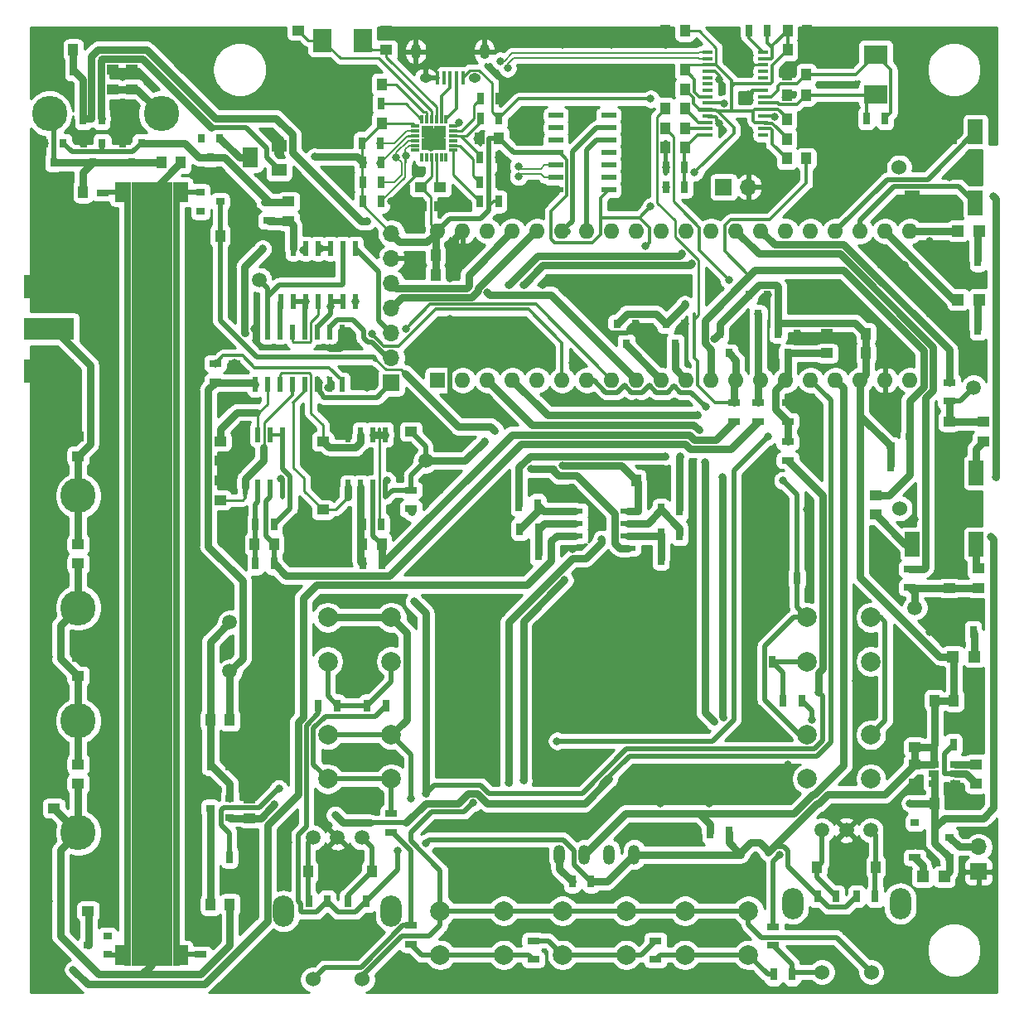
<source format=gbr>
%TF.GenerationSoftware,KiCad,Pcbnew,5.1.6*%
%TF.CreationDate,2020-08-25T13:31:23-07:00*%
%TF.ProjectId,uSDX,75534458-2e6b-4696-9361-645f70636258,2.0.3*%
%TF.SameCoordinates,Original*%
%TF.FileFunction,Copper,L1,Top*%
%TF.FilePolarity,Positive*%
%FSLAX46Y46*%
G04 Gerber Fmt 4.6, Leading zero omitted, Abs format (unit mm)*
G04 Created by KiCad (PCBNEW 5.1.6) date 2020-08-25 13:31:23*
%MOMM*%
%LPD*%
G01*
G04 APERTURE LIST*
%TA.AperFunction,EtchedComponent*%
%ADD10C,0.010000*%
%TD*%
%TA.AperFunction,SMDPad,CuDef*%
%ADD11R,0.600000X1.550000*%
%TD*%
%TA.AperFunction,SMDPad,CuDef*%
%ADD12R,1.550000X0.600000*%
%TD*%
%TA.AperFunction,SMDPad,CuDef*%
%ADD13R,5.080000X2.413000*%
%TD*%
%TA.AperFunction,SMDPad,CuDef*%
%ADD14R,5.080000X2.286000*%
%TD*%
%TA.AperFunction,ComponentPad*%
%ADD15R,1.600000X1.600000*%
%TD*%
%TA.AperFunction,ComponentPad*%
%ADD16O,1.600000X1.600000*%
%TD*%
%TA.AperFunction,SMDPad,CuDef*%
%ADD17C,1.500000*%
%TD*%
%TA.AperFunction,SMDPad,CuDef*%
%ADD18R,1.500000X0.600000*%
%TD*%
%TA.AperFunction,SMDPad,CuDef*%
%ADD19R,0.900000X0.800000*%
%TD*%
%TA.AperFunction,SMDPad,CuDef*%
%ADD20R,1.250000X1.000000*%
%TD*%
%TA.AperFunction,ComponentPad*%
%ADD21C,3.600000*%
%TD*%
%TA.AperFunction,ComponentPad*%
%ADD22O,1.200000X2.000000*%
%TD*%
%TA.AperFunction,SMDPad,CuDef*%
%ADD23R,1.000000X1.250000*%
%TD*%
%TA.AperFunction,SMDPad,CuDef*%
%ADD24R,0.600000X1.500000*%
%TD*%
%TA.AperFunction,ComponentPad*%
%ADD25C,2.000000*%
%TD*%
%TA.AperFunction,ComponentPad*%
%ADD26O,2.200000X3.200000*%
%TD*%
%TA.AperFunction,ComponentPad*%
%ADD27C,1.524000*%
%TD*%
%TA.AperFunction,ComponentPad*%
%ADD28C,1.500000*%
%TD*%
%TA.AperFunction,SMDPad,CuDef*%
%ADD29R,1.600000X1.300000*%
%TD*%
%TA.AperFunction,SMDPad,CuDef*%
%ADD30R,1.600000X2.000000*%
%TD*%
%TA.AperFunction,SMDPad,CuDef*%
%ADD31R,0.700000X1.300000*%
%TD*%
%TA.AperFunction,SMDPad,CuDef*%
%ADD32R,1.300000X0.700000*%
%TD*%
%TA.AperFunction,SMDPad,CuDef*%
%ADD33R,0.800000X0.900000*%
%TD*%
%TA.AperFunction,SMDPad,CuDef*%
%ADD34R,1.200000X1.200000*%
%TD*%
%TA.AperFunction,ComponentPad*%
%ADD35R,1.700000X1.700000*%
%TD*%
%TA.AperFunction,ComponentPad*%
%ADD36O,1.700000X1.700000*%
%TD*%
%TA.AperFunction,SMDPad,CuDef*%
%ADD37R,1.500000X2.500000*%
%TD*%
%TA.AperFunction,SMDPad,CuDef*%
%ADD38R,1.900000X2.400000*%
%TD*%
%TA.AperFunction,SMDPad,CuDef*%
%ADD39R,2.400000X1.900000*%
%TD*%
%TA.AperFunction,SMDPad,CuDef*%
%ADD40R,0.850000X0.300000*%
%TD*%
%TA.AperFunction,SMDPad,CuDef*%
%ADD41R,0.300000X0.850000*%
%TD*%
%TA.AperFunction,SMDPad,CuDef*%
%ADD42R,1.300000X1.300000*%
%TD*%
%TA.AperFunction,SMDPad,CuDef*%
%ADD43R,1.100000X0.400000*%
%TD*%
%TA.AperFunction,SMDPad,CuDef*%
%ADD44R,1.060000X0.650000*%
%TD*%
%TA.AperFunction,Conductor*%
%ADD45R,1.500000X2.000000*%
%TD*%
%TA.AperFunction,Conductor*%
%ADD46R,2.000000X2.000000*%
%TD*%
%TA.AperFunction,SMDPad,CuDef*%
%ADD47R,0.400000X1.350000*%
%TD*%
%TA.AperFunction,ComponentPad*%
%ADD48O,1.250000X0.950000*%
%TD*%
%TA.AperFunction,ComponentPad*%
%ADD49O,1.000000X1.550000*%
%TD*%
%TA.AperFunction,ViaPad*%
%ADD50C,0.800000*%
%TD*%
%TA.AperFunction,Conductor*%
%ADD51C,0.750000*%
%TD*%
%TA.AperFunction,Conductor*%
%ADD52C,0.300000*%
%TD*%
%TA.AperFunction,Conductor*%
%ADD53C,0.250000*%
%TD*%
%TA.AperFunction,Conductor*%
%ADD54C,0.500000*%
%TD*%
%TA.AperFunction,Conductor*%
%ADD55C,0.200000*%
%TD*%
%TA.AperFunction,Conductor*%
%ADD56C,0.254000*%
%TD*%
G04 APERTURE END LIST*
D10*
%TO.C,T401*%
G36*
X56000000Y-168500000D02*
G01*
X56000000Y-88500000D01*
X60000000Y-88500000D01*
X60000000Y-168500000D01*
X56000000Y-168500000D01*
G37*
X56000000Y-168500000D02*
X56000000Y-88500000D01*
X60000000Y-88500000D01*
X60000000Y-168500000D01*
X56000000Y-168500000D01*
G36*
X55200000Y-168500000D02*
G01*
X55200000Y-88500000D01*
X55800000Y-88500000D01*
X55800000Y-168500000D01*
X55200000Y-168500000D01*
G37*
X55200000Y-168500000D02*
X55200000Y-88500000D01*
X55800000Y-88500000D01*
X55800000Y-168500000D01*
X55200000Y-168500000D01*
G36*
X60200000Y-168500000D02*
G01*
X60200000Y-88500000D01*
X60800000Y-88500000D01*
X60800000Y-168500000D01*
X60200000Y-168500000D01*
G37*
X60200000Y-168500000D02*
X60200000Y-88500000D01*
X60800000Y-88500000D01*
X60800000Y-168500000D01*
X60200000Y-168500000D01*
%TD*%
D11*
%TO.P,U304,1*%
%TO.N,Net-(R304-Pad1)*%
X71405000Y-114300000D03*
%TO.P,U304,2*%
X70135000Y-114300000D03*
%TO.P,U304,3*%
%TO.N,Net-(C304-Pad1)*%
X68865000Y-114300000D03*
%TO.P,U304,4*%
%TO.N,GND*%
X67595000Y-114300000D03*
%TO.P,U304,5*%
%TO.N,Net-(C302-Pad2)*%
X67595000Y-119700000D03*
%TO.P,U304,6*%
%TO.N,Net-(C307-Pad1)*%
X68865000Y-119700000D03*
%TO.P,U304,7*%
%TO.N,/mcu/RX_Q*%
X70135000Y-119700000D03*
%TO.P,U304,8*%
%TO.N,+12VA*%
X71405000Y-119700000D03*
%TD*%
D12*
%TO.P,U202,1*%
%TO.N,Net-(R210-Pad2)*%
X101300000Y-122095000D03*
%TO.P,U202,2*%
%TO.N,Net-(R206-Pad2)*%
X101300000Y-123365000D03*
%TO.P,U202,3*%
%TO.N,/Power Amplifier/SWR1*%
X101300000Y-124635000D03*
%TO.P,U202,4*%
%TO.N,GND*%
X101300000Y-125905000D03*
%TO.P,U202,5*%
%TO.N,/Power Amplifier/SWR2*%
X106700000Y-125905000D03*
%TO.P,U202,6*%
%TO.N,Net-(R209-Pad2)*%
X106700000Y-124635000D03*
%TO.P,U202,7*%
%TO.N,Net-(R211-Pad2)*%
X106700000Y-123365000D03*
%TO.P,U202,8*%
%TO.N,+12VA*%
X106700000Y-122095000D03*
%TD*%
D11*
%TO.P,U305,1*%
%TO.N,Net-(R305-Pad1)*%
X81905000Y-114300000D03*
%TO.P,U305,2*%
X80635000Y-114300000D03*
%TO.P,U305,3*%
%TO.N,Net-(C305-Pad2)*%
X79365000Y-114300000D03*
%TO.P,U305,4*%
%TO.N,GND*%
X78095000Y-114300000D03*
%TO.P,U305,5*%
%TO.N,Net-(C303-Pad2)*%
X78095000Y-119700000D03*
%TO.P,U305,6*%
%TO.N,Net-(C308-Pad1)*%
X79365000Y-119700000D03*
%TO.P,U305,7*%
%TO.N,/mcu/RX_I*%
X80635000Y-119700000D03*
%TO.P,U305,8*%
%TO.N,+12VA*%
X81905000Y-119700000D03*
%TD*%
D13*
%TO.P,J401,2*%
%TO.N,GND*%
X47540000Y-99182000D03*
X47540000Y-107818000D03*
D14*
%TO.P,J401,1*%
%TO.N,Net-(C421-Pad1)*%
X47540000Y-103500000D03*
%TD*%
D15*
%TO.P,U201,1*%
%TO.N,N/C*%
X87250000Y-108750000D03*
D16*
%TO.P,U201,21*%
%TO.N,/mcu/RED_LED*%
X135510000Y-93510000D03*
%TO.P,U201,2*%
%TO.N,N/C*%
X89790000Y-108750000D03*
%TO.P,U201,22*%
%TO.N,/mcu/GREEN_LED*%
X132970000Y-93510000D03*
%TO.P,U201,3*%
%TO.N,/mcu/ENC2_A*%
X92330000Y-108750000D03*
%TO.P,U201,23*%
%TO.N,/mcu/DAH*%
X130430000Y-93510000D03*
%TO.P,U201,4*%
%TO.N,/mcu/ENC2_B*%
X94870000Y-108750000D03*
%TO.P,U201,24*%
%TO.N,/mcu/DIT*%
X127890000Y-93510000D03*
%TO.P,U201,5*%
%TO.N,N/C*%
X97410000Y-108750000D03*
%TO.P,U201,25*%
%TO.N,/mcu/TX_I*%
X125350000Y-93510000D03*
%TO.P,U201,6*%
%TO.N,/mcu/CLK_MEASURE*%
X99950000Y-108750000D03*
%TO.P,U201,26*%
%TO.N,/mcu/TX_Q*%
X122810000Y-93510000D03*
%TO.P,U201,7*%
%TO.N,/mcu/BUTTONS*%
X102490000Y-108750000D03*
%TO.P,U201,27*%
%TO.N,/mcu/SPKR_L*%
X120270000Y-93510000D03*
%TO.P,U201,8*%
%TO.N,/mcu/TX_BIAS*%
X105030000Y-108750000D03*
%TO.P,U201,28*%
%TO.N,/mcu/SPKR_R*%
X117730000Y-93510000D03*
%TO.P,U201,9*%
%TO.N,/mcu/Therm*%
X107570000Y-108750000D03*
%TO.P,U201,29*%
%TO.N,N/C*%
X115190000Y-93510000D03*
%TO.P,U201,10*%
%TO.N,/mcu/SWR1_SAFE*%
X110110000Y-108750000D03*
%TO.P,U201,30*%
%TO.N,/mcu/GPS_REF_CLK*%
X112650000Y-93510000D03*
%TO.P,U201,11*%
%TO.N,/mcu/SWR2_SAFE*%
X112650000Y-108750000D03*
%TO.P,U201,31*%
%TO.N,/mcu/SDA2*%
X110110000Y-93510000D03*
%TO.P,U201,12*%
%TO.N,/USB peripherals/MIC*%
X115190000Y-108750000D03*
%TO.P,U201,32*%
%TO.N,/mcu/ENC1_A*%
X107570000Y-93510000D03*
%TO.P,U201,13*%
%TO.N,/mcu/AUDIO_I*%
X117730000Y-108750000D03*
%TO.P,U201,33*%
%TO.N,/mcu/ENC1_B*%
X105030000Y-93510000D03*
%TO.P,U201,14*%
%TO.N,/mcu/AUDIO_Q*%
X120270000Y-108750000D03*
%TO.P,U201,34*%
%TO.N,/mcu/UART1_TX*%
X102490000Y-93510000D03*
%TO.P,U201,15*%
%TO.N,/mcu/VBAT*%
X122810000Y-108750000D03*
%TO.P,U201,35*%
%TO.N,/mcu/UART1_RX*%
X99950000Y-93510000D03*
%TO.P,U201,16*%
%TO.N,/mcu/RX_EN*%
X125350000Y-108750000D03*
%TO.P,U201,36*%
%TO.N,/synthesis/SCL*%
X97410000Y-93510000D03*
%TO.P,U201,17*%
%TO.N,/mcu/SCL2*%
X127890000Y-108750000D03*
%TO.P,U201,37*%
%TO.N,/synthesis/SDA*%
X94870000Y-93510000D03*
%TO.P,U201,18*%
%TO.N,+3V3*%
X130430000Y-108750000D03*
%TO.P,U201,38*%
%TO.N,N/C*%
X92330000Y-93510000D03*
%TO.P,U201,19*%
%TO.N,GND*%
X132970000Y-108750000D03*
%TO.P,U201,39*%
X89790000Y-93510000D03*
%TO.P,U201,20*%
%TO.N,N/C*%
X135510000Y-108750000D03*
%TO.P,U201,40*%
%TO.N,+3V3*%
X87250000Y-93510000D03*
%TD*%
D17*
%TO.P,TP306,1*%
%TO.N,/synthesis/SYNTH*%
X69000000Y-98500000D03*
%TD*%
D18*
%TO.P,U501,1*%
%TO.N,+3V3*%
X104700000Y-89310000D03*
%TO.P,U501,2*%
%TO.N,N/C*%
X104700000Y-88040000D03*
%TO.P,U501,3*%
X104700000Y-86770000D03*
%TO.P,U501,4*%
X104700000Y-85500000D03*
%TO.P,U501,5*%
%TO.N,/mcu/UART1_TX*%
X104700000Y-84230000D03*
%TO.P,U501,6*%
%TO.N,/mcu/UART1_RX*%
X104700000Y-82960000D03*
%TO.P,U501,7*%
%TO.N,N/C*%
X104700000Y-81690000D03*
%TO.P,U501,8*%
X99300000Y-81690000D03*
%TO.P,U501,9*%
X99300000Y-82960000D03*
%TO.P,U501,10*%
X99300000Y-84230000D03*
%TO.P,U501,11*%
%TO.N,+3V3*%
X99300000Y-85500000D03*
%TO.P,U501,12*%
%TO.N,/USB peripherals/D1-*%
X99300000Y-86770000D03*
%TO.P,U501,13*%
%TO.N,/USB peripherals/D1+*%
X99300000Y-88040000D03*
%TO.P,U501,14*%
%TO.N,GND*%
X99300000Y-89310000D03*
%TD*%
D17*
%TO.P,TP202,1*%
%TO.N,Net-(C215-Pad2)*%
X142000000Y-109500000D03*
%TD*%
D19*
%TO.P,D208,1*%
%TO.N,GND*%
X133500000Y-113550000D03*
%TO.P,D208,2*%
%TO.N,+3V3*%
X133500000Y-115450000D03*
%TO.P,D208,3*%
%TO.N,/USB peripherals/MIC*%
X135500000Y-114500000D03*
%TD*%
D20*
%TO.P,C305,1*%
%TO.N,GND*%
X75500000Y-117000000D03*
%TO.P,C305,2*%
%TO.N,Net-(C305-Pad2)*%
X75500000Y-115000000D03*
%TD*%
D21*
%TO.P,L401,1*%
%TO.N,+12V*%
X59000000Y-81500000D03*
%TO.P,L401,2*%
%TO.N,Net-(C405-Pad1)*%
X47560000Y-81500000D03*
%TD*%
D22*
%TO.P,U203,1*%
%TO.N,+3V3*%
X107310000Y-157230000D03*
%TO.P,U203,2*%
%TO.N,GND*%
X104770000Y-157230000D03*
%TO.P,U203,3*%
%TO.N,/mcu/SCL2*%
X102230000Y-157230000D03*
%TO.P,U203,4*%
%TO.N,/mcu/SDA2*%
X99690000Y-157230000D03*
%TD*%
D19*
%TO.P,D102,1*%
%TO.N,N/C*%
X136000000Y-153950000D03*
%TO.P,D102,2*%
%TO.N,+12V*%
X136000000Y-152050000D03*
%TO.P,D102,3*%
%TO.N,GND*%
X134000000Y-153000000D03*
%TD*%
D20*
%TO.P,C414,1*%
%TO.N,GND*%
X68000000Y-151500000D03*
%TO.P,C414,2*%
%TO.N,/mcu/RX_EN*%
X68000000Y-153500000D03*
%TD*%
D23*
%TO.P,C416,1*%
%TO.N,/Power Amplifier/Rx*%
X66000000Y-143500000D03*
%TO.P,C416,2*%
%TO.N,Net-(C416-Pad2)*%
X64000000Y-143500000D03*
%TD*%
D19*
%TO.P,Q404,1*%
%TO.N,/mcu/RX_EN*%
X66000000Y-153450000D03*
%TO.P,Q404,2*%
%TO.N,Net-(C416-Pad2)*%
X66000000Y-151550000D03*
%TO.P,Q404,3*%
%TO.N,Net-(C418-Pad1)*%
X64000000Y-152500000D03*
%TD*%
D20*
%TO.P,C422,1*%
%TO.N,Net-(C421-Pad1)*%
X50500000Y-116500000D03*
%TO.P,C422,2*%
%TO.N,GND*%
X50500000Y-114500000D03*
%TD*%
%TO.P,C420,1*%
%TO.N,Net-(C419-Pad1)*%
X50500000Y-139000000D03*
%TO.P,C420,2*%
%TO.N,GND*%
X50500000Y-137000000D03*
%TD*%
D19*
%TO.P,D402,1*%
%TO.N,Net-(D402-Pad1)*%
X53500000Y-167450000D03*
%TO.P,D402,2*%
%TO.N,N/C*%
X53500000Y-165550000D03*
%TO.P,D402,3*%
%TO.N,/Power Amplifier/SWR1*%
X51500000Y-166500000D03*
%TD*%
D24*
%TO.P,U302,1*%
%TO.N,/synthesis/CLK2*%
X78810000Y-95300000D03*
%TO.P,U302,2*%
%TO.N,/synthesis/SYNTH*%
X77540000Y-95300000D03*
%TO.P,U302,3*%
%TO.N,/mcu/CLK_MEASURE*%
X76270000Y-95300000D03*
%TO.P,U302,4*%
X75000000Y-95300000D03*
%TO.P,U302,5*%
%TO.N,/mcu/TX_BIAS*%
X73730000Y-95300000D03*
%TO.P,U302,6*%
%TO.N,Net-(C301-Pad1)*%
X72460000Y-95300000D03*
%TO.P,U302,7*%
%TO.N,GND*%
X71190000Y-95300000D03*
%TO.P,U302,8*%
%TO.N,Net-(U301-Pad6)*%
X71190000Y-100700000D03*
%TO.P,U302,9*%
%TO.N,/mcu/TX_Q*%
X72460000Y-100700000D03*
%TO.P,U302,10*%
X73730000Y-100700000D03*
%TO.P,U302,11*%
%TO.N,Net-(U301-Pad5)*%
X75000000Y-100700000D03*
%TO.P,U302,12*%
%TO.N,/mcu/TX_I*%
X76270000Y-100700000D03*
%TO.P,U302,13*%
X77540000Y-100700000D03*
%TO.P,U302,14*%
%TO.N,+3V3*%
X78810000Y-100700000D03*
%TD*%
%TO.P,U301,1*%
%TO.N,GND*%
X77445000Y-103800000D03*
%TO.P,U301,2*%
%TO.N,/synthesis/CLK1*%
X76175000Y-103800000D03*
%TO.P,U301,3*%
%TO.N,/mcu/TX_I*%
X74905000Y-103800000D03*
%TO.P,U301,4*%
%TO.N,/mcu/TX_Q*%
X73635000Y-103800000D03*
%TO.P,U301,5*%
%TO.N,Net-(U301-Pad5)*%
X72365000Y-103800000D03*
%TO.P,U301,6*%
%TO.N,Net-(U301-Pad6)*%
X71095000Y-103800000D03*
%TO.P,U301,7*%
%TO.N,/synthesis/SYNTH*%
X69825000Y-103800000D03*
%TO.P,U301,8*%
%TO.N,GND*%
X68555000Y-103800000D03*
%TO.P,U301,9*%
%TO.N,/Power Amplifier/Rx*%
X68555000Y-109200000D03*
%TO.P,U301,10*%
%TO.N,Net-(C304-Pad1)*%
X69825000Y-109200000D03*
%TO.P,U301,11*%
%TO.N,Net-(C305-Pad2)*%
X71095000Y-109200000D03*
%TO.P,U301,12*%
%TO.N,Net-(C302-Pad2)*%
X72365000Y-109200000D03*
%TO.P,U301,13*%
%TO.N,Net-(C303-Pad2)*%
X73635000Y-109200000D03*
%TO.P,U301,14*%
%TO.N,/synthesis/CLK0*%
X74905000Y-109200000D03*
%TO.P,U301,15*%
%TO.N,GND*%
X76175000Y-109200000D03*
%TO.P,U301,16*%
%TO.N,+3V3*%
X77445000Y-109200000D03*
%TD*%
D25*
%TO.P,SW209,2*%
%TO.N,Net-(R231-Pad1)*%
X125000000Y-137500000D03*
%TO.P,SW209,1*%
%TO.N,/mcu/BUTTONS*%
X125000000Y-133000000D03*
%TO.P,SW209,2*%
%TO.N,Net-(R231-Pad1)*%
X131500000Y-137500000D03*
%TO.P,SW209,1*%
%TO.N,/mcu/BUTTONS*%
X131500000Y-133000000D03*
%TD*%
%TO.P,SW208,2*%
%TO.N,Net-(R220-Pad1)*%
X125000000Y-149500000D03*
%TO.P,SW208,1*%
%TO.N,/mcu/BUTTONS*%
X125000000Y-145000000D03*
%TO.P,SW208,2*%
%TO.N,Net-(R220-Pad1)*%
X131500000Y-149500000D03*
%TO.P,SW208,1*%
%TO.N,/mcu/BUTTONS*%
X131500000Y-145000000D03*
%TD*%
%TO.P,SW207,2*%
%TO.N,Net-(R229-Pad1)*%
X112500000Y-167500000D03*
%TO.P,SW207,1*%
%TO.N,/mcu/BUTTONS*%
X112500000Y-163000000D03*
%TO.P,SW207,2*%
%TO.N,Net-(R229-Pad1)*%
X119000000Y-167500000D03*
%TO.P,SW207,1*%
%TO.N,/mcu/BUTTONS*%
X119000000Y-163000000D03*
%TD*%
%TO.P,SW206,2*%
%TO.N,Net-(R224-Pad1)*%
X100000000Y-167500000D03*
%TO.P,SW206,1*%
%TO.N,/mcu/BUTTONS*%
X100000000Y-163000000D03*
%TO.P,SW206,2*%
%TO.N,Net-(R224-Pad1)*%
X106500000Y-167500000D03*
%TO.P,SW206,1*%
%TO.N,/mcu/BUTTONS*%
X106500000Y-163000000D03*
%TD*%
%TO.P,SW205,2*%
%TO.N,Net-(R223-Pad1)*%
X87500000Y-167500000D03*
%TO.P,SW205,1*%
%TO.N,/mcu/BUTTONS*%
X87500000Y-163000000D03*
%TO.P,SW205,2*%
%TO.N,Net-(R223-Pad1)*%
X94000000Y-167500000D03*
%TO.P,SW205,1*%
%TO.N,/mcu/BUTTONS*%
X94000000Y-163000000D03*
%TD*%
%TO.P,SW204,2*%
%TO.N,Net-(R221-Pad2)*%
X76000000Y-149500000D03*
%TO.P,SW204,1*%
%TO.N,/mcu/BUTTONS*%
X76000000Y-145000000D03*
%TO.P,SW204,2*%
%TO.N,Net-(R221-Pad2)*%
X82500000Y-149500000D03*
%TO.P,SW204,1*%
%TO.N,/mcu/BUTTONS*%
X82500000Y-145000000D03*
%TD*%
%TO.P,SW203,2*%
%TO.N,Net-(R222-Pad2)*%
X76000000Y-137500000D03*
%TO.P,SW203,1*%
%TO.N,/mcu/BUTTONS*%
X76000000Y-133000000D03*
%TO.P,SW203,2*%
%TO.N,Net-(R222-Pad2)*%
X82500000Y-137500000D03*
%TO.P,SW203,1*%
%TO.N,/mcu/BUTTONS*%
X82500000Y-133000000D03*
%TD*%
D26*
%TO.P,SW202,6*%
%TO.N,N/C*%
X123500000Y-162250000D03*
X134500000Y-162250000D03*
D27*
%TO.P,SW202,S1*%
%TO.N,Net-(R220-Pad2)*%
X126500000Y-169250000D03*
%TO.P,SW202,S2*%
%TO.N,/mcu/BUTTONS*%
X131540000Y-169250000D03*
D28*
%TO.P,SW202,B*%
%TO.N,/mcu/ENC2_B*%
X131500000Y-154750000D03*
%TO.P,SW202,C*%
%TO.N,GND*%
X129000000Y-154750000D03*
%TO.P,SW202,A*%
%TO.N,/mcu/ENC2_A*%
X126500000Y-154750000D03*
%TD*%
D29*
%TO.P,RV301,1*%
%TO.N,+3V3*%
X71000000Y-87250000D03*
D30*
%TO.P,RV301,2*%
%TO.N,Net-(D301-Pad1)*%
X68100000Y-86000000D03*
D29*
%TO.P,RV301,3*%
%TO.N,GND*%
X71000000Y-84750000D03*
%TD*%
D31*
%TO.P,R232,1*%
%TO.N,GND*%
X119550000Y-137500000D03*
%TO.P,R232,2*%
%TO.N,Net-(R231-Pad1)*%
X121450000Y-137500000D03*
%TD*%
%TO.P,R231,1*%
%TO.N,Net-(R231-Pad1)*%
X122550000Y-141500000D03*
%TO.P,R231,2*%
%TO.N,Net-(R220-Pad1)*%
X124450000Y-141500000D03*
%TD*%
%TO.P,R230,1*%
%TO.N,Net-(R220-Pad2)*%
X123450000Y-169500000D03*
%TO.P,R230,2*%
%TO.N,Net-(R229-Pad1)*%
X121550000Y-169500000D03*
%TD*%
D32*
%TO.P,R229,1*%
%TO.N,Net-(R229-Pad1)*%
X109500000Y-167950000D03*
%TO.P,R229,2*%
%TO.N,Net-(R224-Pad1)*%
X109500000Y-166050000D03*
%TD*%
D31*
%TO.P,R228,1*%
%TO.N,Net-(R222-Pad2)*%
X76950000Y-142000000D03*
%TO.P,R228,2*%
%TO.N,+3V3*%
X75050000Y-142000000D03*
%TD*%
%TO.P,R227,1*%
%TO.N,GND*%
X122050000Y-129000000D03*
%TO.P,R227,2*%
%TO.N,/mcu/BUTTONS*%
X123950000Y-129000000D03*
%TD*%
D19*
%TO.P,D401,1*%
%TO.N,Net-(D401-Pad1)*%
X63000000Y-89550000D03*
%TO.P,D401,2*%
%TO.N,N/C*%
X63000000Y-91450000D03*
%TO.P,D401,3*%
%TO.N,/Power Amplifier/SWR2*%
X65000000Y-90500000D03*
%TD*%
D33*
%TO.P,D301,1*%
%TO.N,Net-(D301-Pad1)*%
X64950000Y-84000000D03*
%TO.P,D301,2*%
%TO.N,N/C*%
X63050000Y-84000000D03*
%TO.P,D301,3*%
%TO.N,/Power Amplifier/Tx*%
X64000000Y-86000000D03*
%TD*%
%TO.P,D207,1*%
%TO.N,GND*%
X112450000Y-103000000D03*
%TO.P,D207,2*%
%TO.N,+3V3*%
X110550000Y-103000000D03*
%TO.P,D207,3*%
%TO.N,/mcu/SWR2_SAFE*%
X111500000Y-105000000D03*
%TD*%
%TO.P,D206,1*%
%TO.N,GND*%
X107450000Y-103000000D03*
%TO.P,D206,2*%
%TO.N,+3V3*%
X105550000Y-103000000D03*
%TO.P,D206,3*%
%TO.N,/mcu/SWR1_SAFE*%
X106500000Y-105000000D03*
%TD*%
%TO.P,D205,1*%
%TO.N,GND*%
X120950000Y-100000000D03*
%TO.P,D205,2*%
%TO.N,+3V3*%
X119050000Y-100000000D03*
%TO.P,D205,3*%
%TO.N,/mcu/AUDIO_Q*%
X120000000Y-102000000D03*
%TD*%
%TO.P,D204,1*%
%TO.N,GND*%
X117950000Y-104000000D03*
%TO.P,D204,2*%
%TO.N,+3V3*%
X116050000Y-104000000D03*
%TO.P,D204,3*%
%TO.N,/mcu/AUDIO_I*%
X117000000Y-106000000D03*
%TD*%
D34*
%TO.P,D203,2*%
%TO.N,/mcu/GREEN_LED*%
X140400000Y-100500000D03*
%TO.P,D203,1*%
%TO.N,Net-(D203-Pad1)*%
X142600000Y-100500000D03*
%TD*%
%TO.P,D202,2*%
%TO.N,/mcu/RED_LED*%
X140400000Y-93500000D03*
%TO.P,D202,1*%
%TO.N,Net-(D202-Pad1)*%
X142600000Y-93500000D03*
%TD*%
D33*
%TO.P,D201,1*%
%TO.N,GND*%
X123950000Y-104000000D03*
%TO.P,D201,2*%
%TO.N,+3V3*%
X122050000Y-104000000D03*
%TO.P,D201,3*%
%TO.N,/mcu/VBAT*%
X123000000Y-106000000D03*
%TD*%
D34*
%TO.P,D104,2*%
%TO.N,+3V3*%
X139900000Y-137000000D03*
%TO.P,D104,1*%
%TO.N,Net-(D104-Pad1)*%
X142100000Y-137000000D03*
%TD*%
%TO.P,D103,2*%
%TO.N,+12V*%
X139000000Y-159500000D03*
%TO.P,D103,1*%
%TO.N,Net-(D103-Pad1)*%
X136800000Y-159500000D03*
%TD*%
D20*
%TO.P,C212,1*%
%TO.N,Net-(C211-Pad2)*%
X139500000Y-130000000D03*
%TO.P,C212,2*%
%TO.N,GND*%
X139500000Y-128000000D03*
%TD*%
D23*
%TO.P,C208,1*%
%TO.N,GND*%
X89000000Y-96000000D03*
%TO.P,C208,2*%
%TO.N,+3V3*%
X87000000Y-96000000D03*
%TD*%
D17*
%TO.P,TP310,1*%
%TO.N,+12VA*%
X86000000Y-117000000D03*
%TD*%
D31*
%TO.P,R307,1*%
%TO.N,/mcu/RX_I*%
X81500000Y-127500000D03*
%TO.P,R307,2*%
%TO.N,Net-(C308-Pad1)*%
X79600000Y-127500000D03*
%TD*%
%TO.P,R306,1*%
%TO.N,/mcu/RX_Q*%
X70500000Y-127500000D03*
%TO.P,R306,2*%
%TO.N,Net-(C307-Pad1)*%
X68600000Y-127500000D03*
%TD*%
%TO.P,R305,1*%
%TO.N,Net-(R305-Pad1)*%
X81450000Y-123500000D03*
%TO.P,R305,2*%
%TO.N,Net-(C308-Pad1)*%
X79550000Y-123500000D03*
%TD*%
%TO.P,R304,1*%
%TO.N,Net-(R304-Pad1)*%
X70500000Y-123500000D03*
%TO.P,R304,2*%
%TO.N,Net-(C307-Pad1)*%
X68600000Y-123500000D03*
%TD*%
D32*
%TO.P,R303,1*%
%TO.N,/Power Amplifier/Tx*%
X70000000Y-90550000D03*
%TO.P,R303,2*%
%TO.N,Net-(C301-Pad1)*%
X70000000Y-92450000D03*
%TD*%
%TO.P,R302,1*%
%TO.N,GND*%
X66500000Y-107100000D03*
%TO.P,R302,2*%
%TO.N,/Power Amplifier/Rx*%
X66500000Y-109000000D03*
%TD*%
%TO.P,R301,1*%
%TO.N,/Power Amplifier/Rx*%
X64500000Y-108950000D03*
%TO.P,R301,2*%
%TO.N,+3V3*%
X64500000Y-107050000D03*
%TD*%
D35*
%TO.P,J301,1*%
%TO.N,/synthesis/CLK0*%
X82500000Y-109000000D03*
D36*
%TO.P,J301,2*%
%TO.N,/synthesis/CLK1*%
X82500000Y-106460000D03*
%TO.P,J301,3*%
%TO.N,/synthesis/CLK2*%
X82500000Y-103920000D03*
%TO.P,J301,4*%
%TO.N,/synthesis/SCL*%
X82500000Y-101380000D03*
%TO.P,J301,5*%
%TO.N,/synthesis/SDA*%
X82500000Y-98840000D03*
%TO.P,J301,6*%
%TO.N,GND*%
X82500000Y-96300000D03*
%TO.P,J301,7*%
%TO.N,+3V3*%
X82500000Y-93760000D03*
%TD*%
D32*
%TO.P,FB301,1*%
%TO.N,+12VA*%
X84500000Y-120000000D03*
%TO.P,FB301,2*%
%TO.N,+12V*%
X84500000Y-121900000D03*
%TD*%
D20*
%TO.P,C309,1*%
%TO.N,GND*%
X84500000Y-112000000D03*
%TO.P,C309,2*%
%TO.N,+12VA*%
X84500000Y-114000000D03*
%TD*%
D23*
%TO.P,C308,1*%
%TO.N,Net-(C308-Pad1)*%
X79500000Y-125500000D03*
%TO.P,C308,2*%
%TO.N,/mcu/RX_I*%
X81500000Y-125500000D03*
%TD*%
%TO.P,C307,1*%
%TO.N,Net-(C307-Pad1)*%
X68500000Y-125500000D03*
%TO.P,C307,2*%
%TO.N,/mcu/RX_Q*%
X70500000Y-125500000D03*
%TD*%
D20*
%TO.P,C304,1*%
%TO.N,Net-(C304-Pad1)*%
X65000000Y-115000000D03*
%TO.P,C304,2*%
%TO.N,GND*%
X65000000Y-117000000D03*
%TD*%
%TO.P,C303,1*%
%TO.N,GND*%
X75500000Y-120000000D03*
%TO.P,C303,2*%
%TO.N,Net-(C303-Pad2)*%
X75500000Y-122000000D03*
%TD*%
%TO.P,C302,1*%
%TO.N,GND*%
X65000000Y-119000000D03*
%TO.P,C302,2*%
%TO.N,Net-(C302-Pad2)*%
X65000000Y-121000000D03*
%TD*%
%TO.P,C301,1*%
%TO.N,Net-(C301-Pad1)*%
X72000000Y-92500000D03*
%TO.P,C301,2*%
%TO.N,/Power Amplifier/Tx*%
X72000000Y-90500000D03*
%TD*%
D17*
%TO.P,TP201,1*%
%TO.N,Net-(C211-Pad2)*%
X136000000Y-132000000D03*
%TD*%
D26*
%TO.P,SW201,6*%
%TO.N,N/C*%
X71500000Y-163000000D03*
X82500000Y-163000000D03*
D27*
%TO.P,SW201,S1*%
%TO.N,Net-(R221-Pad1)*%
X74500000Y-170000000D03*
%TO.P,SW201,S2*%
%TO.N,/mcu/BUTTONS*%
X79540000Y-170000000D03*
D28*
%TO.P,SW201,B*%
%TO.N,/mcu/ENC1_B*%
X79500000Y-155500000D03*
%TO.P,SW201,C*%
%TO.N,GND*%
X77000000Y-155500000D03*
%TO.P,SW201,A*%
%TO.N,/mcu/ENC1_A*%
X74500000Y-155500000D03*
%TD*%
D31*
%TO.P,R226,1*%
%TO.N,+3V3*%
X130050000Y-161500000D03*
%TO.P,R226,2*%
%TO.N,/mcu/ENC2_B*%
X131950000Y-161500000D03*
%TD*%
%TO.P,R225,1*%
%TO.N,/mcu/ENC2_A*%
X127950000Y-161500000D03*
%TO.P,R225,2*%
%TO.N,+3V3*%
X126050000Y-161500000D03*
%TD*%
D32*
%TO.P,R224,1*%
%TO.N,Net-(R224-Pad1)*%
X97000000Y-166050000D03*
%TO.P,R224,2*%
%TO.N,Net-(R223-Pad1)*%
X97000000Y-167950000D03*
%TD*%
%TO.P,R223,1*%
%TO.N,Net-(R223-Pad1)*%
X84500000Y-166400000D03*
%TO.P,R223,2*%
%TO.N,Net-(R221-Pad1)*%
X84500000Y-164500000D03*
%TD*%
D31*
%TO.P,R222,1*%
%TO.N,Net-(R221-Pad2)*%
X81950000Y-142000000D03*
%TO.P,R222,2*%
%TO.N,Net-(R222-Pad2)*%
X80050000Y-142000000D03*
%TD*%
D32*
%TO.P,R221,1*%
%TO.N,Net-(R221-Pad1)*%
X82500000Y-154950000D03*
%TO.P,R221,2*%
%TO.N,Net-(R221-Pad2)*%
X82500000Y-153050000D03*
%TD*%
%TO.P,R220,1*%
%TO.N,Net-(R220-Pad1)*%
X121500000Y-164600000D03*
%TO.P,R220,2*%
%TO.N,Net-(R220-Pad2)*%
X121500000Y-166500000D03*
%TD*%
D31*
%TO.P,R219,1*%
%TO.N,+3V3*%
X79950000Y-162000000D03*
%TO.P,R219,2*%
%TO.N,/mcu/ENC1_B*%
X78050000Y-162000000D03*
%TD*%
%TO.P,R218,1*%
%TO.N,/mcu/ENC1_A*%
X74050000Y-162000000D03*
%TO.P,R218,2*%
%TO.N,+3V3*%
X75950000Y-162000000D03*
%TD*%
%TO.P,R217,1*%
%TO.N,/mcu/SDA2*%
X101000000Y-160000000D03*
%TO.P,R217,2*%
%TO.N,+3V3*%
X102900000Y-160000000D03*
%TD*%
%TO.P,R216,1*%
%TO.N,/mcu/SCL2*%
X115100000Y-155000000D03*
%TO.P,R216,2*%
%TO.N,+3V3*%
X117000000Y-155000000D03*
%TD*%
%TO.P,R215,1*%
%TO.N,/USB peripherals/MIC*%
X135450000Y-111500000D03*
%TO.P,R215,2*%
%TO.N,GND*%
X133550000Y-111500000D03*
%TD*%
%TO.P,R214,1*%
%TO.N,+3V3*%
X133550000Y-117500000D03*
%TO.P,R214,2*%
%TO.N,/USB peripherals/MIC*%
X135450000Y-117500000D03*
%TD*%
%TO.P,R213,1*%
%TO.N,Net-(R211-Pad2)*%
X110050000Y-122000000D03*
%TO.P,R213,2*%
%TO.N,/mcu/SWR2_SAFE*%
X111950000Y-122000000D03*
%TD*%
%TO.P,R212,1*%
%TO.N,Net-(R210-Pad2)*%
X97450000Y-121500000D03*
%TO.P,R212,2*%
%TO.N,/mcu/SWR1_SAFE*%
X95550000Y-121500000D03*
%TD*%
%TO.P,R211,1*%
%TO.N,Net-(R209-Pad2)*%
X110050000Y-124500000D03*
%TO.P,R211,2*%
%TO.N,Net-(R211-Pad2)*%
X111950000Y-124500000D03*
%TD*%
%TO.P,R210,1*%
%TO.N,Net-(R206-Pad2)*%
X97500000Y-124000000D03*
%TO.P,R210,2*%
%TO.N,Net-(R210-Pad2)*%
X95600000Y-124000000D03*
%TD*%
%TO.P,R209,1*%
%TO.N,GND*%
X111950000Y-127000000D03*
%TO.P,R209,2*%
%TO.N,Net-(R209-Pad2)*%
X110050000Y-127000000D03*
%TD*%
D32*
%TO.P,R208,1*%
%TO.N,/mcu/AUDIO_Q*%
X120000000Y-111050000D03*
%TO.P,R208,2*%
%TO.N,/mcu/RX_Q*%
X120000000Y-112950000D03*
%TD*%
%TO.P,R207,1*%
%TO.N,/mcu/AUDIO_I*%
X117500000Y-111050000D03*
%TO.P,R207,2*%
%TO.N,/mcu/RX_I*%
X117500000Y-112950000D03*
%TD*%
D31*
%TO.P,R206,1*%
%TO.N,GND*%
X95600000Y-126500000D03*
%TO.P,R206,2*%
%TO.N,Net-(R206-Pad2)*%
X97500000Y-126500000D03*
%TD*%
%TO.P,R205,1*%
%TO.N,Net-(D203-Pad1)*%
X142450000Y-103500000D03*
%TO.P,R205,2*%
%TO.N,GND*%
X140550000Y-103500000D03*
%TD*%
%TO.P,R204,1*%
%TO.N,/mcu/Therm*%
X50000000Y-77000000D03*
%TO.P,R204,2*%
%TO.N,GND*%
X48100000Y-77000000D03*
%TD*%
%TO.P,R203,1*%
%TO.N,Net-(D202-Pad1)*%
X142450000Y-96500000D03*
%TO.P,R203,2*%
%TO.N,GND*%
X140550000Y-96500000D03*
%TD*%
D32*
%TO.P,R202,1*%
%TO.N,/mcu/VBAT*%
X123000000Y-112950000D03*
%TO.P,R202,2*%
%TO.N,GND*%
X123000000Y-111050000D03*
%TD*%
%TO.P,R201,1*%
%TO.N,+12V*%
X123000000Y-116950000D03*
%TO.P,R201,2*%
%TO.N,/mcu/VBAT*%
X123000000Y-115050000D03*
%TD*%
%TO.P,L202,1*%
%TO.N,Net-(C215-Pad2)*%
X139500000Y-110900000D03*
%TO.P,L202,2*%
%TO.N,/mcu/SPKR_L*%
X139500000Y-109000000D03*
%TD*%
%TO.P,L201,1*%
%TO.N,Net-(C211-Pad2)*%
X135500000Y-129950000D03*
%TO.P,L201,2*%
%TO.N,/mcu/SPKR_R*%
X135500000Y-128050000D03*
%TD*%
D37*
%TO.P,J203,S*%
%TO.N,Net-(C210-Pad2)*%
X135750000Y-125500000D03*
%TO.P,J203,R1*%
%TO.N,Net-(C211-Pad1)*%
X142250000Y-125500000D03*
%TO.P,J203,R2*%
%TO.N,GND*%
X139550000Y-118200000D03*
%TO.P,J203,T*%
%TO.N,Net-(C215-Pad1)*%
X142250000Y-118200000D03*
D27*
%TO.P,J203,-1*%
%TO.N,N/C*%
X134450000Y-121850000D03*
%TD*%
D37*
%TO.P,J202,S*%
%TO.N,GND*%
X135700000Y-90650000D03*
%TO.P,J202,R1*%
%TO.N,/mcu/DAH*%
X142200000Y-90650000D03*
%TO.P,J202,R2*%
%TO.N,GND*%
X139500000Y-83350000D03*
%TO.P,J202,T*%
%TO.N,/mcu/DIT*%
X142200000Y-83350000D03*
D27*
%TO.P,J202,-1*%
%TO.N,N/C*%
X134400000Y-87000000D03*
%TD*%
D35*
%TO.P,J201,1*%
%TO.N,/mcu/GPS_REF_CLK*%
X116460000Y-89000000D03*
D36*
%TO.P,J201,2*%
%TO.N,GND*%
X119000000Y-89000000D03*
%TD*%
D20*
%TO.P,C216,1*%
%TO.N,Net-(C215-Pad2)*%
X139500000Y-113000000D03*
%TO.P,C216,2*%
%TO.N,GND*%
X139500000Y-115000000D03*
%TD*%
%TO.P,C215,1*%
%TO.N,Net-(C215-Pad1)*%
X143000000Y-115000000D03*
%TO.P,C215,2*%
%TO.N,Net-(C215-Pad2)*%
X143000000Y-113000000D03*
%TD*%
D23*
%TO.P,C214,1*%
%TO.N,GND*%
X78500000Y-159000000D03*
%TO.P,C214,2*%
%TO.N,/mcu/ENC1_B*%
X80500000Y-159000000D03*
%TD*%
%TO.P,C213,1*%
%TO.N,/mcu/ENC1_A*%
X74000000Y-159000000D03*
%TO.P,C213,2*%
%TO.N,GND*%
X76000000Y-159000000D03*
%TD*%
D20*
%TO.P,C211,1*%
%TO.N,Net-(C211-Pad1)*%
X142500000Y-128000000D03*
%TO.P,C211,2*%
%TO.N,Net-(C211-Pad2)*%
X142500000Y-130000000D03*
%TD*%
%TO.P,C210,1*%
%TO.N,/USB peripherals/MIC*%
X132000000Y-120500000D03*
%TO.P,C210,2*%
%TO.N,Net-(C210-Pad2)*%
X132000000Y-122500000D03*
%TD*%
D23*
%TO.P,C209,1*%
%TO.N,+12VA*%
X107500000Y-119000000D03*
%TO.P,C209,2*%
%TO.N,GND*%
X109500000Y-119000000D03*
%TD*%
%TO.P,C207,1*%
%TO.N,GND*%
X89000000Y-98000000D03*
%TO.P,C207,2*%
%TO.N,+3V3*%
X87000000Y-98000000D03*
%TD*%
%TO.P,C206,1*%
%TO.N,GND*%
X48000000Y-75000000D03*
%TO.P,C206,2*%
%TO.N,/mcu/Therm*%
X50000000Y-75000000D03*
%TD*%
D20*
%TO.P,C205,1*%
%TO.N,GND*%
X127000000Y-104000000D03*
%TO.P,C205,2*%
%TO.N,/mcu/VBAT*%
X127000000Y-106000000D03*
%TD*%
D23*
%TO.P,C204,1*%
%TO.N,GND*%
X133000000Y-104000000D03*
%TO.P,C204,2*%
%TO.N,+3V3*%
X131000000Y-104000000D03*
%TD*%
%TO.P,C203,1*%
%TO.N,GND*%
X130000000Y-158500000D03*
%TO.P,C203,2*%
%TO.N,/mcu/ENC2_B*%
X132000000Y-158500000D03*
%TD*%
%TO.P,C202,1*%
%TO.N,GND*%
X133000000Y-106000000D03*
%TO.P,C202,2*%
%TO.N,+3V3*%
X131000000Y-106000000D03*
%TD*%
%TO.P,C201,1*%
%TO.N,/mcu/ENC2_A*%
X126000000Y-158500000D03*
%TO.P,C201,2*%
%TO.N,GND*%
X128000000Y-158500000D03*
%TD*%
D38*
%TO.P,Y502,1*%
%TO.N,Net-(C515-Pad2)*%
X79550000Y-74000000D03*
%TO.P,Y502,2*%
%TO.N,Net-(C516-Pad2)*%
X75450000Y-74000000D03*
%TD*%
D39*
%TO.P,Y501,1*%
%TO.N,Net-(C513-Pad2)*%
X132000000Y-75450000D03*
%TO.P,Y501,2*%
%TO.N,Net-(C514-Pad2)*%
X132000000Y-79550000D03*
%TD*%
D40*
%TO.P,U503,1*%
%TO.N,+3V3*%
X84900000Y-82750000D03*
%TO.P,U503,2*%
%TO.N,/USB peripherals/D1-*%
X84900000Y-83250000D03*
%TO.P,U503,3*%
%TO.N,/USB peripherals/D1+*%
X84900000Y-83750000D03*
%TO.P,U503,4*%
%TO.N,/USB peripherals/D2-*%
X84900000Y-84250000D03*
%TO.P,U503,5*%
%TO.N,/USB peripherals/D2+*%
X84900000Y-84750000D03*
%TO.P,U503,6*%
%TO.N,N/C*%
X84900000Y-85250000D03*
D41*
%TO.P,U503,7*%
X85600000Y-85950000D03*
%TO.P,U503,8*%
X86100000Y-85950000D03*
%TO.P,U503,9*%
%TO.N,+3V3*%
X86600000Y-85950000D03*
%TO.P,U503,10*%
%TO.N,Net-(C517-Pad1)*%
X87100000Y-85950000D03*
%TO.P,U503,11*%
%TO.N,N/C*%
X87600000Y-85950000D03*
%TO.P,U503,12*%
X88100000Y-85950000D03*
D40*
%TO.P,U503,13*%
%TO.N,Net-(R508-Pad2)*%
X88800000Y-85250000D03*
%TO.P,U503,14*%
%TO.N,Net-(R507-Pad1)*%
X88800000Y-84750000D03*
%TO.P,U503,15*%
%TO.N,N/C*%
X88800000Y-84250000D03*
%TO.P,U503,16*%
%TO.N,Net-(R505-Pad1)*%
X88800000Y-83750000D03*
%TO.P,U503,17*%
%TO.N,Net-(R506-Pad1)*%
X88800000Y-83250000D03*
%TO.P,U503,18*%
%TO.N,+3V3*%
X88800000Y-82750000D03*
D41*
%TO.P,U503,19*%
%TO.N,Net-(J501-Pad2)*%
X88100000Y-82050000D03*
%TO.P,U503,20*%
%TO.N,Net-(J501-Pad3)*%
X87600000Y-82050000D03*
%TO.P,U503,21*%
%TO.N,Net-(C515-Pad2)*%
X87100000Y-82050000D03*
%TO.P,U503,22*%
%TO.N,Net-(C516-Pad2)*%
X86600000Y-82050000D03*
%TO.P,U503,23*%
%TO.N,Net-(C518-Pad1)*%
X86100000Y-82050000D03*
%TO.P,U503,24*%
%TO.N,Net-(R512-Pad2)*%
X85600000Y-82050000D03*
D42*
%TO.P,U503,25*%
%TO.N,GND*%
X87500000Y-84650000D03*
X87500000Y-83350000D03*
X86200000Y-84650000D03*
X86200000Y-83350000D03*
%TD*%
D43*
%TO.P,U502,1*%
%TO.N,/USB peripherals/D2+*%
X114820000Y-75230000D03*
%TO.P,U502,2*%
%TO.N,/USB peripherals/D2-*%
X114820000Y-75880000D03*
%TO.P,U502,3*%
%TO.N,+3V3*%
X114820000Y-76530000D03*
%TO.P,U502,4*%
%TO.N,GND*%
X114820000Y-77180000D03*
%TO.P,U502,5*%
%TO.N,N/C*%
X114820000Y-77830000D03*
%TO.P,U502,6*%
X114820000Y-78480000D03*
%TO.P,U502,7*%
X114820000Y-79130000D03*
%TO.P,U502,8*%
%TO.N,+3V3*%
X114820000Y-79780000D03*
%TO.P,U502,9*%
%TO.N,/USB peripherals/Vbus*%
X114820000Y-80430000D03*
%TO.P,U502,10*%
%TO.N,+3V3*%
X114820000Y-81080000D03*
%TO.P,U502,11*%
%TO.N,GND*%
X114820000Y-81730000D03*
%TO.P,U502,12*%
%TO.N,Net-(C506-Pad2)*%
X114820000Y-82380000D03*
%TO.P,U502,13*%
%TO.N,Net-(C502-Pad2)*%
X114820000Y-83030000D03*
%TO.P,U502,14*%
%TO.N,Net-(C503-Pad1)*%
X114820000Y-83680000D03*
%TO.P,U502,15*%
%TO.N,N/C*%
X120520000Y-83680000D03*
%TO.P,U502,16*%
%TO.N,Net-(C508-Pad1)*%
X120520000Y-83030000D03*
%TO.P,U502,17*%
%TO.N,+3V3*%
X120520000Y-82380000D03*
%TO.P,U502,18*%
%TO.N,GND*%
X120520000Y-81730000D03*
%TO.P,U502,19*%
%TO.N,+3V3*%
X120520000Y-81080000D03*
%TO.P,U502,20*%
%TO.N,Net-(C514-Pad2)*%
X120520000Y-80430000D03*
%TO.P,U502,21*%
%TO.N,Net-(C513-Pad2)*%
X120520000Y-79780000D03*
%TO.P,U502,22*%
%TO.N,GND*%
X120520000Y-79130000D03*
%TO.P,U502,23*%
%TO.N,+3V3*%
X120520000Y-78480000D03*
%TO.P,U502,24*%
%TO.N,N/C*%
X120520000Y-77830000D03*
%TO.P,U502,25*%
X120520000Y-77180000D03*
%TO.P,U502,26*%
%TO.N,GND*%
X120520000Y-76530000D03*
%TO.P,U502,27*%
%TO.N,+3V3*%
X120520000Y-75880000D03*
%TO.P,U502,28*%
%TO.N,Net-(R503-Pad2)*%
X120520000Y-75230000D03*
%TD*%
D44*
%TO.P,U101,1*%
%TO.N,+3V3*%
X137900000Y-148050000D03*
%TO.P,U101,2*%
%TO.N,+12V*%
X137900000Y-149000000D03*
%TO.P,U101,3*%
X137900000Y-149950000D03*
%TO.P,U101,4*%
%TO.N,GND*%
X140100000Y-149950000D03*
%TO.P,U101,6*%
%TO.N,Net-(C102-Pad1)*%
X140100000Y-148050000D03*
%TO.P,U101,5*%
%TO.N,Net-(C102-Pad2)*%
X140100000Y-149000000D03*
%TD*%
D17*
%TO.P,TP402,1*%
%TO.N,/Power Amplifier/Rx*%
X66000000Y-138500000D03*
%TD*%
%TO.P,TP401,1*%
%TO.N,Net-(C416-Pad2)*%
X66000000Y-133500000D03*
%TD*%
D31*
%TO.P,TH401,1*%
%TO.N,/mcu/Therm*%
X51000000Y-82000000D03*
%TO.P,TH401,2*%
%TO.N,+3V3*%
X52900000Y-82000000D03*
%TD*%
D45*
%TO.N,Net-(D402-Pad1)*%
%TO.C,T401*%
X55050000Y-167500000D03*
%TO.N,Net-(R402-Pad1)*%
X60950000Y-167500000D03*
%TO.N,Net-(R401-Pad2)*%
X55000000Y-89500000D03*
%TO.N,Net-(D401-Pad1)*%
X60950000Y-89500000D03*
D46*
%TO.N,Net-(C417-Pad1)*%
X58000000Y-167500000D03*
%TO.N,Net-(C408-Pad1)*%
X58000000Y-89500000D03*
%TD*%
D31*
%TO.P,R514,1*%
%TO.N,/USB peripherals/D1-*%
X81400000Y-84500000D03*
%TO.P,R514,2*%
%TO.N,+3V3*%
X79500000Y-84500000D03*
%TD*%
%TO.P,R513,1*%
%TO.N,/USB peripherals/D2-*%
X81450000Y-88500000D03*
%TO.P,R513,2*%
%TO.N,+3V3*%
X79550000Y-88500000D03*
%TD*%
%TO.P,R512,1*%
%TO.N,GND*%
X79550000Y-80500000D03*
%TO.P,R512,2*%
%TO.N,Net-(R512-Pad2)*%
X81450000Y-80500000D03*
%TD*%
%TO.P,R511,1*%
%TO.N,/USB peripherals/D1+*%
X81450000Y-86500000D03*
%TO.P,R511,2*%
%TO.N,+3V3*%
X79550000Y-86500000D03*
%TD*%
%TO.P,R510,1*%
%TO.N,/USB peripherals/D2+*%
X81450000Y-90500000D03*
%TO.P,R510,2*%
%TO.N,+3V3*%
X79550000Y-90500000D03*
%TD*%
%TO.P,R509,1*%
%TO.N,Net-(R505-Pad1)*%
X91550000Y-86000000D03*
%TO.P,R509,2*%
%TO.N,GND*%
X93450000Y-86000000D03*
%TD*%
%TO.P,R508,1*%
%TO.N,+3V3*%
X93450000Y-90500000D03*
%TO.P,R508,2*%
%TO.N,Net-(R508-Pad2)*%
X91550000Y-90500000D03*
%TD*%
%TO.P,R507,1*%
%TO.N,Net-(R507-Pad1)*%
X91550000Y-88500000D03*
%TO.P,R507,2*%
%TO.N,GND*%
X93450000Y-88500000D03*
%TD*%
%TO.P,R506,1*%
%TO.N,Net-(R506-Pad1)*%
X91600000Y-80000000D03*
%TO.P,R506,2*%
%TO.N,GND*%
X93500000Y-80000000D03*
%TD*%
%TO.P,R505,1*%
%TO.N,Net-(R505-Pad1)*%
X91600000Y-82000000D03*
%TO.P,R505,2*%
%TO.N,/USB peripherals/Vbus*%
X93500000Y-82000000D03*
%TD*%
%TO.P,R504,1*%
%TO.N,Net-(C514-Pad2)*%
X131050000Y-82000000D03*
%TO.P,R504,2*%
%TO.N,Net-(C513-Pad2)*%
X132950000Y-82000000D03*
%TD*%
%TO.P,R503,1*%
%TO.N,+3V3*%
X120950000Y-73000000D03*
%TO.P,R503,2*%
%TO.N,Net-(R503-Pad2)*%
X119050000Y-73000000D03*
%TD*%
%TO.P,R502,1*%
%TO.N,GND*%
X110550000Y-87000000D03*
%TO.P,R502,2*%
%TO.N,Net-(C503-Pad1)*%
X112450000Y-87000000D03*
%TD*%
%TO.P,R501,1*%
%TO.N,+3V3*%
X110550000Y-89000000D03*
%TO.P,R501,2*%
%TO.N,Net-(C503-Pad1)*%
X112450000Y-89000000D03*
%TD*%
%TO.P,R404,1*%
%TO.N,+12V*%
X65950000Y-157500000D03*
%TO.P,R404,2*%
%TO.N,Net-(C418-Pad1)*%
X64050000Y-157500000D03*
%TD*%
%TO.P,R403,1*%
%TO.N,GND*%
X65900000Y-148000000D03*
%TO.P,R403,2*%
%TO.N,Net-(C416-Pad2)*%
X64000000Y-148000000D03*
%TD*%
D32*
%TO.P,R402,1*%
%TO.N,Net-(R402-Pad1)*%
X63000000Y-167450000D03*
%TO.P,R402,2*%
%TO.N,GND*%
X63000000Y-165550000D03*
%TD*%
%TO.P,R401,1*%
%TO.N,GND*%
X53000000Y-91500000D03*
%TO.P,R401,2*%
%TO.N,Net-(R401-Pad2)*%
X53000000Y-89600000D03*
%TD*%
D31*
%TO.P,R102,1*%
%TO.N,Net-(D104-Pad1)*%
X141950000Y-134500000D03*
%TO.P,R102,2*%
%TO.N,GND*%
X140050000Y-134500000D03*
%TD*%
D32*
%TO.P,R101,1*%
%TO.N,Net-(D103-Pad1)*%
X136000000Y-157550000D03*
%TO.P,R101,2*%
%TO.N,GND*%
X136000000Y-155650000D03*
%TD*%
D33*
%TO.P,Q403,1*%
%TO.N,/Power Amplifier/Tx*%
X48950000Y-84500000D03*
%TO.P,Q403,2*%
%TO.N,GND*%
X47050000Y-84500000D03*
%TO.P,Q403,3*%
%TO.N,Net-(C405-Pad1)*%
X48000000Y-86500000D03*
%TD*%
%TO.P,Q402,1*%
%TO.N,/Power Amplifier/Tx*%
X52950000Y-84500000D03*
%TO.P,Q402,2*%
%TO.N,GND*%
X51050000Y-84500000D03*
%TO.P,Q402,3*%
%TO.N,Net-(C405-Pad1)*%
X52000000Y-86500000D03*
%TD*%
%TO.P,Q401,1*%
%TO.N,/Power Amplifier/Tx*%
X56950000Y-84500000D03*
%TO.P,Q401,2*%
%TO.N,GND*%
X55050000Y-84500000D03*
%TO.P,Q401,3*%
%TO.N,Net-(C405-Pad1)*%
X56000000Y-86500000D03*
%TD*%
D21*
%TO.P,L403,1*%
%TO.N,Net-(C419-Pad1)*%
X50500000Y-132000000D03*
%TO.P,L403,2*%
%TO.N,Net-(C421-Pad1)*%
X50500000Y-120560000D03*
%TD*%
%TO.P,L402,1*%
%TO.N,Net-(C417-Pad1)*%
X50500000Y-155000000D03*
%TO.P,L402,2*%
%TO.N,Net-(C419-Pad1)*%
X50500000Y-143560000D03*
%TD*%
D31*
%TO.P,L101,1*%
%TO.N,Net-(C102-Pad2)*%
X139950000Y-146000000D03*
%TO.P,L101,2*%
%TO.N,+3V3*%
X138050000Y-146000000D03*
%TD*%
D47*
%TO.P,J501,1*%
%TO.N,/USB peripherals/Vbus*%
X89800000Y-77850000D03*
%TO.P,J501,2*%
%TO.N,Net-(J501-Pad2)*%
X89150000Y-77850000D03*
%TO.P,J501,3*%
%TO.N,Net-(J501-Pad3)*%
X88500000Y-77850000D03*
%TO.P,J501,4*%
%TO.N,N/C*%
X87850000Y-77850000D03*
%TO.P,J501,5*%
%TO.N,GND*%
X87200000Y-77850000D03*
D48*
%TO.P,J501,6*%
X91000000Y-77850000D03*
X86000000Y-77850000D03*
D49*
X92000000Y-75150000D03*
X85000000Y-75150000D03*
%TD*%
D35*
%TO.P,J101,1*%
%TO.N,GND*%
X142500000Y-159000000D03*
D36*
%TO.P,J101,2*%
%TO.N,Net-(D101-Pad2)*%
X142500000Y-156460000D03*
%TD*%
D19*
%TO.P,D101,1*%
%TO.N,+12V*%
X139500000Y-157550000D03*
%TO.P,D101,2*%
%TO.N,Net-(D101-Pad2)*%
X139500000Y-155450000D03*
%TD*%
D23*
%TO.P,C520,1*%
%TO.N,+3V3*%
X81500000Y-82500000D03*
%TO.P,C520,2*%
%TO.N,GND*%
X79500000Y-82500000D03*
%TD*%
D20*
%TO.P,C519,1*%
%TO.N,+3V3*%
X85500000Y-89000000D03*
%TO.P,C519,2*%
%TO.N,GND*%
X85500000Y-91000000D03*
%TD*%
D23*
%TO.P,C518,1*%
%TO.N,Net-(C518-Pad1)*%
X81500000Y-78500000D03*
%TO.P,C518,2*%
%TO.N,GND*%
X79500000Y-78500000D03*
%TD*%
D20*
%TO.P,C517,1*%
%TO.N,Net-(C517-Pad1)*%
X87500000Y-89000000D03*
%TO.P,C517,2*%
%TO.N,GND*%
X87500000Y-91000000D03*
%TD*%
%TO.P,C516,1*%
%TO.N,GND*%
X73000000Y-75000000D03*
%TO.P,C516,2*%
%TO.N,Net-(C516-Pad2)*%
X73000000Y-73000000D03*
%TD*%
%TO.P,C515,1*%
%TO.N,GND*%
X82000000Y-73000000D03*
%TO.P,C515,2*%
%TO.N,Net-(C515-Pad2)*%
X82000000Y-75000000D03*
%TD*%
D23*
%TO.P,C514,1*%
%TO.N,GND*%
X122900000Y-79600000D03*
%TO.P,C514,2*%
%TO.N,Net-(C514-Pad2)*%
X124900000Y-79600000D03*
%TD*%
%TO.P,C513,1*%
%TO.N,GND*%
X122900000Y-77500000D03*
%TO.P,C513,2*%
%TO.N,Net-(C513-Pad2)*%
X124900000Y-77500000D03*
%TD*%
%TO.P,C512,1*%
%TO.N,+3V3*%
X122900000Y-82100000D03*
%TO.P,C512,2*%
%TO.N,GND*%
X124900000Y-82100000D03*
%TD*%
%TO.P,C511,1*%
%TO.N,+3V3*%
X122900000Y-84100000D03*
%TO.P,C511,2*%
%TO.N,GND*%
X124900000Y-84100000D03*
%TD*%
%TO.P,C510,1*%
%TO.N,+3V3*%
X123000000Y-73000000D03*
%TO.P,C510,2*%
%TO.N,GND*%
X125000000Y-73000000D03*
%TD*%
%TO.P,C509,1*%
%TO.N,+3V3*%
X123000000Y-75000000D03*
%TO.P,C509,2*%
%TO.N,GND*%
X125000000Y-75000000D03*
%TD*%
%TO.P,C508,1*%
%TO.N,Net-(C508-Pad1)*%
X122900000Y-86100000D03*
%TO.P,C508,2*%
%TO.N,/USB peripherals/MIC*%
X124900000Y-86100000D03*
%TD*%
%TO.P,C507,1*%
%TO.N,GND*%
X91500000Y-84000000D03*
%TO.P,C507,2*%
%TO.N,+3V3*%
X93500000Y-84000000D03*
%TD*%
%TO.P,C506,1*%
%TO.N,/mcu/AUDIO_I*%
X110500000Y-81000000D03*
%TO.P,C506,2*%
%TO.N,Net-(C506-Pad2)*%
X112500000Y-81000000D03*
%TD*%
%TO.P,C505,1*%
%TO.N,+3V3*%
X112500000Y-77000000D03*
%TO.P,C505,2*%
%TO.N,GND*%
X110500000Y-77000000D03*
%TD*%
%TO.P,C504,1*%
%TO.N,+3V3*%
X112500000Y-73000000D03*
%TO.P,C504,2*%
%TO.N,GND*%
X110500000Y-73000000D03*
%TD*%
%TO.P,C503,1*%
%TO.N,Net-(C503-Pad1)*%
X112500000Y-85000000D03*
%TO.P,C503,2*%
%TO.N,GND*%
X110500000Y-85000000D03*
%TD*%
%TO.P,C502,1*%
%TO.N,/mcu/AUDIO_Q*%
X110500000Y-83000000D03*
%TO.P,C502,2*%
%TO.N,Net-(C502-Pad2)*%
X112500000Y-83000000D03*
%TD*%
%TO.P,C501,1*%
%TO.N,+3V3*%
X112500000Y-79000000D03*
%TO.P,C501,2*%
%TO.N,GND*%
X110500000Y-79000000D03*
%TD*%
D20*
%TO.P,C421,1*%
%TO.N,Net-(C421-Pad1)*%
X50500000Y-125500000D03*
%TO.P,C421,2*%
%TO.N,Net-(C419-Pad1)*%
X50500000Y-127500000D03*
%TD*%
%TO.P,C419,1*%
%TO.N,Net-(C419-Pad1)*%
X50500000Y-148000000D03*
%TO.P,C419,2*%
%TO.N,Net-(C417-Pad1)*%
X50500000Y-150000000D03*
%TD*%
D23*
%TO.P,C418,1*%
%TO.N,Net-(C418-Pad1)*%
X64000000Y-162350000D03*
%TO.P,C418,2*%
%TO.N,Net-(C417-Pad1)*%
X66000000Y-162350000D03*
%TD*%
D20*
%TO.P,C417,1*%
%TO.N,Net-(C417-Pad1)*%
X48000000Y-152500000D03*
%TO.P,C417,2*%
%TO.N,GND*%
X48000000Y-150500000D03*
%TD*%
%TO.P,C415,1*%
%TO.N,/Power Amplifier/SWR1*%
X51500000Y-163000000D03*
%TO.P,C415,2*%
%TO.N,GND*%
X51500000Y-161000000D03*
%TD*%
D23*
%TO.P,C411,1*%
%TO.N,GND*%
X63000000Y-94000000D03*
%TO.P,C411,2*%
%TO.N,/Power Amplifier/SWR2*%
X65000000Y-94000000D03*
%TD*%
%TO.P,C408,1*%
%TO.N,Net-(C408-Pad1)*%
X61000000Y-86500000D03*
%TO.P,C408,2*%
%TO.N,Net-(C405-Pad1)*%
X59000000Y-86500000D03*
%TD*%
D20*
%TO.P,C406,1*%
%TO.N,+12V*%
X54000000Y-79000000D03*
%TO.P,C406,2*%
%TO.N,GND*%
X54000000Y-77000000D03*
%TD*%
D23*
%TO.P,C405,1*%
%TO.N,Net-(C405-Pad1)*%
X51000000Y-89500000D03*
%TO.P,C405,2*%
%TO.N,GND*%
X49000000Y-89500000D03*
%TD*%
D20*
%TO.P,C404,1*%
%TO.N,+12V*%
X56000000Y-79000000D03*
%TO.P,C404,2*%
%TO.N,GND*%
X56000000Y-77000000D03*
%TD*%
D23*
%TO.P,C106,1*%
%TO.N,+3V3*%
X138000000Y-141500000D03*
%TO.P,C106,2*%
%TO.N,GND*%
X136000000Y-141500000D03*
%TD*%
%TO.P,C105,1*%
%TO.N,+3V3*%
X140000000Y-141500000D03*
%TO.P,C105,2*%
%TO.N,GND*%
X142000000Y-141500000D03*
%TD*%
D20*
%TO.P,C104,1*%
%TO.N,+3V3*%
X136000000Y-146250000D03*
%TO.P,C104,2*%
%TO.N,GND*%
X136000000Y-144250000D03*
%TD*%
%TO.P,C103,1*%
%TO.N,+3V3*%
X136000000Y-148000000D03*
%TO.P,C103,2*%
%TO.N,GND*%
X136000000Y-150000000D03*
%TD*%
%TO.P,C102,1*%
%TO.N,Net-(C102-Pad1)*%
X142250000Y-148000000D03*
%TO.P,C102,2*%
%TO.N,Net-(C102-Pad2)*%
X142250000Y-150000000D03*
%TD*%
D23*
%TO.P,C101,1*%
%TO.N,+12V*%
X138000000Y-152000000D03*
%TO.P,C101,2*%
%TO.N,GND*%
X140000000Y-152000000D03*
%TD*%
D50*
%TO.N,+3V3*%
X93500000Y-84000000D03*
X89404082Y-82404082D03*
X113500000Y-87500000D03*
X110550000Y-89000000D03*
X78810000Y-100700000D03*
X115500000Y-104500000D03*
X112500000Y-101000000D03*
X109000000Y-91000000D03*
X71000000Y-87250000D03*
X74680000Y-85932000D03*
X69346000Y-95330000D03*
X67568000Y-103966000D03*
X64500000Y-107050000D03*
X83186437Y-156813563D03*
X85987036Y-156100020D03*
X108500000Y-95074979D03*
%TO.N,+12V*%
X135500000Y-152000000D03*
X126149990Y-140640925D03*
X71000000Y-150500000D03*
X86000000Y-151000000D03*
X143768000Y-124794000D03*
X144276000Y-118698000D03*
X144022000Y-89996000D03*
X84586000Y-122254000D03*
X84840000Y-131398000D03*
%TO.N,/mcu/SDA2*%
X121000000Y-114500000D03*
X99444361Y-145627279D03*
%TO.N,/mcu/RX_EN*%
X70568549Y-152068549D03*
X76768809Y-153199989D03*
%TO.N,/mcu/CLK_MEASURE*%
X80500000Y-104000000D03*
X75300000Y-95300000D03*
%TO.N,/mcu/SWR1_SAFE*%
X110500000Y-116500000D03*
%TO.N,/mcu/SWR2_SAFE*%
X112000000Y-116500000D03*
%TO.N,/mcu/TX_I*%
X96000000Y-99000000D03*
X76270000Y-101230000D03*
X113184421Y-96815584D03*
%TO.N,/mcu/TX_Q*%
X94500000Y-99000000D03*
X73750010Y-100684662D03*
X112184421Y-95815584D03*
%TO.N,/mcu/TX_BIAS*%
X73500000Y-95500000D03*
X83969662Y-103469662D03*
%TO.N,/mcu/AUDIO_Q*%
X117000000Y-98500000D03*
X120000000Y-102000000D03*
%TO.N,+12VA*%
X82030009Y-119000000D03*
X92000000Y-115000000D03*
X100000000Y-117500000D03*
X71233681Y-118845776D03*
%TO.N,/mcu/Therm*%
X80000000Y-92500000D03*
X92323058Y-99798068D03*
%TO.N,/Power Amplifier/SWR2*%
X96810563Y-117810563D03*
X93067483Y-113896805D03*
%TO.N,/Power Amplifier/SWR1*%
X51600000Y-166500000D03*
X50000000Y-169000000D03*
%TO.N,/USB peripherals/Vbus*%
X109000000Y-80000000D03*
X116499989Y-80499989D03*
%TO.N,Net-(R220-Pad1)*%
X125505965Y-143482105D03*
X122155711Y-157287051D03*
%TO.N,/mcu/BUTTONS*%
X84518136Y-151469163D03*
X122500000Y-119000000D03*
X114622051Y-111495890D03*
X90844037Y-151955090D03*
%TO.N,GND*%
X78000000Y-114000000D03*
X47500000Y-108000000D03*
X47500000Y-99500000D03*
X50550000Y-136986000D03*
X79506000Y-80598000D03*
X136000000Y-155500000D03*
X130000000Y-158500000D03*
X128000000Y-158500000D03*
X119500000Y-137500000D03*
X122000000Y-129000000D03*
X112000000Y-127000000D03*
X109500000Y-119000000D03*
X95500000Y-126500000D03*
X101000000Y-126000000D03*
X84500000Y-112000000D03*
X76000000Y-109500000D03*
X75500000Y-120000000D03*
X75500000Y-117000000D03*
X65000000Y-119000000D03*
X65000000Y-117000000D03*
X67500000Y-114000000D03*
X66500000Y-107000000D03*
X68500000Y-103500000D03*
X71000000Y-95500000D03*
X50500000Y-114500000D03*
X51500000Y-161000000D03*
X48000000Y-150500000D03*
X68000000Y-151500000D03*
X66000000Y-148000000D03*
X140000000Y-152000000D03*
X140000000Y-150000000D03*
X136000000Y-150000000D03*
X136000000Y-144000000D03*
X141500000Y-141500000D03*
X136000000Y-141500000D03*
X140000000Y-134500000D03*
X139500000Y-128000000D03*
X139500000Y-118000000D03*
X139500000Y-115000000D03*
X133500000Y-113500000D03*
X133500000Y-111500000D03*
X123000000Y-111000000D03*
X107500000Y-103000000D03*
X112500000Y-103000000D03*
X118000000Y-104000000D03*
X121000000Y-100000000D03*
X124000000Y-104000000D03*
X127000000Y-104000000D03*
X140500000Y-96500000D03*
X133000000Y-106000000D03*
X133000000Y-104000000D03*
X140500000Y-103500000D03*
X135500000Y-90500000D03*
X139500000Y-83500000D03*
X125000000Y-75000000D03*
X110500000Y-79000000D03*
X110500000Y-77000000D03*
X123000000Y-77500000D03*
X123000000Y-79500000D03*
X125000000Y-84000000D03*
X125000000Y-82000000D03*
X93500000Y-86000000D03*
X99000000Y-89500000D03*
X87500000Y-91000000D03*
X85500000Y-91000000D03*
X91500000Y-84000000D03*
X87500000Y-84500000D03*
X73000000Y-75000000D03*
X79500000Y-78500000D03*
X79500000Y-82500000D03*
X71000000Y-85000000D03*
X48000000Y-75000000D03*
X48000000Y-77000000D03*
X54000000Y-77000000D03*
X56000000Y-77000000D03*
X63000000Y-165550000D03*
X53000000Y-91450000D03*
X63000000Y-94500000D03*
X86507961Y-84924998D03*
X85500000Y-87500000D03*
X82500000Y-90500000D03*
X49000000Y-89500000D03*
X47050000Y-84500000D03*
X51000000Y-84500000D03*
X55000000Y-84500000D03*
X94000000Y-80000000D03*
X93500000Y-87750000D03*
X110500000Y-85000000D03*
X110550000Y-87000000D03*
X116000000Y-78000000D03*
X119000000Y-76500000D03*
X133500000Y-153000000D03*
X110500000Y-74500000D03*
X116000000Y-82500000D03*
X119000000Y-79500000D03*
X121667298Y-81800411D03*
X136500000Y-86500000D03*
X76204000Y-105490000D03*
X89000000Y-96000000D03*
X102500000Y-101000000D03*
X88500000Y-98349968D03*
X88500000Y-102500000D03*
X90500000Y-112000000D03*
X90000000Y-147000000D03*
X90000000Y-142000000D03*
X100000000Y-142000000D03*
X105000000Y-142000000D03*
X110000000Y-142000000D03*
X110000000Y-152000000D03*
X115000000Y-152000000D03*
X95000000Y-157000000D03*
X90000000Y-157000000D03*
X75000000Y-167000000D03*
X70000000Y-167000000D03*
X120000000Y-122000000D03*
X140000000Y-122000000D03*
X125000000Y-122000000D03*
X95000000Y-107000000D03*
X90000000Y-107000000D03*
X125000000Y-101000000D03*
X130000000Y-101000000D03*
X135000000Y-97000000D03*
X130000000Y-87000000D03*
X100000000Y-77000000D03*
X105000000Y-77000000D03*
X50000000Y-97000000D03*
X55000000Y-82000000D03*
X70000000Y-132000000D03*
X70000000Y-137000000D03*
X70000000Y-142000000D03*
X70000000Y-147000000D03*
X90000000Y-124500000D03*
X95000000Y-104500000D03*
X127500000Y-99500000D03*
X127500000Y-89500000D03*
X100000000Y-74500000D03*
X105000000Y-74500000D03*
X74000000Y-82000000D03*
X72500000Y-78000000D03*
X60000000Y-74500000D03*
X47500000Y-92000000D03*
X47500000Y-132000000D03*
X47500000Y-127000000D03*
X47500000Y-122000000D03*
X47500000Y-117000000D03*
X47500000Y-112000000D03*
X47500000Y-137000000D03*
X47500000Y-142000000D03*
X47500000Y-154500000D03*
X47500000Y-162000000D03*
X47500000Y-167000000D03*
X110000000Y-169500000D03*
X97500000Y-169500000D03*
X85000000Y-169500000D03*
X90000000Y-164500000D03*
X102500000Y-164500000D03*
X115000000Y-164500000D03*
X132500000Y-167000000D03*
X117500000Y-159500000D03*
X110000000Y-159500000D03*
X112500000Y-154500000D03*
X107500000Y-154500000D03*
X102500000Y-147000000D03*
X120000000Y-144500000D03*
X130000000Y-139500000D03*
X135000000Y-137000000D03*
X142500000Y-144500000D03*
X137500000Y-134500000D03*
X132500000Y-127000000D03*
X142500000Y-107000000D03*
X137500000Y-94500000D03*
X137500000Y-92000000D03*
X137500000Y-82000000D03*
X102500000Y-99500000D03*
X107500000Y-99500000D03*
X137500000Y-102000000D03*
X132500000Y-97000000D03*
X85000000Y-106000000D03*
X87500000Y-107000000D03*
X67500000Y-117000000D03*
X80000000Y-109500000D03*
X66000000Y-111000000D03*
X93000000Y-112000000D03*
X94000000Y-120000000D03*
X100000000Y-120000000D03*
X98000000Y-99000000D03*
X101000000Y-107000000D03*
X96000000Y-83000000D03*
X102000000Y-82000000D03*
X76000000Y-92000000D03*
X67000000Y-94000000D03*
X105000000Y-91000000D03*
X77000000Y-127000000D03*
X79000000Y-135000000D03*
X79000000Y-147000000D03*
X115000000Y-149000000D03*
X110000000Y-149000000D03*
X68000000Y-156000000D03*
X68000000Y-163000000D03*
X72000000Y-156000000D03*
X96500000Y-154500000D03*
X123000000Y-148000000D03*
X105000000Y-101000000D03*
X80100000Y-116900000D03*
X89500000Y-115000000D03*
X67000000Y-124000000D03*
X66000000Y-136000000D03*
X79000000Y-131000000D03*
X83000000Y-122000000D03*
X87500000Y-120000000D03*
X100000000Y-111000000D03*
X107500000Y-111000000D03*
X115500000Y-98500000D03*
X139500000Y-88000000D03*
X74500000Y-97500000D03*
X76500000Y-87500000D03*
X130000000Y-78500000D03*
X136000000Y-123000000D03*
%TO.N,/mcu/ENC2_A*%
X113926946Y-113857820D03*
X115501437Y-143662563D03*
X114558000Y-117174000D03*
%TO.N,/mcu/ENC2_B*%
X113796000Y-112348000D03*
X116427196Y-143244804D03*
X116336000Y-118698000D03*
%TO.N,/mcu/ENC1_A*%
X94492000Y-149940000D03*
X104000000Y-125000000D03*
%TO.N,/mcu/ENC1_B*%
X95975010Y-149686000D03*
X100189437Y-129189437D03*
%TO.N,/USB peripherals/D2+*%
X93628768Y-76128768D03*
X83994428Y-85798464D03*
%TO.N,/USB peripherals/D1+*%
X95500000Y-87930000D03*
X81367813Y-86573236D03*
%TO.N,/USB peripherals/D2-*%
X94371232Y-76871232D03*
X83012357Y-85987037D03*
%TO.N,/USB peripherals/D1-*%
X95500000Y-86880000D03*
X81400000Y-84500000D03*
%TD*%
D51*
%TO.N,+3V3*%
X87000000Y-98000000D02*
X87000000Y-93760000D01*
X82750000Y-93510000D02*
X82500000Y-93760000D01*
X116050000Y-103000000D02*
X119050000Y-100000000D01*
X116050000Y-104000000D02*
X116050000Y-103000000D01*
X121810001Y-98974999D02*
X122050000Y-99214998D01*
X120075001Y-98974999D02*
X121810001Y-98974999D01*
X119050000Y-100000000D02*
X120075001Y-98974999D01*
X131000000Y-104000000D02*
X129924999Y-102924999D01*
X122050000Y-103050000D02*
X122050000Y-104000000D01*
X122175001Y-102924999D02*
X122050000Y-103050000D01*
X129924999Y-102924999D02*
X122175001Y-102924999D01*
X122050000Y-99214998D02*
X122050000Y-103050000D01*
X131000000Y-108180000D02*
X130430000Y-108750000D01*
X131000000Y-104000000D02*
X131000000Y-108180000D01*
X87000000Y-93760000D02*
X87250000Y-93510000D01*
X136000000Y-148000000D02*
X136000000Y-146250000D01*
X137800000Y-146250000D02*
X138050000Y-146000000D01*
X136000000Y-146250000D02*
X137800000Y-146250000D01*
X137900000Y-146150000D02*
X138050000Y-146000000D01*
X137900000Y-148050000D02*
X137900000Y-146150000D01*
X136050000Y-148050000D02*
X136000000Y-148000000D01*
X137900000Y-148050000D02*
X136050000Y-148050000D01*
X138050000Y-141550000D02*
X138000000Y-141500000D01*
X138050000Y-146000000D02*
X138050000Y-141550000D01*
X138000000Y-141500000D02*
X140000000Y-141500000D01*
X140000000Y-137100000D02*
X139900000Y-137000000D01*
X140000000Y-141500000D02*
X140000000Y-137100000D01*
X133550000Y-115500000D02*
X133500000Y-115450000D01*
X133550000Y-117500000D02*
X133550000Y-115500000D01*
X130430000Y-112380000D02*
X130430000Y-108750000D01*
X133500000Y-115450000D02*
X130430000Y-112380000D01*
X130430000Y-128880000D02*
X130430000Y-108750000D01*
X138550000Y-137000000D02*
X130430000Y-128880000D01*
X139900000Y-137000000D02*
X138550000Y-137000000D01*
X104540000Y-160000000D02*
X107310000Y-157230000D01*
X102900000Y-160000000D02*
X104540000Y-160000000D01*
X117000000Y-155000000D02*
X117000000Y-156000000D01*
X117000000Y-156000000D02*
X118230000Y-157230000D01*
X107310000Y-157230000D02*
X118230000Y-157230000D01*
D52*
X113350001Y-79850001D02*
X112500000Y-79000000D01*
X113350001Y-80460001D02*
X113350001Y-79850001D01*
X113970000Y-81080000D02*
X113350001Y-80460001D01*
X114820000Y-81080000D02*
X113970000Y-81080000D01*
X113970000Y-79780000D02*
X113500000Y-79310000D01*
X114820000Y-79780000D02*
X113970000Y-79780000D01*
X113500000Y-78000000D02*
X112500000Y-77000000D01*
X113500000Y-79310000D02*
X113500000Y-78000000D01*
X121370000Y-75880000D02*
X120520000Y-75880000D01*
X121420001Y-75829999D02*
X121370000Y-75880000D01*
X123000000Y-73000000D02*
X121420001Y-74579999D01*
X121420001Y-74749999D02*
X121420001Y-75579999D01*
X120950000Y-74279998D02*
X121420001Y-74749999D01*
X120950000Y-73000000D02*
X120950000Y-74279998D01*
X121420001Y-75579999D02*
X121420001Y-75829999D01*
X121420001Y-74579999D02*
X121420001Y-75579999D01*
X121250002Y-78480000D02*
X120520000Y-78480000D01*
X121420001Y-78310001D02*
X121250002Y-78480000D01*
X121420001Y-76579999D02*
X121420001Y-78310001D01*
X123000000Y-75000000D02*
X121420001Y-76579999D01*
X123000000Y-75000000D02*
X123000000Y-73000000D01*
D51*
X83349999Y-94609999D02*
X86150001Y-94609999D01*
X86150001Y-94609999D02*
X87000000Y-93760000D01*
X82500000Y-93760000D02*
X83349999Y-94609999D01*
X57081482Y-75925000D02*
X64106493Y-82950011D01*
X52914999Y-75925000D02*
X57081482Y-75925000D01*
X52900000Y-82000000D02*
X52800000Y-81900000D01*
X52800000Y-76039999D02*
X52914999Y-75925000D01*
X52800000Y-81900000D02*
X52800000Y-76039999D01*
D53*
X86600000Y-87900000D02*
X85500000Y-89000000D01*
X86600000Y-85950000D02*
X86600000Y-87900000D01*
X84650000Y-82500000D02*
X84900000Y-82750000D01*
X81500000Y-82500000D02*
X84650000Y-82500000D01*
X79500000Y-90450000D02*
X79550000Y-90500000D01*
X79500000Y-84500000D02*
X79500000Y-90450000D01*
X79500000Y-84500000D02*
X81500000Y-82500000D01*
X93500000Y-84000000D02*
X93092127Y-83592127D01*
X86549999Y-92809999D02*
X87250000Y-93510000D01*
X86549999Y-90049999D02*
X86549999Y-92809999D01*
X85500000Y-89000000D02*
X86549999Y-90049999D01*
D54*
X91600003Y-92259999D02*
X92500000Y-91360002D01*
X88500001Y-92259999D02*
X91600003Y-92259999D01*
X87250000Y-93510000D02*
X88500001Y-92259999D01*
X92500000Y-84000000D02*
X93500000Y-84000000D01*
D53*
X115620000Y-76530000D02*
X114820000Y-76530000D01*
X115695001Y-76454999D02*
X115620000Y-76530000D01*
X115695001Y-74769999D02*
X115695001Y-76454999D01*
X113925002Y-73000000D02*
X115695001Y-74769999D01*
X112500000Y-73000000D02*
X113925002Y-73000000D01*
X112970000Y-76530000D02*
X112500000Y-77000000D01*
X114820000Y-76530000D02*
X112970000Y-76530000D01*
D54*
X99300000Y-85500000D02*
X95000000Y-85500000D01*
X95000000Y-85500000D02*
X93500000Y-84000000D01*
D53*
X88800000Y-82750000D02*
X89058164Y-82750000D01*
X89058164Y-82750000D02*
X89404082Y-82404082D01*
X79550000Y-90810000D02*
X82500000Y-93760000D01*
X79550000Y-90500000D02*
X79550000Y-90810000D01*
D52*
X103042001Y-94660001D02*
X99160001Y-94660001D01*
X103879999Y-93822003D02*
X103042001Y-94660001D01*
X104700000Y-89310000D02*
X103879999Y-90130001D01*
X99710002Y-85500000D02*
X99300000Y-85500000D01*
X100400001Y-86189999D02*
X99710002Y-85500000D01*
X100400001Y-89890001D02*
X100400001Y-86189999D01*
X98799999Y-94299999D02*
X98799999Y-91490003D01*
X99160001Y-94660001D02*
X98799999Y-94299999D01*
X98799999Y-91490003D02*
X100400001Y-89890001D01*
X93000000Y-90500000D02*
X92500000Y-91000000D01*
D54*
X92500000Y-91000000D02*
X92500000Y-84000000D01*
D52*
X93450000Y-90500000D02*
X93000000Y-90500000D01*
D54*
X92500000Y-91360002D02*
X92500000Y-91000000D01*
D52*
X113989999Y-81179999D02*
X115650001Y-81179999D01*
X114089998Y-81080000D02*
X113989999Y-81179999D01*
X115650001Y-81179999D02*
X115720001Y-81249999D01*
X114820000Y-81080000D02*
X114089998Y-81080000D01*
X119500001Y-81249999D02*
X119670000Y-81080000D01*
X119670000Y-81080000D02*
X120520000Y-81080000D01*
X119500001Y-82210001D02*
X119500001Y-81249999D01*
X119670000Y-82380000D02*
X119500001Y-82210001D01*
X120520000Y-82380000D02*
X119670000Y-82380000D01*
X114820000Y-76530000D02*
X115670000Y-76530000D01*
X117249999Y-81249999D02*
X119500001Y-81249999D01*
X115720001Y-81249999D02*
X117249999Y-81249999D01*
X115670000Y-76530000D02*
X117249999Y-78109999D01*
X117520000Y-78480000D02*
X117249999Y-78750001D01*
X120520000Y-78480000D02*
X117520000Y-78480000D01*
X117249999Y-78750001D02*
X117249999Y-81249999D01*
X117249999Y-78109999D02*
X117249999Y-78750001D01*
D54*
X73339999Y-163100001D02*
X74849999Y-163100001D01*
X74849999Y-163100001D02*
X75950000Y-162000000D01*
X73799990Y-144064044D02*
X73799990Y-154424008D01*
X73799990Y-154424008D02*
X73000000Y-155223998D01*
X75050000Y-142000000D02*
X75050000Y-142814034D01*
X73249999Y-162249999D02*
X73249999Y-163010001D01*
X73000000Y-155223998D02*
X73000000Y-162000000D01*
X73000000Y-162000000D02*
X73249999Y-162249999D01*
X75050000Y-142814034D02*
X73799990Y-144064044D01*
X73249999Y-163010001D02*
X73339999Y-163100001D01*
X78849999Y-163100001D02*
X79950000Y-162000000D01*
X77050001Y-163100001D02*
X78849999Y-163100001D01*
X75950000Y-162000000D02*
X77050001Y-163100001D01*
X128949999Y-162600001D02*
X130050000Y-161500000D01*
X127150001Y-162600001D02*
X128949999Y-162600001D01*
X126050000Y-161500000D02*
X127150001Y-162600001D01*
D51*
X121000000Y-157000000D02*
X125974988Y-152025012D01*
X125974988Y-152025012D02*
X126149508Y-152025012D01*
X126149508Y-152025012D02*
X127099519Y-151075001D01*
X127099519Y-151075001D02*
X132924999Y-151075001D01*
X132924999Y-151075001D02*
X136000000Y-148000000D01*
D54*
X69749999Y-85999999D02*
X71000000Y-87250000D01*
X69749999Y-85039997D02*
X69749999Y-85999999D01*
X67660013Y-82950011D02*
X69749999Y-85039997D01*
X64106493Y-82950011D02*
X67660013Y-82950011D01*
D52*
X115720001Y-81249999D02*
X115860003Y-81249999D01*
X115860003Y-81249999D02*
X117500000Y-82889996D01*
X117500000Y-82889996D02*
X117500000Y-83500000D01*
X117500000Y-83500000D02*
X113500000Y-87500000D01*
X122027300Y-81050410D02*
X120549590Y-81050410D01*
X120619999Y-82479999D02*
X120520000Y-82380000D01*
X122900000Y-82100000D02*
X122900000Y-81923110D01*
X121399994Y-82529992D02*
X121350001Y-82479999D01*
X122900000Y-83972878D02*
X121457114Y-82529992D01*
X122900000Y-84100000D02*
X122900000Y-83972878D01*
X122900000Y-81923110D02*
X122027300Y-81050410D01*
X120549590Y-81050410D02*
X120520000Y-81080000D01*
X121457114Y-82529992D02*
X121399994Y-82529992D01*
X121350001Y-82479999D02*
X120619999Y-82479999D01*
D51*
X109524999Y-101974999D02*
X110550000Y-103000000D01*
X106575001Y-101974999D02*
X109524999Y-101974999D01*
X105550000Y-103000000D02*
X106575001Y-101974999D01*
X116050000Y-103950000D02*
X115500000Y-104500000D01*
X116050000Y-103000000D02*
X116050000Y-103950000D01*
X112500000Y-101050000D02*
X110550000Y-103000000D01*
X112500000Y-101000000D02*
X112500000Y-101050000D01*
D52*
X107882003Y-92120001D02*
X103879999Y-92120001D01*
X103879999Y-92120001D02*
X103879999Y-93822003D01*
X103879999Y-90130001D02*
X103879999Y-92120001D01*
X107882003Y-92117997D02*
X107882003Y-92120001D01*
X109000000Y-91000000D02*
X107882003Y-92117997D01*
X67280001Y-106249999D02*
X68530002Y-107500000D01*
X64500000Y-107050000D02*
X65300001Y-106249999D01*
X65300001Y-106249999D02*
X67280001Y-106249999D01*
X77445000Y-108789998D02*
X77445000Y-109200000D01*
X76155002Y-107500000D02*
X77445000Y-108789998D01*
X75000000Y-107500000D02*
X76155002Y-107500000D01*
X68530002Y-107500000D02*
X75000000Y-107500000D01*
D51*
X78982000Y-85932000D02*
X79550000Y-86500000D01*
X74680000Y-85932000D02*
X78982000Y-85932000D01*
X67524999Y-97151001D02*
X67524999Y-103922999D01*
X69346000Y-95330000D02*
X67524999Y-97151001D01*
X67524999Y-103922999D02*
X67568000Y-103966000D01*
X120146606Y-156031407D02*
X121000000Y-156884801D01*
X118230000Y-157012012D02*
X119210605Y-156031407D01*
X121000000Y-156884801D02*
X121000000Y-157000000D01*
X119210605Y-156031407D02*
X120146606Y-156031407D01*
X118230000Y-157230000D02*
X118230000Y-157012012D01*
D54*
X123005713Y-156879049D02*
X122563713Y-156437049D01*
X123005713Y-158455713D02*
X123005713Y-156879049D01*
X122563713Y-156437049D02*
X121562951Y-156437049D01*
X126050000Y-161500000D02*
X123005713Y-158455713D01*
X121562951Y-156437049D02*
X121000000Y-157000000D01*
X83186437Y-158763563D02*
X83186437Y-156813563D01*
X79950000Y-162000000D02*
X83186437Y-158763563D01*
X86387035Y-155700021D02*
X85987036Y-156100020D01*
X101179990Y-158279990D02*
X101179990Y-156835052D01*
X102900000Y-160000000D02*
X101179990Y-158279990D01*
X101179990Y-156835052D02*
X100044959Y-155700021D01*
X100044959Y-155700021D02*
X86387035Y-155700021D01*
D52*
X108899999Y-93137997D02*
X108899999Y-94674980D01*
X107882003Y-92120001D02*
X108899999Y-93137997D01*
X108899999Y-94674980D02*
X108500000Y-95074979D01*
D54*
%TO.N,/mcu/DIT*%
X137300012Y-88249988D02*
X142200000Y-83350000D01*
X133150012Y-88249988D02*
X137300012Y-88249988D01*
X127890000Y-93510000D02*
X133150012Y-88249988D01*
%TO.N,/mcu/DAH*%
X142200000Y-90650000D02*
X140499999Y-88949999D01*
X140499999Y-88949999D02*
X133858631Y-88949999D01*
X133858631Y-88949999D02*
X130430000Y-92378630D01*
X130430000Y-92378630D02*
X130430000Y-93510000D01*
D51*
%TO.N,/Power Amplifier/Rx*%
X66000000Y-143500000D02*
X66000000Y-138500000D01*
X63799999Y-109700001D02*
X64500000Y-109000000D01*
X63799999Y-125735001D02*
X63799999Y-109700001D01*
X67325001Y-129260003D02*
X63799999Y-125735001D01*
X67325001Y-137174999D02*
X67325001Y-129260003D01*
X66000000Y-138500000D02*
X67325001Y-137174999D01*
X68355000Y-109000000D02*
X68555000Y-109200000D01*
X64500000Y-109000000D02*
X68355000Y-109000000D01*
D54*
%TO.N,/Power Amplifier/Tx*%
X56049999Y-85400001D02*
X56950000Y-84500000D01*
X48950000Y-84500000D02*
X49850001Y-85400001D01*
X52950000Y-85250002D02*
X53099999Y-85400001D01*
X52950000Y-84500000D02*
X52950000Y-85250002D01*
X53099999Y-85400001D02*
X56049999Y-85400001D01*
X49850001Y-85400001D02*
X53099999Y-85400001D01*
D51*
X71950000Y-90550000D02*
X72000000Y-90500000D01*
X70000000Y-90550000D02*
X71950000Y-90550000D01*
X70000000Y-90550000D02*
X69550000Y-90550000D01*
X61350000Y-84500000D02*
X62850000Y-86000000D01*
X62850000Y-86000000D02*
X64000000Y-86000000D01*
X56950000Y-84500000D02*
X61350000Y-84500000D01*
X65450000Y-86000000D02*
X70000000Y-90550000D01*
X64000000Y-86000000D02*
X65450000Y-86000000D01*
%TO.N,/mcu/VBAT*%
X127000000Y-106000000D02*
X123000000Y-106000000D01*
X123000000Y-108560000D02*
X122810000Y-108750000D01*
X123000000Y-106000000D02*
X123000000Y-108560000D01*
X121774999Y-111724999D02*
X123000000Y-112950000D01*
X121774999Y-109785001D02*
X121774999Y-111724999D01*
X122810000Y-108750000D02*
X121774999Y-109785001D01*
X123000000Y-112950000D02*
X123000000Y-115050000D01*
%TO.N,+12V*%
X138000000Y-149100000D02*
X137900000Y-149000000D01*
X138000000Y-152000000D02*
X138000000Y-149100000D01*
X139500000Y-159000000D02*
X139000000Y-159500000D01*
X139500000Y-157550000D02*
X139500000Y-159000000D01*
X139500000Y-157550000D02*
X138000000Y-156050000D01*
X136050000Y-152000000D02*
X136000000Y-152050000D01*
X138000000Y-152000000D02*
X136050000Y-152000000D01*
X135550000Y-152050000D02*
X135500000Y-152000000D01*
X136000000Y-152050000D02*
X135550000Y-152050000D01*
X56500000Y-79000000D02*
X59000000Y-81500000D01*
X54000000Y-79000000D02*
X56500000Y-79000000D01*
X123000000Y-116950000D02*
X126575001Y-120525001D01*
X126149990Y-138681012D02*
X126149990Y-140640925D01*
X126575001Y-138256001D02*
X126149990Y-138681012D01*
X126575001Y-120525001D02*
X126575001Y-138256001D01*
D54*
X70935002Y-150500000D02*
X71000000Y-150500000D01*
X68985001Y-152450001D02*
X70935002Y-150500000D01*
X65339997Y-152450001D02*
X68985001Y-152450001D01*
X65099999Y-152689999D02*
X65339997Y-152450001D01*
X65099999Y-154210001D02*
X65099999Y-152689999D01*
X65950000Y-155060002D02*
X65099999Y-154210001D01*
X65950000Y-157500000D02*
X65950000Y-155060002D01*
D51*
X139000000Y-153500000D02*
X138000000Y-154500000D01*
X143000000Y-153500000D02*
X139000000Y-153500000D01*
X138000000Y-154500000D02*
X138000000Y-152000000D01*
X138000000Y-156050000D02*
X138000000Y-154500000D01*
X143000000Y-153500000D02*
X144022000Y-152478000D01*
X144022000Y-125048000D02*
X143768000Y-124794000D01*
X144022000Y-152478000D02*
X144022000Y-125048000D01*
X144276000Y-90250000D02*
X144022000Y-89996000D01*
X144276000Y-118698000D02*
X144276000Y-90250000D01*
X84500000Y-122168000D02*
X84586000Y-122254000D01*
X84500000Y-121900000D02*
X84500000Y-122168000D01*
X86000000Y-132558000D02*
X86000000Y-151000000D01*
X84840000Y-131398000D02*
X86000000Y-132558000D01*
D54*
X86844922Y-150155078D02*
X91653768Y-150155078D01*
X126549989Y-145596013D02*
X126549989Y-141040924D01*
X123697955Y-146449988D02*
X123697968Y-146450001D01*
X122302032Y-146450001D02*
X122302045Y-146449988D01*
X91653768Y-150155078D02*
X92498690Y-151000000D01*
X102000000Y-151000000D02*
X106549999Y-146450001D01*
X92498690Y-151000000D02*
X102000000Y-151000000D01*
X123697968Y-146450001D02*
X125696001Y-146450001D01*
X106549999Y-146450001D02*
X122302032Y-146450001D01*
X86000000Y-151000000D02*
X86844922Y-150155078D01*
X122302045Y-146449988D02*
X123697955Y-146449988D01*
X125696001Y-146450001D02*
X126549989Y-145596013D01*
X126549989Y-141040924D02*
X126149990Y-140640925D01*
D51*
%TO.N,/mcu/SPKR_R*%
X120055012Y-95835012D02*
X117730000Y-93510000D01*
X137835011Y-105331491D02*
X128338532Y-95835012D01*
X137835012Y-109803508D02*
X137835011Y-105331491D01*
X137075001Y-127874999D02*
X137075001Y-110563519D01*
X137075001Y-110563519D02*
X137835012Y-109803508D01*
X136900000Y-128050000D02*
X137075001Y-127874999D01*
X128338532Y-95835012D02*
X120055012Y-95835012D01*
X135500000Y-128050000D02*
X136900000Y-128050000D01*
%TO.N,/mcu/SPKR_L*%
X121645001Y-94885001D02*
X120270000Y-93510000D01*
X128732039Y-94885001D02*
X121645001Y-94885001D01*
X139500000Y-105652962D02*
X128732039Y-94885001D01*
X139500000Y-109000000D02*
X139500000Y-105652962D01*
%TO.N,/mcu/SCL2*%
X106460000Y-153000000D02*
X102230000Y-157230000D01*
X115100000Y-154100000D02*
X114000000Y-153000000D01*
X115100000Y-155000000D02*
X115100000Y-154100000D01*
X114000000Y-153000000D02*
X106460000Y-153000000D01*
X123656482Y-153000000D02*
X114000000Y-153000000D01*
X125581481Y-151075001D02*
X123656482Y-153000000D01*
X125756001Y-151075001D02*
X125581481Y-151075001D01*
X127890000Y-108750000D02*
X128689999Y-109549999D01*
X128689999Y-148141003D02*
X125756001Y-151075001D01*
X128689999Y-109549999D02*
X128689999Y-148141003D01*
%TO.N,/mcu/SDA2*%
X99690000Y-158690000D02*
X101000000Y-160000000D01*
X99690000Y-157230000D02*
X99690000Y-158690000D01*
D54*
X100010046Y-145627279D02*
X99444361Y-145627279D01*
X115302723Y-145627279D02*
X100010046Y-145627279D01*
X117500000Y-143430002D02*
X115302723Y-145627279D01*
X117500000Y-118000000D02*
X117500000Y-143430002D01*
X121000000Y-114500000D02*
X117500000Y-118000000D01*
D51*
%TO.N,/synthesis/SCL*%
X97168122Y-93510000D02*
X97410000Y-93510000D01*
X91348056Y-99571944D02*
X91348056Y-99330066D01*
X82500000Y-101380000D02*
X83605011Y-100274989D01*
X90645011Y-100274989D02*
X91348056Y-99571944D01*
X91348056Y-99330066D02*
X97168122Y-93510000D01*
X83605011Y-100274989D02*
X90645011Y-100274989D01*
%TO.N,/synthesis/SDA*%
X90398045Y-97981955D02*
X94870000Y-93510000D01*
X90186392Y-99324978D02*
X90398045Y-99113325D01*
X90398045Y-99113325D02*
X90398045Y-97981955D01*
X82984978Y-99324978D02*
X90186392Y-99324978D01*
X82500000Y-98840000D02*
X82984978Y-99324978D01*
D54*
%TO.N,/synthesis/CLK1*%
X78550000Y-102550000D02*
X76975000Y-102550000D01*
X82500000Y-106500000D02*
X82151458Y-106500000D01*
X82151458Y-106500000D02*
X80501460Y-104850002D01*
X80501460Y-104850002D02*
X80091998Y-104850002D01*
X80091998Y-104850002D02*
X79649998Y-104408002D01*
X79649998Y-104408002D02*
X79649998Y-103649998D01*
X76975000Y-102550000D02*
X76175000Y-103350000D01*
X79649998Y-103649998D02*
X78550000Y-102550000D01*
X76175000Y-103350000D02*
X76175000Y-103800000D01*
%TO.N,/synthesis/CLK0*%
X74905000Y-108609998D02*
X74905000Y-109200000D01*
X75268500Y-108973498D02*
X74905000Y-108609998D01*
X75149999Y-109908001D02*
X75149999Y-109091999D01*
X75149999Y-109091999D02*
X75268500Y-108973498D01*
X75424999Y-110183001D02*
X75149999Y-109908001D01*
X75424999Y-110310001D02*
X75424999Y-110183001D01*
X75614998Y-110500000D02*
X75424999Y-110310001D01*
X81040000Y-110500000D02*
X75614998Y-110500000D01*
X82500000Y-109040000D02*
X81040000Y-110500000D01*
D51*
%TO.N,/mcu/RX_EN*%
X66050000Y-153500000D02*
X66000000Y-153450000D01*
X68000000Y-153500000D02*
X66050000Y-153500000D01*
D54*
X84000000Y-154000000D02*
X80353998Y-154000000D01*
D51*
X68000000Y-153500000D02*
X69137098Y-153500000D01*
X70168550Y-152468548D02*
X70568549Y-152068549D01*
X69137098Y-153500000D02*
X70168550Y-152468548D01*
X80353998Y-154000000D02*
X77568820Y-154000000D01*
X77568820Y-154000000D02*
X76768809Y-153199989D01*
D54*
X106849988Y-147150012D02*
X104000000Y-150000000D01*
X122591999Y-147149999D02*
X122591986Y-147150012D01*
X123408001Y-147149999D02*
X122591999Y-147149999D01*
X122591986Y-147150012D02*
X106849988Y-147150012D01*
X123408014Y-147150012D02*
X123408001Y-147149999D01*
X125985955Y-147150012D02*
X123408014Y-147150012D01*
X127400012Y-145735955D02*
X125985955Y-147150012D01*
X127400012Y-110800012D02*
X127400012Y-145735955D01*
X125350000Y-108750000D02*
X127400012Y-110800012D01*
D51*
X104750000Y-149500000D02*
X104767531Y-149500000D01*
X102250000Y-152000000D02*
X104750000Y-149500000D01*
X92306820Y-152000000D02*
X102250000Y-152000000D01*
X91286909Y-150980089D02*
X92306820Y-152000000D01*
X89361036Y-151995089D02*
X90376036Y-150980089D01*
X90376036Y-150980089D02*
X91286909Y-150980089D01*
X86004911Y-151995089D02*
X89361036Y-151995089D01*
X84000000Y-154000000D02*
X86004911Y-151995089D01*
D53*
%TO.N,/mcu/RX_Q*%
X70635000Y-127365000D02*
X70500000Y-127500000D01*
D54*
X70500000Y-127500000D02*
X70500000Y-127800000D01*
X70500000Y-125500000D02*
X70500000Y-127500000D01*
X69699999Y-121135001D02*
X70135000Y-120700000D01*
X69699999Y-124699999D02*
X69699999Y-121135001D01*
X70500000Y-125500000D02*
X69699999Y-124699999D01*
D51*
X71725001Y-128725001D02*
X70500000Y-127500000D01*
X120000000Y-112950000D02*
X117167167Y-115782833D01*
X112546626Y-115264022D02*
X95770980Y-115264022D01*
X95770980Y-115264022D02*
X82310001Y-128725001D01*
X113065437Y-115782833D02*
X112546626Y-115264022D01*
X117167167Y-115782833D02*
X113065437Y-115782833D01*
X82310001Y-128725001D02*
X71725001Y-128725001D01*
D54*
X70135000Y-119700000D02*
X70135000Y-120700000D01*
D53*
%TO.N,/mcu/RX_I*%
X81635000Y-127365000D02*
X81500000Y-127500000D01*
D54*
X81500000Y-127500000D02*
X81500000Y-125500000D01*
D51*
X81500000Y-125585002D02*
X81500000Y-127500000D01*
D54*
X80635000Y-124635000D02*
X81500000Y-125500000D01*
X80635000Y-121200000D02*
X80635000Y-124635000D01*
D51*
X113458944Y-114832822D02*
X115617178Y-114832822D01*
X81635322Y-127500000D02*
X94821311Y-114314011D01*
X81500000Y-127500000D02*
X81635322Y-127500000D01*
X115617178Y-114832822D02*
X117500000Y-112950000D01*
X112940133Y-114314011D02*
X113458944Y-114832822D01*
X94821311Y-114314011D02*
X112940133Y-114314011D01*
D54*
X80635000Y-121200000D02*
X80635000Y-119700000D01*
%TO.N,/mcu/CLK_MEASURE*%
X75300000Y-95300000D02*
X75000000Y-95300000D01*
X76270000Y-95300000D02*
X75300000Y-95300000D01*
D52*
X81749999Y-105249999D02*
X80500000Y-104000000D01*
X81749999Y-105249999D02*
X83250001Y-105249999D01*
X83250001Y-105249999D02*
X87000000Y-101500000D01*
X87000000Y-101500000D02*
X96500000Y-101500000D01*
X99950000Y-104950000D02*
X99950000Y-108750000D01*
X96500000Y-101500000D02*
X99950000Y-104950000D01*
D51*
%TO.N,/mcu/SWR1_SAFE*%
X106500000Y-105140000D02*
X110110000Y-108750000D01*
X106500000Y-105000000D02*
X106500000Y-105140000D01*
X95550000Y-121500000D02*
X95550000Y-117628124D01*
X95550000Y-117628124D02*
X96678124Y-116500000D01*
X96678124Y-116500000D02*
X110500000Y-116500000D01*
%TO.N,/mcu/SWR2_SAFE*%
X111500000Y-107600000D02*
X112650000Y-108750000D01*
X111500000Y-105000000D02*
X111500000Y-107600000D01*
X111950000Y-116550000D02*
X112000000Y-116500000D01*
X111950000Y-122000000D02*
X111950000Y-116550000D01*
D54*
%TO.N,/synthesis/CLK2*%
X81199999Y-97689999D02*
X78810000Y-95300000D01*
X81199999Y-102659999D02*
X81199999Y-97689999D01*
X82500000Y-103960000D02*
X81199999Y-102659999D01*
%TO.N,/mcu/TX_I*%
X74905000Y-103315000D02*
X74905000Y-103800000D01*
X76270000Y-101950000D02*
X74905000Y-103315000D01*
X76270000Y-100700000D02*
X77540000Y-100700000D01*
D52*
X76270000Y-100700000D02*
X76270000Y-101230000D01*
D54*
X76270000Y-101230000D02*
X76270000Y-101950000D01*
D51*
X113000005Y-97000000D02*
X113184421Y-96815584D01*
X96000000Y-99000000D02*
X98000000Y-97000000D01*
X98000000Y-97000000D02*
X113000005Y-97000000D01*
D54*
%TO.N,/mcu/TX_Q*%
X72460000Y-100700000D02*
X73730000Y-100700000D01*
X73635000Y-103800000D02*
X73635000Y-100799672D01*
X73635000Y-100799672D02*
X73750010Y-100684662D01*
X73730000Y-100700000D02*
X73745338Y-100684662D01*
X73745338Y-100684662D02*
X73750010Y-100684662D01*
D51*
X94500000Y-99000000D02*
X97450011Y-96049989D01*
X97450011Y-96049989D02*
X111950016Y-96049989D01*
X111950016Y-96049989D02*
X112184421Y-95815584D01*
D52*
%TO.N,/mcu/TX_BIAS*%
X73700000Y-95300000D02*
X73500000Y-95500000D01*
X73730000Y-95300000D02*
X73700000Y-95300000D01*
X86439324Y-101000000D02*
X83969662Y-103469662D01*
X97280000Y-101000000D02*
X86439324Y-101000000D01*
X105030000Y-108750000D02*
X97280000Y-101000000D01*
D51*
%TO.N,Net-(C102-Pad1)*%
X140150000Y-148000000D02*
X140100000Y-148050000D01*
X142250000Y-148000000D02*
X140150000Y-148000000D01*
%TO.N,Net-(C102-Pad2)*%
X141250000Y-149000000D02*
X140100000Y-149000000D01*
X142250000Y-150000000D02*
X141250000Y-149000000D01*
D54*
X139070000Y-149000000D02*
X139000000Y-148930000D01*
X140100000Y-149000000D02*
X139070000Y-149000000D01*
X139000000Y-146950000D02*
X139950000Y-146000000D01*
X139000000Y-148930000D02*
X139000000Y-146950000D01*
D51*
%TO.N,/mcu/AUDIO_I*%
X117730000Y-106730000D02*
X117000000Y-106000000D01*
X117730000Y-108750000D02*
X117730000Y-106730000D01*
X117500000Y-108980000D02*
X117730000Y-108750000D01*
X117500000Y-111050000D02*
X117500000Y-108980000D01*
D52*
X113500000Y-106500000D02*
X113500000Y-102000000D01*
X113800001Y-106800001D02*
X113500000Y-106500000D01*
X113800001Y-109300001D02*
X113800001Y-106800001D01*
X115550000Y-111050000D02*
X113800001Y-109300001D01*
X117500000Y-111050000D02*
X115550000Y-111050000D01*
D53*
X110500000Y-81000000D02*
X109674999Y-81825001D01*
X109674999Y-81825001D02*
X109674999Y-90601997D01*
X111524999Y-92451997D02*
X111524999Y-94083158D01*
X111524999Y-94083158D02*
X113909423Y-96467582D01*
X109674999Y-90601997D02*
X111524999Y-92451997D01*
X113909423Y-96467582D02*
X113909423Y-102090575D01*
X113909423Y-102090575D02*
X113500000Y-102499998D01*
D51*
%TO.N,/mcu/AUDIO_Q*%
X120000000Y-108480000D02*
X120270000Y-108750000D01*
X120000000Y-102000000D02*
X120000000Y-108480000D01*
X120000000Y-109020000D02*
X120270000Y-108750000D01*
X120000000Y-111050000D02*
X120000000Y-109020000D01*
D53*
X111325001Y-83825001D02*
X110500000Y-83000000D01*
X111325001Y-90482999D02*
X111325001Y-83825001D01*
X112149999Y-91307997D02*
X111325001Y-90482999D01*
D52*
X113975011Y-95475011D02*
X117000000Y-98500000D01*
X112149999Y-91307997D02*
X113975011Y-93133009D01*
X113975011Y-93133009D02*
X113975011Y-95475011D01*
D51*
%TO.N,/USB peripherals/MIC*%
X135450000Y-118425000D02*
X135450000Y-111500000D01*
X133375000Y-120500000D02*
X135450000Y-118425000D01*
X132000000Y-120500000D02*
X133375000Y-120500000D01*
X136885001Y-105724999D02*
X128660002Y-97500000D01*
X136885001Y-109410001D02*
X136885001Y-105724999D01*
X135450000Y-110845002D02*
X136885001Y-109410001D01*
X135450000Y-111500000D02*
X135450000Y-110845002D01*
X128660002Y-97500000D02*
X119664998Y-97500000D01*
X119664998Y-97500000D02*
X119082499Y-98082499D01*
D52*
X124900000Y-86100000D02*
X124900000Y-85975000D01*
X117177999Y-92359999D02*
X121140001Y-92359999D01*
X116579999Y-92957999D02*
X117177999Y-92359999D01*
X116579999Y-95579999D02*
X116579999Y-92957999D01*
X119082499Y-98082499D02*
X116579999Y-95579999D01*
X124900000Y-88600000D02*
X124900000Y-86100000D01*
X121140001Y-92359999D02*
X124900000Y-88600000D01*
D51*
X115190000Y-105633004D02*
X115190000Y-108750000D01*
X119082499Y-98082499D02*
X114524998Y-102640000D01*
X114524998Y-102640000D02*
X114524998Y-104968002D01*
X114524998Y-104968002D02*
X115190000Y-105633004D01*
%TO.N,+12VA*%
X107700000Y-122095000D02*
X107700000Y-119200000D01*
D54*
X82605000Y-120000000D02*
X81905000Y-120700000D01*
X84500000Y-120000000D02*
X82605000Y-120000000D01*
X84500000Y-118500000D02*
X86000000Y-117000000D01*
X84500000Y-120000000D02*
X84500000Y-118500000D01*
X86000000Y-115500000D02*
X84500000Y-114000000D01*
X86000000Y-117000000D02*
X86000000Y-115500000D01*
X81905000Y-120700000D02*
X81905000Y-119125009D01*
X81905000Y-119125009D02*
X82030009Y-119000000D01*
D51*
X90000000Y-117000000D02*
X92000000Y-115000000D01*
X86000000Y-117000000D02*
X90000000Y-117000000D01*
X106000000Y-117500000D02*
X107500000Y-119000000D01*
X100000000Y-117500000D02*
X106000000Y-117500000D01*
X107700000Y-122095000D02*
X106700000Y-122095000D01*
D54*
X71405000Y-119017095D02*
X71233681Y-118845776D01*
X71405000Y-120700000D02*
X71405000Y-119017095D01*
D51*
%TO.N,/mcu/Therm*%
X51000000Y-78000000D02*
X50000000Y-77000000D01*
X51000000Y-82000000D02*
X51000000Y-78000000D01*
X50000000Y-77000000D02*
X50000000Y-75000000D01*
X51849989Y-82000000D02*
X51849989Y-75646492D01*
X51000000Y-82000000D02*
X51849989Y-82000000D01*
X51849989Y-75646492D02*
X52521492Y-74974989D01*
X57474989Y-74974989D02*
X64500000Y-82000000D01*
X52521492Y-74974989D02*
X57474989Y-74974989D01*
X70735002Y-82000000D02*
X64500000Y-82000000D01*
X72375001Y-83639999D02*
X70735002Y-82000000D01*
X72375001Y-85440686D02*
X72375001Y-83639999D01*
X79434315Y-92500000D02*
X72375001Y-85440686D01*
X80000000Y-92500000D02*
X79434315Y-92500000D01*
X92524990Y-100000000D02*
X92323058Y-99798068D01*
X98820000Y-100000000D02*
X92524990Y-100000000D01*
X107570000Y-108750000D02*
X98820000Y-100000000D01*
D53*
%TO.N,Net-(C305-Pad2)*%
X75500000Y-113335000D02*
X75500000Y-115000000D01*
X71095000Y-108200000D02*
X71265000Y-108030000D01*
X71095000Y-109200000D02*
X71095000Y-108200000D01*
X75500000Y-113335000D02*
X74279999Y-112114999D01*
X74279999Y-108209997D02*
X74100002Y-108030000D01*
X73918000Y-108030000D02*
X74172000Y-108030000D01*
X74100002Y-108030000D02*
X73918000Y-108030000D01*
X74279999Y-112114999D02*
X74279999Y-108209997D01*
X71265000Y-108030000D02*
X73918000Y-108030000D01*
D51*
X78855001Y-115650001D02*
X79365000Y-115140002D01*
X76150001Y-115650001D02*
X78855001Y-115650001D01*
X79365000Y-115140002D02*
X79365000Y-114300000D01*
X75500000Y-115000000D02*
X76150001Y-115650001D01*
%TO.N,Net-(C408-Pad1)*%
X61000000Y-86500000D02*
X58000000Y-89500000D01*
D54*
%TO.N,/Power Amplifier/SWR2*%
X65000000Y-90500000D02*
X65000000Y-94000000D01*
D53*
X81935999Y-107635001D02*
X83499999Y-107635001D01*
X80900499Y-106599501D02*
X81935999Y-107635001D01*
X83932499Y-108067501D02*
X84432499Y-108567501D01*
X83499999Y-107635001D02*
X83932499Y-108067501D01*
D54*
X65000000Y-102656004D02*
X68743985Y-106399989D01*
X65000000Y-94000000D02*
X65000000Y-102656004D01*
X68743985Y-106399989D02*
X80700987Y-106399989D01*
X80700987Y-106399989D02*
X80900499Y-106599501D01*
D51*
X99024999Y-117810563D02*
X96810563Y-117810563D01*
X99531999Y-118475001D02*
X99024999Y-117968001D01*
X99024999Y-117968001D02*
X99024999Y-117810563D01*
X100492992Y-118450010D02*
X100468001Y-118475001D01*
X101450010Y-118450010D02*
X100492992Y-118450010D01*
X105349999Y-122350000D02*
X101450010Y-118450010D01*
X105349999Y-125395001D02*
X105349999Y-122350000D01*
X105859998Y-125905000D02*
X105349999Y-125395001D01*
X100468001Y-118475001D02*
X99531999Y-118475001D01*
X106700000Y-125905000D02*
X105859998Y-125905000D01*
X92667484Y-113496806D02*
X93067483Y-113896805D01*
X89361804Y-113496806D02*
X92667484Y-113496806D01*
X83932499Y-108067501D02*
X89361804Y-113496806D01*
%TO.N,/Power Amplifier/SWR1*%
X51600000Y-163100000D02*
X51500000Y-163000000D01*
X51600000Y-166500000D02*
X51600000Y-163100000D01*
X51500000Y-166500000D02*
X51600000Y-166500000D01*
X73500000Y-131000000D02*
X74824988Y-129675012D01*
X72974979Y-151105123D02*
X72974979Y-143722313D01*
X51450010Y-170450010D02*
X63378509Y-170450010D01*
X74824988Y-129675012D02*
X96359990Y-129675012D01*
X69824990Y-164003529D02*
X69824990Y-154255112D01*
X96359990Y-129675012D02*
X98849999Y-127185003D01*
X98849999Y-127185003D02*
X98849999Y-125169999D01*
X50000000Y-169000000D02*
X51450010Y-170450010D01*
X63378509Y-170450010D02*
X69824990Y-164003529D01*
X69824990Y-154255112D02*
X72974979Y-151105123D01*
X72974979Y-143722313D02*
X73500000Y-143197292D01*
X73500000Y-143197292D02*
X73500000Y-131000000D01*
X98849999Y-125169999D02*
X99384998Y-124635000D01*
X101300000Y-124635000D02*
X99384998Y-124635000D01*
%TO.N,Net-(C417-Pad1)*%
X50500000Y-155000000D02*
X50500000Y-150000000D01*
X48000000Y-152500000D02*
X50500000Y-155000000D01*
X48700001Y-156799999D02*
X50500000Y-155000000D01*
X48700001Y-165585003D02*
X48700001Y-156799999D01*
X52614998Y-169500000D02*
X48700001Y-165585003D01*
X58000000Y-168500000D02*
X57000000Y-169500000D01*
X58000000Y-167500000D02*
X58000000Y-168500000D01*
X57000000Y-169500000D02*
X52614998Y-169500000D01*
X62985002Y-169500000D02*
X57000000Y-169500000D01*
X66000000Y-166485002D02*
X62985002Y-169500000D01*
X66000000Y-162350000D02*
X66000000Y-166485002D01*
%TO.N,Net-(C418-Pad1)*%
X64000000Y-162350000D02*
X64000000Y-153500000D01*
X64000000Y-153500000D02*
X64000000Y-152500000D01*
D52*
%TO.N,Net-(C502-Pad2)*%
X112530000Y-83030000D02*
X112500000Y-83000000D01*
X114820000Y-83030000D02*
X112530000Y-83030000D01*
%TO.N,Net-(C503-Pad1)*%
X112450000Y-85050000D02*
X112500000Y-85000000D01*
X112450000Y-89000000D02*
X112450000Y-85050000D01*
X114820000Y-83680000D02*
X113820000Y-83680000D01*
X113820000Y-83680000D02*
X112500000Y-85000000D01*
%TO.N,Net-(C506-Pad2)*%
X114820000Y-82380000D02*
X113880000Y-82380000D01*
X113880000Y-82380000D02*
X112500000Y-81000000D01*
%TO.N,Net-(C508-Pad1)*%
X121420001Y-83199999D02*
X121250002Y-83030000D01*
X122900000Y-86100000D02*
X121420001Y-84620001D01*
X121250002Y-83030000D02*
X120520000Y-83030000D01*
X121420001Y-84620001D02*
X121420001Y-83199999D01*
%TO.N,Net-(C513-Pad2)*%
X133550001Y-77000001D02*
X132000000Y-75450000D01*
X133550001Y-81399999D02*
X133550001Y-77000001D01*
X132950000Y-82000000D02*
X133550001Y-81399999D01*
X131099999Y-76350001D02*
X132000000Y-75450000D01*
X133550000Y-77000000D02*
X132000000Y-75450000D01*
X123924999Y-78475001D02*
X124900000Y-77500000D01*
X122269997Y-78475001D02*
X123924999Y-78475001D01*
X122049999Y-78694999D02*
X122269997Y-78475001D01*
X122049999Y-79100001D02*
X122049999Y-78694999D01*
X121370000Y-79780000D02*
X122049999Y-79100001D01*
X120520000Y-79780000D02*
X121370000Y-79780000D01*
X129950000Y-77500000D02*
X132000000Y-75450000D01*
X124900000Y-77500000D02*
X129950000Y-77500000D01*
%TO.N,Net-(C514-Pad2)*%
X131050000Y-80500000D02*
X132000000Y-79550000D01*
X131050000Y-82000000D02*
X131050000Y-80500000D01*
X131950000Y-79600000D02*
X132000000Y-79550000D01*
X124900000Y-79600000D02*
X131950000Y-79600000D01*
X121974998Y-80430000D02*
X122095397Y-80550399D01*
X122234411Y-80550399D02*
X122259013Y-80575001D01*
X122095397Y-80550399D02*
X122234411Y-80550399D01*
X120520000Y-80430000D02*
X121974998Y-80430000D01*
X122259013Y-80575001D02*
X123924999Y-80575001D01*
X123924999Y-80575001D02*
X124900000Y-79600000D01*
D53*
%TO.N,Net-(C515-Pad2)*%
X87100000Y-81253587D02*
X87100000Y-82050000D01*
X81500000Y-75000000D02*
X82000000Y-75000000D01*
X80550000Y-75000000D02*
X79550000Y-74000000D01*
X82000000Y-75000000D02*
X80550000Y-75000000D01*
X87100000Y-80850000D02*
X87100000Y-82050000D01*
X82000000Y-75750000D02*
X87100000Y-80850000D01*
X82000000Y-75000000D02*
X82000000Y-75750000D01*
%TO.N,Net-(C516-Pad2)*%
X77275001Y-75825001D02*
X75450000Y-74000000D01*
X74000000Y-74000000D02*
X73000000Y-73000000D01*
X75450000Y-74000000D02*
X74000000Y-74000000D01*
X86600000Y-81253587D02*
X86600000Y-82050000D01*
X81171414Y-75825001D02*
X86600000Y-81253587D01*
X77275001Y-75825001D02*
X81171414Y-75825001D01*
%TO.N,Net-(C517-Pad1)*%
X87100000Y-88600000D02*
X87500000Y-89000000D01*
X87100000Y-85950000D02*
X87100000Y-88600000D01*
%TO.N,Net-(C518-Pad1)*%
X86100000Y-81389998D02*
X86100000Y-82050000D01*
X86010001Y-81299999D02*
X86100000Y-81389998D01*
X85799999Y-81299999D02*
X86010001Y-81299999D01*
X83000000Y-78500000D02*
X85799999Y-81299999D01*
X81500000Y-78500000D02*
X83000000Y-78500000D01*
D51*
%TO.N,Net-(D101-Pad2)*%
X140510000Y-156460000D02*
X139500000Y-155450000D01*
X142500000Y-156460000D02*
X140510000Y-156460000D01*
%TO.N,Net-(D103-Pad1)*%
X136800000Y-158350000D02*
X136000000Y-157550000D01*
X136800000Y-159500000D02*
X136800000Y-158350000D01*
%TO.N,Net-(D104-Pad1)*%
X142100000Y-134650000D02*
X141950000Y-134500000D01*
X142100000Y-137000000D02*
X142100000Y-134650000D01*
%TO.N,/mcu/RED_LED*%
X140390000Y-93510000D02*
X140400000Y-93500000D01*
X135510000Y-93510000D02*
X140390000Y-93510000D01*
%TO.N,/mcu/GREEN_LED*%
X139960000Y-100500000D02*
X140400000Y-100500000D01*
X132970000Y-93510000D02*
X139960000Y-100500000D01*
D53*
%TO.N,/USB peripherals/Vbus*%
X89800000Y-77768616D02*
X89800000Y-77850000D01*
X90518626Y-77049990D02*
X89800000Y-77768616D01*
X91481374Y-77049990D02*
X90518626Y-77049990D01*
X92824999Y-78393615D02*
X91481374Y-77049990D01*
X92824999Y-81324999D02*
X92824999Y-78393615D01*
X93500000Y-82000000D02*
X92824999Y-81324999D01*
D52*
X114820000Y-80430000D02*
X116430000Y-80430000D01*
X116430000Y-80430000D02*
X116499989Y-80499989D01*
X95500000Y-80000000D02*
X109000000Y-80000000D01*
X93500000Y-82000000D02*
X95500000Y-80000000D01*
%TO.N,Net-(J501-Pad2)*%
X89150000Y-81000000D02*
X88100000Y-82050000D01*
X89150000Y-77850000D02*
X89150000Y-81000000D01*
%TO.N,Net-(J501-Pad3)*%
X87600000Y-79725000D02*
X87600000Y-82050000D01*
X88500000Y-78825000D02*
X87600000Y-79725000D01*
X88500000Y-77850000D02*
X88500000Y-78825000D01*
D54*
%TO.N,Net-(R220-Pad1)*%
X125505965Y-142555965D02*
X124450000Y-141500000D01*
X125505965Y-143482105D02*
X125505965Y-142555965D01*
X121500000Y-164600000D02*
X121500000Y-157942762D01*
X121500000Y-157942762D02*
X122155711Y-157287051D01*
%TO.N,Net-(R221-Pad1)*%
X79404046Y-168787999D02*
X75712001Y-168787999D01*
X83692045Y-164500000D02*
X79404046Y-168787999D01*
X84500000Y-164500000D02*
X83692045Y-164500000D01*
X75712001Y-168787999D02*
X74500000Y-170000000D01*
X84500000Y-164500000D02*
X84500000Y-156847309D01*
X84500000Y-156847309D02*
X82602691Y-154950000D01*
X82602691Y-154950000D02*
X82500000Y-154950000D01*
D52*
%TO.N,Net-(R305-Pad1)*%
X81300000Y-113740002D02*
X81279999Y-113720001D01*
X81300000Y-114300000D02*
X81300000Y-113740002D01*
D51*
X80635000Y-114300000D02*
X81300000Y-114300000D01*
X81300000Y-114300000D02*
X81905000Y-114300000D01*
D53*
X81279999Y-114320001D02*
X81300000Y-114300000D01*
X81279999Y-123329999D02*
X81279999Y-114320001D01*
X81450000Y-123500000D02*
X81279999Y-123329999D01*
D54*
%TO.N,Net-(R401-Pad2)*%
X54950000Y-89550000D02*
X55000000Y-89500000D01*
X53000000Y-89550000D02*
X54950000Y-89550000D01*
%TO.N,Net-(R402-Pad1)*%
X61250000Y-167450000D02*
X61200000Y-167500000D01*
X63000000Y-167450000D02*
X61250000Y-167450000D01*
D52*
%TO.N,Net-(R503-Pad2)*%
X119050000Y-73760000D02*
X120520000Y-75230000D01*
X119050000Y-73000000D02*
X119050000Y-73760000D01*
D53*
%TO.N,Net-(R505-Pad1)*%
X89600000Y-83750000D02*
X88800000Y-83750000D01*
X91550000Y-85700000D02*
X91550000Y-86000000D01*
X89600000Y-83750000D02*
X91550000Y-85700000D01*
X91550000Y-81500000D02*
X91550000Y-81800000D01*
X91600000Y-82300000D02*
X91600000Y-82000000D01*
X90150000Y-83750000D02*
X91600000Y-82300000D01*
X89600000Y-83750000D02*
X90150000Y-83750000D01*
%TO.N,Net-(R506-Pad1)*%
X89631168Y-83250000D02*
X90924999Y-81956169D01*
X90924999Y-81956169D02*
X90924999Y-80675001D01*
X88800000Y-83250000D02*
X89631168Y-83250000D01*
X90924999Y-80675001D02*
X91600000Y-80000000D01*
%TO.N,Net-(R507-Pad1)*%
X90874999Y-87824999D02*
X91550000Y-88500000D01*
X90874999Y-86149999D02*
X90874999Y-87824999D01*
X89475000Y-84750000D02*
X90874999Y-86149999D01*
X88800000Y-84750000D02*
X89475000Y-84750000D01*
%TO.N,Net-(R508-Pad2)*%
X88800000Y-87750000D02*
X91550000Y-90500000D01*
X88800000Y-85250000D02*
X88800000Y-87750000D01*
%TO.N,Net-(R512-Pad2)*%
X84000000Y-80500000D02*
X81450000Y-80500000D01*
X85550000Y-82050000D02*
X84000000Y-80500000D01*
X85600000Y-82050000D02*
X85550000Y-82050000D01*
D54*
%TO.N,/mcu/UART1_TX*%
X102490000Y-85190000D02*
X102490000Y-93510000D01*
X103450000Y-84230000D02*
X102490000Y-85190000D01*
X104700000Y-84230000D02*
X103450000Y-84230000D01*
D51*
%TO.N,/mcu/UART1_RX*%
X100454998Y-93510000D02*
X99950000Y-93510000D01*
D54*
X103450000Y-82960000D02*
X104700000Y-82960000D01*
X99950000Y-93510000D02*
X101000012Y-92459988D01*
X101000012Y-92459988D02*
X101000012Y-85409988D01*
X101000012Y-85409988D02*
X103450000Y-82960000D01*
%TO.N,/mcu/BUTTONS*%
X127989999Y-165699999D02*
X131540000Y-169250000D01*
X120285786Y-165699999D02*
X127989999Y-165699999D01*
X119000000Y-164414213D02*
X120285786Y-165699999D01*
X119000000Y-163000000D02*
X119000000Y-164414213D01*
X119000000Y-163000000D02*
X112500000Y-163000000D01*
X112500000Y-163000000D02*
X106500000Y-163000000D01*
X106500000Y-163000000D02*
X87500000Y-163000000D01*
X86400001Y-165599999D02*
X83582010Y-165599999D01*
X87500000Y-163000000D02*
X87500000Y-164500000D01*
X87500000Y-164500000D02*
X86400001Y-165599999D01*
X83582010Y-165599999D02*
X79540000Y-169642009D01*
X79540000Y-169642009D02*
X79540000Y-170000000D01*
X82500000Y-145000000D02*
X76000000Y-145000000D01*
X82500000Y-145000000D02*
X84518136Y-147018136D01*
X84518136Y-147018136D02*
X84518136Y-151469163D01*
X132950001Y-143549999D02*
X132950001Y-133450001D01*
X131500000Y-145000000D02*
X132950001Y-143549999D01*
X132500000Y-133000000D02*
X131500000Y-133000000D01*
X132950001Y-133450001D02*
X132500000Y-133000000D01*
X131500000Y-133000000D02*
X131000000Y-133500000D01*
X124239998Y-145000000D02*
X125000000Y-145000000D01*
X120649999Y-141410001D02*
X124239998Y-145000000D01*
X120649999Y-135935788D02*
X120649999Y-141410001D01*
X123585787Y-133000000D02*
X120649999Y-135935788D01*
X125000000Y-133000000D02*
X123585787Y-133000000D01*
X123950000Y-131950000D02*
X125000000Y-133000000D01*
X123950000Y-129000000D02*
X123950000Y-131950000D01*
X123950000Y-120450000D02*
X123950000Y-129000000D01*
X122500000Y-119000000D02*
X123950000Y-120450000D01*
D51*
X82500000Y-133000000D02*
X76000000Y-133000000D01*
X84075001Y-134575001D02*
X82500000Y-133000000D01*
X84075001Y-143424999D02*
X84075001Y-134575001D01*
X82500000Y-145000000D02*
X84075001Y-143424999D01*
D54*
X108159988Y-110000001D02*
X108859999Y-109299990D01*
X107020010Y-110000001D02*
X108159988Y-110000001D01*
X103179998Y-108750000D02*
X104429999Y-110000001D01*
X108859999Y-109299990D02*
X109560010Y-110000001D01*
X104429999Y-110000001D02*
X105619988Y-110000001D01*
X109560010Y-110000001D02*
X110710001Y-110000001D01*
X110710001Y-110000001D02*
X111360001Y-109350001D01*
X111399999Y-109350001D02*
X112049999Y-110000001D01*
X111360001Y-109350001D02*
X111399999Y-109350001D01*
X112049999Y-110000001D02*
X113126162Y-110000001D01*
X105619988Y-110000001D02*
X106319999Y-109299990D01*
X102490000Y-108750000D02*
X103179998Y-108750000D01*
X113126162Y-110000001D02*
X114622051Y-111495890D01*
X106319999Y-109299990D02*
X107020010Y-110000001D01*
X87500000Y-158857344D02*
X84511521Y-155868865D01*
X84511521Y-154945662D02*
X86594094Y-152863089D01*
X86594094Y-152863089D02*
X89936038Y-152863089D01*
X89936038Y-152863089D02*
X90844037Y-151955090D01*
X84511521Y-155868865D02*
X84511521Y-154945662D01*
X87500000Y-163000000D02*
X87500000Y-158857344D01*
D53*
%TO.N,GND*%
X53000000Y-91450000D02*
X53000000Y-92000000D01*
D54*
X63000000Y-94000000D02*
X63000000Y-94500000D01*
D51*
X89000000Y-94300000D02*
X89790000Y-93510000D01*
D52*
X110550000Y-85050000D02*
X110500000Y-85000000D01*
X110550000Y-87000000D02*
X110550000Y-87000000D01*
D53*
X86232963Y-84650000D02*
X86507961Y-84924998D01*
X86200000Y-84650000D02*
X86232963Y-84650000D01*
X82500000Y-90289998D02*
X82500000Y-90500000D01*
X85289998Y-87500000D02*
X82500000Y-90289998D01*
X85500000Y-87500000D02*
X85289998Y-87500000D01*
D54*
X78500000Y-159000000D02*
X76000000Y-159000000D01*
X76000000Y-156500000D02*
X77000000Y-155500000D01*
X76000000Y-159000000D02*
X76000000Y-156500000D01*
X46000000Y-84500000D02*
X47050000Y-84500000D01*
X51050000Y-84500000D02*
X51000000Y-84500000D01*
X55050000Y-84500000D02*
X55000000Y-84500000D01*
D52*
X110500000Y-85000000D02*
X110500000Y-85000000D01*
X110550000Y-87000000D02*
X110550000Y-85050000D01*
D51*
X110500000Y-73000000D02*
X110500000Y-74500000D01*
D52*
X116000000Y-77629998D02*
X116000000Y-78000000D01*
X115550002Y-77180000D02*
X116000000Y-77629998D01*
X114820000Y-77180000D02*
X115550002Y-77180000D01*
X115720001Y-82220001D02*
X116000000Y-82500000D01*
X115720001Y-81899999D02*
X115720001Y-82220001D01*
X115650001Y-81829999D02*
X115720001Y-81899999D01*
X114919999Y-81829999D02*
X115650001Y-81829999D01*
X114820000Y-81730000D02*
X114919999Y-81829999D01*
X119370000Y-79130000D02*
X119000000Y-79500000D01*
X120520000Y-79130000D02*
X119370000Y-79130000D01*
X120520000Y-81730000D02*
X121596887Y-81730000D01*
X121596887Y-81730000D02*
X121667298Y-81800411D01*
D51*
X139500000Y-83500000D02*
X136500000Y-86500000D01*
X139500000Y-83350000D02*
X139500000Y-83500000D01*
X77255000Y-105490000D02*
X76204000Y-105490000D01*
X77445000Y-105300000D02*
X77255000Y-105490000D01*
X77445000Y-103800000D02*
X77445000Y-105300000D01*
X125000000Y-73000000D02*
X125000000Y-75000000D01*
D54*
X87200000Y-77850000D02*
X86000000Y-77850000D01*
D51*
X89000000Y-96000000D02*
X89000000Y-94300000D01*
X89000000Y-98000000D02*
X89000000Y-96000000D01*
D54*
X106599999Y-103900001D02*
X107500000Y-103000000D01*
X104789999Y-103900001D02*
X106599999Y-103900001D01*
X102500000Y-101610002D02*
X104789999Y-103900001D01*
X102500000Y-101000000D02*
X102500000Y-101610002D01*
X88650032Y-98349968D02*
X88500000Y-98349968D01*
X89000000Y-98000000D02*
X88650032Y-98349968D01*
X88500000Y-110000000D02*
X90500000Y-112000000D01*
X88500000Y-102500000D02*
X88500000Y-110000000D01*
D53*
X119030000Y-76530000D02*
X119000000Y-76500000D01*
X120520000Y-76530000D02*
X119030000Y-76530000D01*
D54*
%TO.N,/mcu/ENC2_A*%
X126000000Y-159550000D02*
X127950000Y-161500000D01*
X126000000Y-158500000D02*
X126000000Y-159550000D01*
X126500000Y-158000000D02*
X126000000Y-158500000D01*
X126500000Y-154750000D02*
X126500000Y-158000000D01*
D51*
X96903002Y-113323002D02*
X113392128Y-113323002D01*
X113392128Y-113323002D02*
X113926946Y-113857820D01*
X92330000Y-108750000D02*
X96903002Y-113323002D01*
X114558000Y-142719126D02*
X115501437Y-143662563D01*
X114558000Y-117174000D02*
X114558000Y-142719126D01*
D54*
%TO.N,/mcu/ENC2_B*%
X131950000Y-158550000D02*
X132000000Y-158500000D01*
X131950000Y-161500000D02*
X131950000Y-158550000D01*
X132000000Y-155250000D02*
X131500000Y-154750000D01*
X132000000Y-158500000D02*
X132000000Y-155250000D01*
D51*
X113770999Y-112322999D02*
X113796000Y-112348000D01*
X98442999Y-112322999D02*
X113770999Y-112322999D01*
X94870000Y-108750000D02*
X98442999Y-112322999D01*
X116336000Y-118698000D02*
X116336000Y-143153608D01*
X116336000Y-143153608D02*
X116427196Y-143244804D01*
%TO.N,Net-(C210-Pad2)*%
X135000000Y-125500000D02*
X132000000Y-122500000D01*
X135750000Y-125500000D02*
X135000000Y-125500000D01*
%TO.N,Net-(C211-Pad1)*%
X142250000Y-127750000D02*
X142500000Y-128000000D01*
X142250000Y-125500000D02*
X142250000Y-127750000D01*
%TO.N,Net-(C211-Pad2)*%
X135550000Y-130000000D02*
X135500000Y-129950000D01*
X142500000Y-130000000D02*
X135550000Y-130000000D01*
X136000000Y-130450000D02*
X135500000Y-129950000D01*
X136000000Y-132000000D02*
X136000000Y-130450000D01*
D54*
%TO.N,/mcu/ENC1_A*%
X74000000Y-161950000D02*
X74050000Y-162000000D01*
X74000000Y-159000000D02*
X74000000Y-161950000D01*
X74000000Y-156000000D02*
X74500000Y-155500000D01*
X74000000Y-159000000D02*
X74000000Y-156000000D01*
D51*
X94492000Y-149940000D02*
X94492000Y-134192000D01*
X94492000Y-134192000D02*
X94492000Y-133508000D01*
X104000000Y-125315002D02*
X104000000Y-125000000D01*
X102340001Y-126975001D02*
X104000000Y-125315002D01*
X101024999Y-126975001D02*
X102340001Y-126975001D01*
X94492000Y-133508000D02*
X101024999Y-126975001D01*
D54*
%TO.N,/mcu/ENC1_B*%
X80500000Y-156500000D02*
X79500000Y-155500000D01*
X80500000Y-159000000D02*
X80500000Y-156500000D01*
X78050000Y-161450000D02*
X80500000Y-159000000D01*
X78050000Y-162000000D02*
X78050000Y-161450000D01*
D51*
X95975010Y-149686000D02*
X95975010Y-133403864D01*
X95975010Y-133403864D02*
X100189437Y-129189437D01*
%TO.N,Net-(C215-Pad1)*%
X142250000Y-115750000D02*
X143000000Y-115000000D01*
X142250000Y-118200000D02*
X142250000Y-115750000D01*
%TO.N,Net-(C215-Pad2)*%
X143000000Y-113000000D02*
X139500000Y-113000000D01*
X139500000Y-113000000D02*
X139500000Y-110900000D01*
D54*
X140600000Y-110900000D02*
X142000000Y-109500000D01*
X139500000Y-110900000D02*
X140600000Y-110900000D01*
D51*
%TO.N,Net-(C301-Pad1)*%
X72460000Y-92960000D02*
X72000000Y-92500000D01*
X72460000Y-95300000D02*
X72460000Y-92960000D01*
X70050000Y-92500000D02*
X70000000Y-92450000D01*
X72000000Y-92500000D02*
X70050000Y-92500000D01*
D53*
%TO.N,Net-(C302-Pad2)*%
X67395000Y-120500000D02*
X67595000Y-120700000D01*
X67295000Y-121000000D02*
X67595000Y-120700000D01*
X67595000Y-120234998D02*
X67595000Y-120700000D01*
X65000000Y-121000000D02*
X67295000Y-121000000D01*
D52*
X72365000Y-109200000D02*
X72365000Y-110250000D01*
D51*
X69465001Y-116989997D02*
X69465001Y-115650001D01*
X67595000Y-118859998D02*
X69465001Y-116989997D01*
X67595000Y-119700000D02*
X67595000Y-118859998D01*
D53*
X72365000Y-110200000D02*
X72365000Y-109200000D01*
X69509999Y-115605003D02*
X69509999Y-113055001D01*
X69509999Y-113055001D02*
X72365000Y-110200000D01*
X69465001Y-115650001D02*
X69509999Y-115605003D01*
%TO.N,Net-(C303-Pad2)*%
X76795000Y-122000000D02*
X78095000Y-120700000D01*
X75500000Y-122000000D02*
X76795000Y-122000000D01*
D52*
X73635000Y-109865000D02*
X73635000Y-109200000D01*
X72500000Y-111000000D02*
X73635000Y-109865000D01*
D51*
X78095000Y-120700000D02*
X78095000Y-119700000D01*
D53*
X72500000Y-117686812D02*
X72500000Y-111000000D01*
X73575010Y-120075010D02*
X73575010Y-118761822D01*
X75500000Y-122000000D02*
X73575010Y-120075010D01*
X73575010Y-118761822D02*
X72500000Y-117686812D01*
%TO.N,Net-(C304-Pad1)*%
X68865000Y-113765002D02*
X68865000Y-113300000D01*
X69825000Y-109200000D02*
X69825000Y-111203232D01*
X69825000Y-111203232D02*
X68865000Y-112163232D01*
X68865000Y-112163232D02*
X68865000Y-113300000D01*
D51*
X66735884Y-112014116D02*
X68739993Y-112014116D01*
X65000000Y-113750000D02*
X66735884Y-112014116D01*
X65000000Y-115000000D02*
X65000000Y-113750000D01*
D54*
%TO.N,Net-(C307-Pad1)*%
X68600000Y-127500000D02*
X68600000Y-123500000D01*
X68600000Y-121465000D02*
X68600000Y-123500000D01*
X68865000Y-121200000D02*
X68600000Y-121465000D01*
X68865000Y-119700000D02*
X68865000Y-121200000D01*
D53*
%TO.N,Net-(C308-Pad1)*%
X79550000Y-125550000D02*
X79500000Y-125500000D01*
D51*
X79365000Y-127265000D02*
X79600000Y-127500000D01*
X79365000Y-121200000D02*
X79365000Y-127265000D01*
X79365000Y-121200000D02*
X79365000Y-119700000D01*
%TO.N,Net-(C405-Pad1)*%
X48000000Y-86500000D02*
X51000000Y-86500000D01*
X51000000Y-86500000D02*
X56000000Y-86500000D01*
X59000000Y-86500000D02*
X56000000Y-86500000D01*
X51000000Y-87500000D02*
X52000000Y-86500000D01*
X51000000Y-89500000D02*
X51000000Y-87500000D01*
D54*
X48000000Y-81940000D02*
X47560000Y-81500000D01*
X48000000Y-86500000D02*
X48000000Y-81940000D01*
D51*
%TO.N,Net-(C416-Pad2)*%
X64000000Y-135500000D02*
X66000000Y-133500000D01*
X64000000Y-143500000D02*
X64000000Y-135500000D01*
X66000000Y-150000000D02*
X64000000Y-148000000D01*
X66000000Y-151550000D02*
X66000000Y-150000000D01*
X64000000Y-148000000D02*
X64000000Y-143500000D01*
%TO.N,Net-(C419-Pad1)*%
X49500000Y-144560000D02*
X50500000Y-143560000D01*
X50500000Y-127500000D02*
X50500000Y-132000000D01*
X50500000Y-148000000D02*
X50500000Y-143560000D01*
X50500000Y-143560000D02*
X50500000Y-139000000D01*
X48700001Y-137200001D02*
X50500000Y-139000000D01*
X48700001Y-133799999D02*
X48700001Y-137200001D01*
X50500000Y-132000000D02*
X48700001Y-133799999D01*
%TO.N,Net-(C421-Pad1)*%
X50500000Y-125500000D02*
X50500000Y-120560000D01*
X50500000Y-120560000D02*
X50500000Y-116500000D01*
X51700001Y-115299999D02*
X50500000Y-116500000D01*
X51700001Y-107196499D02*
X51700001Y-115299999D01*
X48003502Y-103500000D02*
X51700001Y-107196499D01*
X47540000Y-103500000D02*
X48003502Y-103500000D01*
%TO.N,Net-(D202-Pad1)*%
X142450000Y-93650000D02*
X142600000Y-93500000D01*
X142450000Y-96500000D02*
X142450000Y-93650000D01*
%TO.N,Net-(D203-Pad1)*%
X142450000Y-100650000D02*
X142600000Y-100500000D01*
X142450000Y-103500000D02*
X142450000Y-100650000D01*
%TO.N,Net-(D301-Pad1)*%
X66950000Y-86000000D02*
X64950000Y-84000000D01*
X68100000Y-86000000D02*
X66950000Y-86000000D01*
D54*
%TO.N,Net-(D401-Pad1)*%
X61250000Y-89550000D02*
X61200000Y-89500000D01*
X63000000Y-89550000D02*
X61250000Y-89550000D01*
%TO.N,Net-(D402-Pad1)*%
X53500000Y-167500000D02*
X55300000Y-167500000D01*
D51*
%TO.N,Net-(R206-Pad2)*%
X97500000Y-124000000D02*
X98135000Y-123365000D01*
X97500000Y-124000000D02*
X97500000Y-126500000D01*
X101300000Y-123365000D02*
X98135000Y-123365000D01*
%TO.N,Net-(R209-Pad2)*%
X109915000Y-124635000D02*
X110050000Y-124500000D01*
X107700000Y-124635000D02*
X109915000Y-124635000D01*
X110050000Y-127000000D02*
X110050000Y-124500000D01*
X107700000Y-124635000D02*
X106700000Y-124635000D01*
%TO.N,Net-(R210-Pad2)*%
X97450000Y-122150000D02*
X95600000Y-124000000D01*
X97450000Y-121500000D02*
X97450000Y-122150000D01*
X98045000Y-122095000D02*
X97450000Y-121500000D01*
X101300000Y-122095000D02*
X98045000Y-122095000D01*
%TO.N,Net-(R211-Pad2)*%
X108685000Y-123365000D02*
X107700000Y-123365000D01*
X110050000Y-122000000D02*
X108685000Y-123365000D01*
X111950000Y-123900000D02*
X110050000Y-122000000D01*
X111950000Y-124500000D02*
X111950000Y-123900000D01*
X107700000Y-123365000D02*
X106700000Y-123365000D01*
D54*
%TO.N,Net-(R220-Pad2)*%
X123700000Y-169250000D02*
X123450000Y-169500000D01*
X126500000Y-169250000D02*
X123700000Y-169250000D01*
X123450000Y-168450000D02*
X121500000Y-166500000D01*
X123450000Y-169500000D02*
X123450000Y-168450000D01*
%TO.N,Net-(R223-Pad1)*%
X85600000Y-167500000D02*
X84500000Y-166400000D01*
X87500000Y-167500000D02*
X85600000Y-167500000D01*
X96550000Y-167500000D02*
X97000000Y-167950000D01*
X87500000Y-167500000D02*
X96550000Y-167500000D01*
%TO.N,Net-(R224-Pad1)*%
X98550000Y-166050000D02*
X100000000Y-167500000D01*
X97000000Y-166050000D02*
X98550000Y-166050000D01*
X108050000Y-167500000D02*
X109500000Y-166050000D01*
X100000000Y-167500000D02*
X108050000Y-167500000D01*
%TO.N,Net-(R229-Pad1)*%
X121000000Y-169500000D02*
X119000000Y-167500000D01*
X121550000Y-169500000D02*
X121000000Y-169500000D01*
X119000000Y-167500000D02*
X112500000Y-167500000D01*
X109950000Y-167500000D02*
X109500000Y-167950000D01*
X112500000Y-167500000D02*
X109950000Y-167500000D01*
%TO.N,Net-(R231-Pad1)*%
X121450000Y-137500000D02*
X125000000Y-137500000D01*
X122550000Y-138600000D02*
X121450000Y-137500000D01*
X122550000Y-141500000D02*
X122550000Y-138600000D01*
D53*
%TO.N,Net-(R304-Pad1)*%
X70735001Y-123024999D02*
X70825001Y-123114999D01*
D54*
X71405000Y-117814998D02*
X72155001Y-118564999D01*
X72155001Y-118564999D02*
X72155001Y-121844999D01*
X71405000Y-114300000D02*
X71405000Y-117814998D01*
X72155001Y-121844999D02*
X70500000Y-123500000D01*
D52*
X71405000Y-114300000D02*
X70135000Y-114300000D01*
D53*
%TO.N,Net-(U301-Pad5)*%
X72440001Y-104875001D02*
X72365000Y-104800000D01*
X74195001Y-104875001D02*
X72440001Y-104875001D01*
X74260001Y-104810001D02*
X74195001Y-104875001D01*
X74260001Y-102809997D02*
X74260001Y-104810001D01*
X75000000Y-102069998D02*
X74260001Y-102809997D01*
X72365000Y-104800000D02*
X72365000Y-103800000D01*
X75000000Y-100700000D02*
X75000000Y-102069998D01*
D54*
%TO.N,Net-(U301-Pad6)*%
X71095000Y-100795000D02*
X71190000Y-100700000D01*
X71095000Y-103800000D02*
X71095000Y-100795000D01*
%TO.N,/synthesis/SYNTH*%
X69825000Y-103800000D02*
X69825000Y-100204998D01*
X69825000Y-99325000D02*
X69000000Y-98500000D01*
X69825000Y-100204998D02*
X69825000Y-99325000D01*
X77540000Y-98960000D02*
X77540000Y-95300000D01*
X71029998Y-99000000D02*
X77500000Y-99000000D01*
X77500000Y-99000000D02*
X77540000Y-98960000D01*
X69825000Y-100204998D02*
X71029998Y-99000000D01*
D55*
%TO.N,/USB peripherals/D2+*%
X94053033Y-76128768D02*
X93628768Y-76128768D01*
X94851801Y-75330000D02*
X94053033Y-76128768D01*
X113894999Y-75330000D02*
X94851801Y-75330000D01*
X113994999Y-75230000D02*
X113894999Y-75330000D01*
X114820000Y-75230000D02*
X113994999Y-75230000D01*
X83994428Y-86519108D02*
X83994428Y-85798464D01*
X81450000Y-90500000D02*
X83994428Y-87955572D01*
X84900000Y-84750000D02*
X84331415Y-84750000D01*
X83944439Y-85136976D02*
X83944439Y-88005561D01*
X84331415Y-84750000D02*
X83944439Y-85136976D01*
X83944439Y-88005561D02*
X83712358Y-88237642D01*
%TO.N,/USB peripherals/D1+*%
X95800000Y-87630000D02*
X95500000Y-87930000D01*
X97764999Y-87630000D02*
X95800000Y-87630000D01*
X98174999Y-88040000D02*
X97764999Y-87630000D01*
X99300000Y-88040000D02*
X98174999Y-88040000D01*
D53*
X84900000Y-83750000D02*
X84164659Y-83750000D01*
X81424765Y-86516284D02*
X81367813Y-86573236D01*
X81424765Y-86489894D02*
X81424765Y-86516284D01*
D55*
X84900000Y-83750000D02*
X84191049Y-83750000D01*
X84191049Y-83750000D02*
X81367813Y-86573236D01*
%TO.N,/USB peripherals/D2-*%
X94371232Y-76446967D02*
X94371232Y-76871232D01*
X113894999Y-75780000D02*
X95038199Y-75780000D01*
X113994999Y-75880000D02*
X113894999Y-75780000D01*
X95038199Y-75780000D02*
X94371232Y-76446967D01*
X114820000Y-75880000D02*
X113994999Y-75880000D01*
X84265700Y-84250000D02*
X83012357Y-85503343D01*
X84900000Y-84250000D02*
X84265700Y-84250000D01*
X83012357Y-85503343D02*
X83012357Y-85987037D01*
X83544428Y-86519108D02*
X83012357Y-85987037D01*
X83544428Y-87769175D02*
X83544428Y-86519108D01*
X82813603Y-88500000D02*
X83544428Y-87769175D01*
X81450000Y-88500000D02*
X82813603Y-88500000D01*
%TO.N,/USB peripherals/D1-*%
X97764999Y-87180000D02*
X95800000Y-87180000D01*
X98174999Y-86770000D02*
X97764999Y-87180000D01*
X99300000Y-86770000D02*
X98174999Y-86770000D01*
X95800000Y-87180000D02*
X95500000Y-86880000D01*
X82813603Y-84500000D02*
X81400000Y-84500000D01*
X84038603Y-83275000D02*
X82813603Y-84500000D01*
X84262499Y-83250000D02*
X84237499Y-83275000D01*
X84237499Y-83275000D02*
X84038603Y-83275000D01*
X84900000Y-83250000D02*
X84262499Y-83250000D01*
D54*
%TO.N,Net-(R221-Pad2)*%
X82500000Y-153050000D02*
X82500000Y-149500000D01*
X82500000Y-149500000D02*
X76000000Y-149500000D01*
X80849999Y-143100001D02*
X81950000Y-142000000D01*
X74549999Y-148049999D02*
X74549999Y-144303999D01*
X76000000Y-149500000D02*
X74549999Y-148049999D01*
X74549999Y-144303999D02*
X75753997Y-143100001D01*
X75753997Y-143100001D02*
X80849999Y-143100001D01*
%TO.N,Net-(R222-Pad2)*%
X82500000Y-139550000D02*
X80050000Y-142000000D01*
X82500000Y-137500000D02*
X82500000Y-139550000D01*
X76950000Y-142000000D02*
X80050000Y-142000000D01*
X76000000Y-141050000D02*
X76950000Y-142000000D01*
X76000000Y-137500000D02*
X76000000Y-141050000D01*
%TD*%
D56*
%TO.N,GND*%
G36*
X50690001Y-107614854D02*
G01*
X50690002Y-114881642D01*
X50209717Y-115361928D01*
X49875000Y-115361928D01*
X49750518Y-115374188D01*
X49630820Y-115410498D01*
X49520506Y-115469463D01*
X49423815Y-115548815D01*
X49344463Y-115645506D01*
X49285498Y-115755820D01*
X49249188Y-115875518D01*
X49236928Y-116000000D01*
X49236928Y-117000000D01*
X49249188Y-117124482D01*
X49285498Y-117244180D01*
X49344463Y-117354494D01*
X49423815Y-117451185D01*
X49490001Y-117505502D01*
X49490001Y-118342731D01*
X49346595Y-118402131D01*
X48947778Y-118668612D01*
X48608612Y-119007778D01*
X48342131Y-119406595D01*
X48158576Y-119849737D01*
X48065000Y-120320173D01*
X48065000Y-120799827D01*
X48158576Y-121270263D01*
X48342131Y-121713405D01*
X48608612Y-122112222D01*
X48947778Y-122451388D01*
X49346595Y-122717869D01*
X49490001Y-122777269D01*
X49490000Y-124494498D01*
X49423815Y-124548815D01*
X49344463Y-124645506D01*
X49285498Y-124755820D01*
X49249188Y-124875518D01*
X49236928Y-125000000D01*
X49236928Y-126000000D01*
X49249188Y-126124482D01*
X49285498Y-126244180D01*
X49344463Y-126354494D01*
X49423815Y-126451185D01*
X49483296Y-126500000D01*
X49423815Y-126548815D01*
X49344463Y-126645506D01*
X49285498Y-126755820D01*
X49249188Y-126875518D01*
X49236928Y-127000000D01*
X49236928Y-128000000D01*
X49249188Y-128124482D01*
X49285498Y-128244180D01*
X49344463Y-128354494D01*
X49423815Y-128451185D01*
X49490000Y-128505502D01*
X49490001Y-129782731D01*
X49346595Y-129842131D01*
X48947778Y-130108612D01*
X48608612Y-130447778D01*
X48342131Y-130846595D01*
X48158576Y-131289737D01*
X48065000Y-131760173D01*
X48065000Y-132239827D01*
X48158576Y-132710263D01*
X48217976Y-132853668D01*
X48020907Y-133050738D01*
X47982368Y-133082366D01*
X47856154Y-133236159D01*
X47774791Y-133388380D01*
X47762369Y-133411620D01*
X47704616Y-133602005D01*
X47685115Y-133799999D01*
X47690001Y-133849607D01*
X47690002Y-137150383D01*
X47685115Y-137200001D01*
X47704616Y-137397995D01*
X47762369Y-137588380D01*
X47856155Y-137763841D01*
X47936653Y-137861928D01*
X47982369Y-137917634D01*
X48020902Y-137949257D01*
X49236928Y-139165284D01*
X49236928Y-139500000D01*
X49249188Y-139624482D01*
X49285498Y-139744180D01*
X49344463Y-139854494D01*
X49423815Y-139951185D01*
X49490001Y-140005502D01*
X49490000Y-141342731D01*
X49346595Y-141402131D01*
X48947778Y-141668612D01*
X48608612Y-142007778D01*
X48342131Y-142406595D01*
X48158576Y-142849737D01*
X48065000Y-143320173D01*
X48065000Y-143799827D01*
X48158576Y-144270263D01*
X48342131Y-144713405D01*
X48608612Y-145112222D01*
X48947778Y-145451388D01*
X49346595Y-145717869D01*
X49490001Y-145777269D01*
X49490000Y-146994498D01*
X49423815Y-147048815D01*
X49344463Y-147145506D01*
X49285498Y-147255820D01*
X49249188Y-147375518D01*
X49236928Y-147500000D01*
X49236928Y-148500000D01*
X49249188Y-148624482D01*
X49285498Y-148744180D01*
X49344463Y-148854494D01*
X49423815Y-148951185D01*
X49483296Y-149000000D01*
X49423815Y-149048815D01*
X49344463Y-149145506D01*
X49285498Y-149255820D01*
X49249188Y-149375518D01*
X49236928Y-149500000D01*
X49236928Y-150500000D01*
X49249188Y-150624482D01*
X49285498Y-150744180D01*
X49344463Y-150854494D01*
X49423815Y-150951185D01*
X49490001Y-151005502D01*
X49490000Y-152561645D01*
X49263072Y-152334717D01*
X49263072Y-152000000D01*
X49250812Y-151875518D01*
X49214502Y-151755820D01*
X49155537Y-151645506D01*
X49076185Y-151548815D01*
X48979494Y-151469463D01*
X48869180Y-151410498D01*
X48749482Y-151374188D01*
X48625000Y-151361928D01*
X47375000Y-151361928D01*
X47250518Y-151374188D01*
X47130820Y-151410498D01*
X47020506Y-151469463D01*
X46923815Y-151548815D01*
X46844463Y-151645506D01*
X46785498Y-151755820D01*
X46749188Y-151875518D01*
X46736928Y-152000000D01*
X46736928Y-153000000D01*
X46749188Y-153124482D01*
X46785498Y-153244180D01*
X46844463Y-153354494D01*
X46923815Y-153451185D01*
X47020506Y-153530537D01*
X47130820Y-153589502D01*
X47250518Y-153625812D01*
X47375000Y-153638072D01*
X47709717Y-153638072D01*
X48217976Y-154146332D01*
X48158576Y-154289737D01*
X48065000Y-154760173D01*
X48065000Y-155239827D01*
X48158576Y-155710263D01*
X48217976Y-155853668D01*
X48020902Y-156050743D01*
X47982369Y-156082366D01*
X47950746Y-156120899D01*
X47950745Y-156120900D01*
X47856155Y-156236159D01*
X47762369Y-156411620D01*
X47704616Y-156602005D01*
X47685115Y-156799999D01*
X47690002Y-156849617D01*
X47690001Y-165535395D01*
X47685115Y-165585003D01*
X47704616Y-165782997D01*
X47751078Y-165936160D01*
X47762369Y-165973382D01*
X47856154Y-166148843D01*
X47982368Y-166302636D01*
X48020907Y-166334264D01*
X49693375Y-168006732D01*
X49509744Y-168082795D01*
X49340226Y-168196063D01*
X49196063Y-168340226D01*
X49082795Y-168509744D01*
X49004774Y-168698102D01*
X48965000Y-168898061D01*
X48965000Y-169101939D01*
X49004774Y-169301898D01*
X49082795Y-169490256D01*
X49196063Y-169659774D01*
X49340226Y-169803937D01*
X49446776Y-169875131D01*
X50700753Y-171129109D01*
X50732377Y-171167643D01*
X50886170Y-171293857D01*
X50972498Y-171340000D01*
X45660000Y-171340000D01*
X45660000Y-105281072D01*
X48356219Y-105281072D01*
X50690001Y-107614854D01*
G37*
X50690001Y-107614854D02*
X50690002Y-114881642D01*
X50209717Y-115361928D01*
X49875000Y-115361928D01*
X49750518Y-115374188D01*
X49630820Y-115410498D01*
X49520506Y-115469463D01*
X49423815Y-115548815D01*
X49344463Y-115645506D01*
X49285498Y-115755820D01*
X49249188Y-115875518D01*
X49236928Y-116000000D01*
X49236928Y-117000000D01*
X49249188Y-117124482D01*
X49285498Y-117244180D01*
X49344463Y-117354494D01*
X49423815Y-117451185D01*
X49490001Y-117505502D01*
X49490001Y-118342731D01*
X49346595Y-118402131D01*
X48947778Y-118668612D01*
X48608612Y-119007778D01*
X48342131Y-119406595D01*
X48158576Y-119849737D01*
X48065000Y-120320173D01*
X48065000Y-120799827D01*
X48158576Y-121270263D01*
X48342131Y-121713405D01*
X48608612Y-122112222D01*
X48947778Y-122451388D01*
X49346595Y-122717869D01*
X49490001Y-122777269D01*
X49490000Y-124494498D01*
X49423815Y-124548815D01*
X49344463Y-124645506D01*
X49285498Y-124755820D01*
X49249188Y-124875518D01*
X49236928Y-125000000D01*
X49236928Y-126000000D01*
X49249188Y-126124482D01*
X49285498Y-126244180D01*
X49344463Y-126354494D01*
X49423815Y-126451185D01*
X49483296Y-126500000D01*
X49423815Y-126548815D01*
X49344463Y-126645506D01*
X49285498Y-126755820D01*
X49249188Y-126875518D01*
X49236928Y-127000000D01*
X49236928Y-128000000D01*
X49249188Y-128124482D01*
X49285498Y-128244180D01*
X49344463Y-128354494D01*
X49423815Y-128451185D01*
X49490000Y-128505502D01*
X49490001Y-129782731D01*
X49346595Y-129842131D01*
X48947778Y-130108612D01*
X48608612Y-130447778D01*
X48342131Y-130846595D01*
X48158576Y-131289737D01*
X48065000Y-131760173D01*
X48065000Y-132239827D01*
X48158576Y-132710263D01*
X48217976Y-132853668D01*
X48020907Y-133050738D01*
X47982368Y-133082366D01*
X47856154Y-133236159D01*
X47774791Y-133388380D01*
X47762369Y-133411620D01*
X47704616Y-133602005D01*
X47685115Y-133799999D01*
X47690001Y-133849607D01*
X47690002Y-137150383D01*
X47685115Y-137200001D01*
X47704616Y-137397995D01*
X47762369Y-137588380D01*
X47856155Y-137763841D01*
X47936653Y-137861928D01*
X47982369Y-137917634D01*
X48020902Y-137949257D01*
X49236928Y-139165284D01*
X49236928Y-139500000D01*
X49249188Y-139624482D01*
X49285498Y-139744180D01*
X49344463Y-139854494D01*
X49423815Y-139951185D01*
X49490001Y-140005502D01*
X49490000Y-141342731D01*
X49346595Y-141402131D01*
X48947778Y-141668612D01*
X48608612Y-142007778D01*
X48342131Y-142406595D01*
X48158576Y-142849737D01*
X48065000Y-143320173D01*
X48065000Y-143799827D01*
X48158576Y-144270263D01*
X48342131Y-144713405D01*
X48608612Y-145112222D01*
X48947778Y-145451388D01*
X49346595Y-145717869D01*
X49490001Y-145777269D01*
X49490000Y-146994498D01*
X49423815Y-147048815D01*
X49344463Y-147145506D01*
X49285498Y-147255820D01*
X49249188Y-147375518D01*
X49236928Y-147500000D01*
X49236928Y-148500000D01*
X49249188Y-148624482D01*
X49285498Y-148744180D01*
X49344463Y-148854494D01*
X49423815Y-148951185D01*
X49483296Y-149000000D01*
X49423815Y-149048815D01*
X49344463Y-149145506D01*
X49285498Y-149255820D01*
X49249188Y-149375518D01*
X49236928Y-149500000D01*
X49236928Y-150500000D01*
X49249188Y-150624482D01*
X49285498Y-150744180D01*
X49344463Y-150854494D01*
X49423815Y-150951185D01*
X49490001Y-151005502D01*
X49490000Y-152561645D01*
X49263072Y-152334717D01*
X49263072Y-152000000D01*
X49250812Y-151875518D01*
X49214502Y-151755820D01*
X49155537Y-151645506D01*
X49076185Y-151548815D01*
X48979494Y-151469463D01*
X48869180Y-151410498D01*
X48749482Y-151374188D01*
X48625000Y-151361928D01*
X47375000Y-151361928D01*
X47250518Y-151374188D01*
X47130820Y-151410498D01*
X47020506Y-151469463D01*
X46923815Y-151548815D01*
X46844463Y-151645506D01*
X46785498Y-151755820D01*
X46749188Y-151875518D01*
X46736928Y-152000000D01*
X46736928Y-153000000D01*
X46749188Y-153124482D01*
X46785498Y-153244180D01*
X46844463Y-153354494D01*
X46923815Y-153451185D01*
X47020506Y-153530537D01*
X47130820Y-153589502D01*
X47250518Y-153625812D01*
X47375000Y-153638072D01*
X47709717Y-153638072D01*
X48217976Y-154146332D01*
X48158576Y-154289737D01*
X48065000Y-154760173D01*
X48065000Y-155239827D01*
X48158576Y-155710263D01*
X48217976Y-155853668D01*
X48020902Y-156050743D01*
X47982369Y-156082366D01*
X47950746Y-156120899D01*
X47950745Y-156120900D01*
X47856155Y-156236159D01*
X47762369Y-156411620D01*
X47704616Y-156602005D01*
X47685115Y-156799999D01*
X47690002Y-156849617D01*
X47690001Y-165535395D01*
X47685115Y-165585003D01*
X47704616Y-165782997D01*
X47751078Y-165936160D01*
X47762369Y-165973382D01*
X47856154Y-166148843D01*
X47982368Y-166302636D01*
X48020907Y-166334264D01*
X49693375Y-168006732D01*
X49509744Y-168082795D01*
X49340226Y-168196063D01*
X49196063Y-168340226D01*
X49082795Y-168509744D01*
X49004774Y-168698102D01*
X48965000Y-168898061D01*
X48965000Y-169101939D01*
X49004774Y-169301898D01*
X49082795Y-169490256D01*
X49196063Y-169659774D01*
X49340226Y-169803937D01*
X49446776Y-169875131D01*
X50700753Y-171129109D01*
X50732377Y-171167643D01*
X50886170Y-171293857D01*
X50972498Y-171340000D01*
X45660000Y-171340000D01*
X45660000Y-105281072D01*
X48356219Y-105281072D01*
X50690001Y-107614854D01*
G36*
X80765000Y-163585225D02*
G01*
X80790105Y-163840119D01*
X80889314Y-164167168D01*
X81050422Y-164468578D01*
X81267235Y-164732766D01*
X81531423Y-164949579D01*
X81830844Y-165109623D01*
X79037468Y-167902999D01*
X75755466Y-167902999D01*
X75712000Y-167898718D01*
X75668534Y-167902999D01*
X75668524Y-167902999D01*
X75538511Y-167915804D01*
X75371688Y-167966410D01*
X75217942Y-168048588D01*
X75217940Y-168048589D01*
X75217941Y-168048589D01*
X75116954Y-168131467D01*
X75116952Y-168131469D01*
X75083184Y-168159182D01*
X75055471Y-168192950D01*
X74644122Y-168604299D01*
X74637592Y-168603000D01*
X74362408Y-168603000D01*
X74092510Y-168656686D01*
X73838273Y-168761995D01*
X73609465Y-168914880D01*
X73414880Y-169109465D01*
X73261995Y-169338273D01*
X73156686Y-169592510D01*
X73103000Y-169862408D01*
X73103000Y-170137592D01*
X73156686Y-170407490D01*
X73261995Y-170661727D01*
X73414880Y-170890535D01*
X73609465Y-171085120D01*
X73838273Y-171238005D01*
X74084509Y-171340000D01*
X63856021Y-171340000D01*
X63942349Y-171293857D01*
X64096142Y-171167643D01*
X64127770Y-171129104D01*
X70408322Y-164848553D01*
X70531423Y-164949579D01*
X70832833Y-165110686D01*
X71159882Y-165209895D01*
X71500000Y-165243394D01*
X71840119Y-165209895D01*
X72167168Y-165110686D01*
X72468578Y-164949579D01*
X72732766Y-164732766D01*
X72949579Y-164468578D01*
X73110686Y-164167168D01*
X73169734Y-163972514D01*
X73296522Y-163985001D01*
X73296532Y-163985001D01*
X73339998Y-163989282D01*
X73383464Y-163985001D01*
X74806530Y-163985001D01*
X74849999Y-163989282D01*
X74893468Y-163985001D01*
X74893476Y-163985001D01*
X75023489Y-163972196D01*
X75190312Y-163921590D01*
X75344058Y-163839412D01*
X75478816Y-163728818D01*
X75506533Y-163695045D01*
X75913506Y-163288072D01*
X75986493Y-163288072D01*
X76393471Y-163695050D01*
X76421184Y-163728818D01*
X76454952Y-163756531D01*
X76454954Y-163756533D01*
X76476802Y-163774463D01*
X76555942Y-163839412D01*
X76709688Y-163921590D01*
X76876511Y-163972196D01*
X77006524Y-163985001D01*
X77006534Y-163985001D01*
X77050000Y-163989282D01*
X77093466Y-163985001D01*
X78806530Y-163985001D01*
X78849999Y-163989282D01*
X78893468Y-163985001D01*
X78893476Y-163985001D01*
X79023489Y-163972196D01*
X79190312Y-163921590D01*
X79344058Y-163839412D01*
X79478816Y-163728818D01*
X79506533Y-163695045D01*
X79913506Y-163288072D01*
X80300000Y-163288072D01*
X80424482Y-163275812D01*
X80544180Y-163239502D01*
X80654494Y-163180537D01*
X80751185Y-163101185D01*
X80765000Y-163084351D01*
X80765000Y-163585225D01*
G37*
X80765000Y-163585225D02*
X80790105Y-163840119D01*
X80889314Y-164167168D01*
X81050422Y-164468578D01*
X81267235Y-164732766D01*
X81531423Y-164949579D01*
X81830844Y-165109623D01*
X79037468Y-167902999D01*
X75755466Y-167902999D01*
X75712000Y-167898718D01*
X75668534Y-167902999D01*
X75668524Y-167902999D01*
X75538511Y-167915804D01*
X75371688Y-167966410D01*
X75217942Y-168048588D01*
X75217940Y-168048589D01*
X75217941Y-168048589D01*
X75116954Y-168131467D01*
X75116952Y-168131469D01*
X75083184Y-168159182D01*
X75055471Y-168192950D01*
X74644122Y-168604299D01*
X74637592Y-168603000D01*
X74362408Y-168603000D01*
X74092510Y-168656686D01*
X73838273Y-168761995D01*
X73609465Y-168914880D01*
X73414880Y-169109465D01*
X73261995Y-169338273D01*
X73156686Y-169592510D01*
X73103000Y-169862408D01*
X73103000Y-170137592D01*
X73156686Y-170407490D01*
X73261995Y-170661727D01*
X73414880Y-170890535D01*
X73609465Y-171085120D01*
X73838273Y-171238005D01*
X74084509Y-171340000D01*
X63856021Y-171340000D01*
X63942349Y-171293857D01*
X64096142Y-171167643D01*
X64127770Y-171129104D01*
X70408322Y-164848553D01*
X70531423Y-164949579D01*
X70832833Y-165110686D01*
X71159882Y-165209895D01*
X71500000Y-165243394D01*
X71840119Y-165209895D01*
X72167168Y-165110686D01*
X72468578Y-164949579D01*
X72732766Y-164732766D01*
X72949579Y-164468578D01*
X73110686Y-164167168D01*
X73169734Y-163972514D01*
X73296522Y-163985001D01*
X73296532Y-163985001D01*
X73339998Y-163989282D01*
X73383464Y-163985001D01*
X74806530Y-163985001D01*
X74849999Y-163989282D01*
X74893468Y-163985001D01*
X74893476Y-163985001D01*
X75023489Y-163972196D01*
X75190312Y-163921590D01*
X75344058Y-163839412D01*
X75478816Y-163728818D01*
X75506533Y-163695045D01*
X75913506Y-163288072D01*
X75986493Y-163288072D01*
X76393471Y-163695050D01*
X76421184Y-163728818D01*
X76454952Y-163756531D01*
X76454954Y-163756533D01*
X76476802Y-163774463D01*
X76555942Y-163839412D01*
X76709688Y-163921590D01*
X76876511Y-163972196D01*
X77006524Y-163985001D01*
X77006534Y-163985001D01*
X77050000Y-163989282D01*
X77093466Y-163985001D01*
X78806530Y-163985001D01*
X78849999Y-163989282D01*
X78893468Y-163985001D01*
X78893476Y-163985001D01*
X79023489Y-163972196D01*
X79190312Y-163921590D01*
X79344058Y-163839412D01*
X79478816Y-163728818D01*
X79506533Y-163695045D01*
X79913506Y-163288072D01*
X80300000Y-163288072D01*
X80424482Y-163275812D01*
X80544180Y-163239502D01*
X80654494Y-163180537D01*
X80751185Y-163101185D01*
X80765000Y-163084351D01*
X80765000Y-163585225D01*
G36*
X144340681Y-171340000D02*
G01*
X79955491Y-171340000D01*
X80201727Y-171238005D01*
X80430535Y-171085120D01*
X80625120Y-170890535D01*
X80778005Y-170661727D01*
X80883314Y-170407490D01*
X80937000Y-170137592D01*
X80937000Y-169862408D01*
X80883314Y-169592510D01*
X80870943Y-169562644D01*
X83323804Y-167109784D01*
X83398815Y-167201185D01*
X83495506Y-167280537D01*
X83605820Y-167339502D01*
X83725518Y-167375812D01*
X83850000Y-167388072D01*
X84236494Y-167388072D01*
X84943470Y-168095049D01*
X84971183Y-168128817D01*
X85004951Y-168156530D01*
X85004953Y-168156532D01*
X85063395Y-168204494D01*
X85105941Y-168239411D01*
X85259687Y-168321589D01*
X85375903Y-168356843D01*
X85426509Y-168372195D01*
X85441306Y-168373652D01*
X85556523Y-168385000D01*
X85556531Y-168385000D01*
X85600000Y-168389281D01*
X85643469Y-168385000D01*
X86124941Y-168385000D01*
X86230013Y-168542252D01*
X86457748Y-168769987D01*
X86725537Y-168948918D01*
X87023088Y-169072168D01*
X87338967Y-169135000D01*
X87661033Y-169135000D01*
X87976912Y-169072168D01*
X88274463Y-168948918D01*
X88542252Y-168769987D01*
X88769987Y-168542252D01*
X88875059Y-168385000D01*
X92624941Y-168385000D01*
X92730013Y-168542252D01*
X92957748Y-168769987D01*
X93225537Y-168948918D01*
X93523088Y-169072168D01*
X93838967Y-169135000D01*
X94161033Y-169135000D01*
X94476912Y-169072168D01*
X94774463Y-168948918D01*
X95042252Y-168769987D01*
X95269987Y-168542252D01*
X95375059Y-168385000D01*
X95720299Y-168385000D01*
X95724188Y-168424482D01*
X95760498Y-168544180D01*
X95819463Y-168654494D01*
X95898815Y-168751185D01*
X95995506Y-168830537D01*
X96105820Y-168889502D01*
X96225518Y-168925812D01*
X96350000Y-168938072D01*
X97650000Y-168938072D01*
X97774482Y-168925812D01*
X97894180Y-168889502D01*
X98004494Y-168830537D01*
X98101185Y-168751185D01*
X98180537Y-168654494D01*
X98239502Y-168544180D01*
X98275812Y-168424482D01*
X98288072Y-168300000D01*
X98288072Y-167600000D01*
X98275812Y-167475518D01*
X98239502Y-167355820D01*
X98180537Y-167245506D01*
X98101185Y-167148815D01*
X98004494Y-167069463D01*
X97894180Y-167010498D01*
X97859573Y-167000000D01*
X97894180Y-166989502D01*
X97996144Y-166935000D01*
X98183422Y-166935000D01*
X98401897Y-167153475D01*
X98365000Y-167338967D01*
X98365000Y-167661033D01*
X98427832Y-167976912D01*
X98551082Y-168274463D01*
X98730013Y-168542252D01*
X98957748Y-168769987D01*
X99225537Y-168948918D01*
X99523088Y-169072168D01*
X99838967Y-169135000D01*
X100161033Y-169135000D01*
X100476912Y-169072168D01*
X100774463Y-168948918D01*
X101042252Y-168769987D01*
X101269987Y-168542252D01*
X101375059Y-168385000D01*
X105124941Y-168385000D01*
X105230013Y-168542252D01*
X105457748Y-168769987D01*
X105725537Y-168948918D01*
X106023088Y-169072168D01*
X106338967Y-169135000D01*
X106661033Y-169135000D01*
X106976912Y-169072168D01*
X107274463Y-168948918D01*
X107542252Y-168769987D01*
X107769987Y-168542252D01*
X107875059Y-168385000D01*
X108006531Y-168385000D01*
X108050000Y-168389281D01*
X108093469Y-168385000D01*
X108093477Y-168385000D01*
X108219081Y-168372629D01*
X108224188Y-168424482D01*
X108260498Y-168544180D01*
X108319463Y-168654494D01*
X108398815Y-168751185D01*
X108495506Y-168830537D01*
X108605820Y-168889502D01*
X108725518Y-168925812D01*
X108850000Y-168938072D01*
X110150000Y-168938072D01*
X110274482Y-168925812D01*
X110394180Y-168889502D01*
X110504494Y-168830537D01*
X110601185Y-168751185D01*
X110680537Y-168654494D01*
X110739502Y-168544180D01*
X110775812Y-168424482D01*
X110779701Y-168385000D01*
X111124941Y-168385000D01*
X111230013Y-168542252D01*
X111457748Y-168769987D01*
X111725537Y-168948918D01*
X112023088Y-169072168D01*
X112338967Y-169135000D01*
X112661033Y-169135000D01*
X112976912Y-169072168D01*
X113274463Y-168948918D01*
X113542252Y-168769987D01*
X113769987Y-168542252D01*
X113875059Y-168385000D01*
X117624941Y-168385000D01*
X117730013Y-168542252D01*
X117957748Y-168769987D01*
X118225537Y-168948918D01*
X118523088Y-169072168D01*
X118838967Y-169135000D01*
X119161033Y-169135000D01*
X119346525Y-169098103D01*
X120343470Y-170095049D01*
X120371183Y-170128817D01*
X120404951Y-170156530D01*
X120404953Y-170156532D01*
X120476452Y-170215210D01*
X120505941Y-170239411D01*
X120574698Y-170276162D01*
X120610498Y-170394180D01*
X120669463Y-170504494D01*
X120748815Y-170601185D01*
X120845506Y-170680537D01*
X120955820Y-170739502D01*
X121075518Y-170775812D01*
X121200000Y-170788072D01*
X121900000Y-170788072D01*
X122024482Y-170775812D01*
X122144180Y-170739502D01*
X122254494Y-170680537D01*
X122351185Y-170601185D01*
X122430537Y-170504494D01*
X122489502Y-170394180D01*
X122500000Y-170359573D01*
X122510498Y-170394180D01*
X122569463Y-170504494D01*
X122648815Y-170601185D01*
X122745506Y-170680537D01*
X122855820Y-170739502D01*
X122975518Y-170775812D01*
X123100000Y-170788072D01*
X123800000Y-170788072D01*
X123924482Y-170775812D01*
X124044180Y-170739502D01*
X124154494Y-170680537D01*
X124251185Y-170601185D01*
X124330537Y-170504494D01*
X124389502Y-170394180D01*
X124425812Y-170274482D01*
X124438072Y-170150000D01*
X124438072Y-170135000D01*
X125411182Y-170135000D01*
X125414880Y-170140535D01*
X125609465Y-170335120D01*
X125838273Y-170488005D01*
X126092510Y-170593314D01*
X126362408Y-170647000D01*
X126637592Y-170647000D01*
X126907490Y-170593314D01*
X127161727Y-170488005D01*
X127390535Y-170335120D01*
X127585120Y-170140535D01*
X127738005Y-169911727D01*
X127843314Y-169657490D01*
X127897000Y-169387592D01*
X127897000Y-169112408D01*
X127843314Y-168842510D01*
X127738005Y-168588273D01*
X127585120Y-168359465D01*
X127390535Y-168164880D01*
X127161727Y-168011995D01*
X126907490Y-167906686D01*
X126637592Y-167853000D01*
X126362408Y-167853000D01*
X126092510Y-167906686D01*
X125838273Y-168011995D01*
X125609465Y-168164880D01*
X125414880Y-168359465D01*
X125411182Y-168365000D01*
X124330910Y-168365000D01*
X124322195Y-168276510D01*
X124271589Y-168109687D01*
X124189411Y-167955941D01*
X124120677Y-167872189D01*
X124106532Y-167854953D01*
X124106530Y-167854951D01*
X124078817Y-167821183D01*
X124045049Y-167793470D01*
X122836577Y-166584999D01*
X127623421Y-166584999D01*
X130144299Y-169105878D01*
X130143000Y-169112408D01*
X130143000Y-169387592D01*
X130196686Y-169657490D01*
X130301995Y-169911727D01*
X130454880Y-170140535D01*
X130649465Y-170335120D01*
X130878273Y-170488005D01*
X131132510Y-170593314D01*
X131402408Y-170647000D01*
X131677592Y-170647000D01*
X131947490Y-170593314D01*
X132201727Y-170488005D01*
X132430535Y-170335120D01*
X132625120Y-170140535D01*
X132778005Y-169911727D01*
X132883314Y-169657490D01*
X132937000Y-169387592D01*
X132937000Y-169112408D01*
X132883314Y-168842510D01*
X132778005Y-168588273D01*
X132625120Y-168359465D01*
X132430535Y-168164880D01*
X132201727Y-168011995D01*
X131947490Y-167906686D01*
X131677592Y-167853000D01*
X131402408Y-167853000D01*
X131395878Y-167854299D01*
X130267280Y-166725701D01*
X137215000Y-166725701D01*
X137215000Y-167274299D01*
X137322026Y-167812354D01*
X137531965Y-168319192D01*
X137836750Y-168775334D01*
X138224666Y-169163250D01*
X138680808Y-169468035D01*
X139187646Y-169677974D01*
X139725701Y-169785000D01*
X140274299Y-169785000D01*
X140812354Y-169677974D01*
X141319192Y-169468035D01*
X141775334Y-169163250D01*
X142163250Y-168775334D01*
X142468035Y-168319192D01*
X142677974Y-167812354D01*
X142785000Y-167274299D01*
X142785000Y-166725701D01*
X142677974Y-166187646D01*
X142468035Y-165680808D01*
X142163250Y-165224666D01*
X141775334Y-164836750D01*
X141319192Y-164531965D01*
X140812354Y-164322026D01*
X140274299Y-164215000D01*
X139725701Y-164215000D01*
X139187646Y-164322026D01*
X138680808Y-164531965D01*
X138224666Y-164836750D01*
X137836750Y-165224666D01*
X137531965Y-165680808D01*
X137322026Y-166187646D01*
X137215000Y-166725701D01*
X130267280Y-166725701D01*
X128646533Y-165104955D01*
X128618816Y-165071182D01*
X128484058Y-164960588D01*
X128330312Y-164878410D01*
X128163489Y-164827804D01*
X128033476Y-164814999D01*
X128033468Y-164814999D01*
X127989999Y-164810718D01*
X127946530Y-164814999D01*
X122788072Y-164814999D01*
X122788072Y-164336761D01*
X122832833Y-164360686D01*
X123159882Y-164459895D01*
X123500000Y-164493394D01*
X123840119Y-164459895D01*
X124167168Y-164360686D01*
X124468578Y-164199579D01*
X124732766Y-163982766D01*
X124949579Y-163718578D01*
X125110686Y-163417168D01*
X125209895Y-163090119D01*
X125235000Y-162835225D01*
X125235000Y-162584351D01*
X125248815Y-162601185D01*
X125345506Y-162680537D01*
X125455820Y-162739502D01*
X125575518Y-162775812D01*
X125700000Y-162788072D01*
X126086493Y-162788072D01*
X126493471Y-163195050D01*
X126521184Y-163228818D01*
X126554952Y-163256531D01*
X126554954Y-163256533D01*
X126605474Y-163297994D01*
X126655942Y-163339412D01*
X126809688Y-163421590D01*
X126976511Y-163472196D01*
X127106524Y-163485001D01*
X127106534Y-163485001D01*
X127150000Y-163489282D01*
X127193466Y-163485001D01*
X128906530Y-163485001D01*
X128949999Y-163489282D01*
X128993468Y-163485001D01*
X128993476Y-163485001D01*
X129123489Y-163472196D01*
X129290312Y-163421590D01*
X129444058Y-163339412D01*
X129578816Y-163228818D01*
X129606533Y-163195045D01*
X130013506Y-162788072D01*
X130400000Y-162788072D01*
X130524482Y-162775812D01*
X130644180Y-162739502D01*
X130754494Y-162680537D01*
X130851185Y-162601185D01*
X130930537Y-162504494D01*
X130989502Y-162394180D01*
X131000000Y-162359573D01*
X131010498Y-162394180D01*
X131069463Y-162504494D01*
X131148815Y-162601185D01*
X131245506Y-162680537D01*
X131355820Y-162739502D01*
X131475518Y-162775812D01*
X131600000Y-162788072D01*
X132300000Y-162788072D01*
X132424482Y-162775812D01*
X132544180Y-162739502D01*
X132654494Y-162680537D01*
X132751185Y-162601185D01*
X132765000Y-162584351D01*
X132765000Y-162835225D01*
X132790105Y-163090119D01*
X132889314Y-163417168D01*
X133050422Y-163718578D01*
X133267235Y-163982766D01*
X133531423Y-164199579D01*
X133832833Y-164360686D01*
X134159882Y-164459895D01*
X134500000Y-164493394D01*
X134840119Y-164459895D01*
X135167168Y-164360686D01*
X135468578Y-164199579D01*
X135732766Y-163982766D01*
X135949579Y-163718578D01*
X136110686Y-163417168D01*
X136209895Y-163090119D01*
X136235000Y-162835225D01*
X136235000Y-161664775D01*
X136209895Y-161409881D01*
X136110686Y-161082832D01*
X135949579Y-160781422D01*
X135784999Y-160580881D01*
X135845506Y-160630537D01*
X135955820Y-160689502D01*
X136075518Y-160725812D01*
X136200000Y-160738072D01*
X137400000Y-160738072D01*
X137524482Y-160725812D01*
X137644180Y-160689502D01*
X137754494Y-160630537D01*
X137851185Y-160551185D01*
X137900000Y-160491704D01*
X137948815Y-160551185D01*
X138045506Y-160630537D01*
X138155820Y-160689502D01*
X138275518Y-160725812D01*
X138400000Y-160738072D01*
X139600000Y-160738072D01*
X139724482Y-160725812D01*
X139844180Y-160689502D01*
X139954494Y-160630537D01*
X140051185Y-160551185D01*
X140130537Y-160454494D01*
X140189502Y-160344180D01*
X140225812Y-160224482D01*
X140238072Y-160100000D01*
X140238072Y-159850000D01*
X141011928Y-159850000D01*
X141024188Y-159974482D01*
X141060498Y-160094180D01*
X141119463Y-160204494D01*
X141198815Y-160301185D01*
X141295506Y-160380537D01*
X141405820Y-160439502D01*
X141525518Y-160475812D01*
X141650000Y-160488072D01*
X142214250Y-160485000D01*
X142373000Y-160326250D01*
X142373000Y-159127000D01*
X142627000Y-159127000D01*
X142627000Y-160326250D01*
X142785750Y-160485000D01*
X143350000Y-160488072D01*
X143474482Y-160475812D01*
X143594180Y-160439502D01*
X143704494Y-160380537D01*
X143801185Y-160301185D01*
X143880537Y-160204494D01*
X143939502Y-160094180D01*
X143975812Y-159974482D01*
X143988072Y-159850000D01*
X143985000Y-159285750D01*
X143826250Y-159127000D01*
X142627000Y-159127000D01*
X142373000Y-159127000D01*
X141173750Y-159127000D01*
X141015000Y-159285750D01*
X141011928Y-159850000D01*
X140238072Y-159850000D01*
X140238072Y-159692728D01*
X140343847Y-159563840D01*
X140437632Y-159388380D01*
X140448849Y-159351403D01*
X140495385Y-159197995D01*
X140514886Y-159000000D01*
X140510000Y-158950392D01*
X140510000Y-158249373D01*
X140539502Y-158194180D01*
X140575812Y-158074482D01*
X140588072Y-157950000D01*
X140588072Y-157470000D01*
X141409893Y-157470000D01*
X141478380Y-157538487D01*
X141405820Y-157560498D01*
X141295506Y-157619463D01*
X141198815Y-157698815D01*
X141119463Y-157795506D01*
X141060498Y-157905820D01*
X141024188Y-158025518D01*
X141011928Y-158150000D01*
X141015000Y-158714250D01*
X141173750Y-158873000D01*
X142373000Y-158873000D01*
X142373000Y-158853000D01*
X142627000Y-158853000D01*
X142627000Y-158873000D01*
X143826250Y-158873000D01*
X143985000Y-158714250D01*
X143988072Y-158150000D01*
X143975812Y-158025518D01*
X143939502Y-157905820D01*
X143880537Y-157795506D01*
X143801185Y-157698815D01*
X143704494Y-157619463D01*
X143594180Y-157560498D01*
X143521620Y-157538487D01*
X143653475Y-157406632D01*
X143815990Y-157163411D01*
X143927932Y-156893158D01*
X143985000Y-156606260D01*
X143985000Y-156313740D01*
X143927932Y-156026842D01*
X143815990Y-155756589D01*
X143653475Y-155513368D01*
X143446632Y-155306525D01*
X143203411Y-155144010D01*
X142933158Y-155032068D01*
X142646260Y-154975000D01*
X142353740Y-154975000D01*
X142066842Y-155032068D01*
X141796589Y-155144010D01*
X141553368Y-155306525D01*
X141409893Y-155450000D01*
X140928356Y-155450000D01*
X140588072Y-155109717D01*
X140588072Y-155050000D01*
X140575812Y-154925518D01*
X140539502Y-154805820D01*
X140480537Y-154695506D01*
X140401185Y-154598815D01*
X140304494Y-154519463D01*
X140286790Y-154510000D01*
X142950392Y-154510000D01*
X143000000Y-154514886D01*
X143197994Y-154495385D01*
X143262517Y-154475812D01*
X143388380Y-154437632D01*
X143563840Y-154343847D01*
X143717633Y-154217633D01*
X143749261Y-154179094D01*
X144359020Y-153569335D01*
X144340681Y-171340000D01*
G37*
X144340681Y-171340000D02*
X79955491Y-171340000D01*
X80201727Y-171238005D01*
X80430535Y-171085120D01*
X80625120Y-170890535D01*
X80778005Y-170661727D01*
X80883314Y-170407490D01*
X80937000Y-170137592D01*
X80937000Y-169862408D01*
X80883314Y-169592510D01*
X80870943Y-169562644D01*
X83323804Y-167109784D01*
X83398815Y-167201185D01*
X83495506Y-167280537D01*
X83605820Y-167339502D01*
X83725518Y-167375812D01*
X83850000Y-167388072D01*
X84236494Y-167388072D01*
X84943470Y-168095049D01*
X84971183Y-168128817D01*
X85004951Y-168156530D01*
X85004953Y-168156532D01*
X85063395Y-168204494D01*
X85105941Y-168239411D01*
X85259687Y-168321589D01*
X85375903Y-168356843D01*
X85426509Y-168372195D01*
X85441306Y-168373652D01*
X85556523Y-168385000D01*
X85556531Y-168385000D01*
X85600000Y-168389281D01*
X85643469Y-168385000D01*
X86124941Y-168385000D01*
X86230013Y-168542252D01*
X86457748Y-168769987D01*
X86725537Y-168948918D01*
X87023088Y-169072168D01*
X87338967Y-169135000D01*
X87661033Y-169135000D01*
X87976912Y-169072168D01*
X88274463Y-168948918D01*
X88542252Y-168769987D01*
X88769987Y-168542252D01*
X88875059Y-168385000D01*
X92624941Y-168385000D01*
X92730013Y-168542252D01*
X92957748Y-168769987D01*
X93225537Y-168948918D01*
X93523088Y-169072168D01*
X93838967Y-169135000D01*
X94161033Y-169135000D01*
X94476912Y-169072168D01*
X94774463Y-168948918D01*
X95042252Y-168769987D01*
X95269987Y-168542252D01*
X95375059Y-168385000D01*
X95720299Y-168385000D01*
X95724188Y-168424482D01*
X95760498Y-168544180D01*
X95819463Y-168654494D01*
X95898815Y-168751185D01*
X95995506Y-168830537D01*
X96105820Y-168889502D01*
X96225518Y-168925812D01*
X96350000Y-168938072D01*
X97650000Y-168938072D01*
X97774482Y-168925812D01*
X97894180Y-168889502D01*
X98004494Y-168830537D01*
X98101185Y-168751185D01*
X98180537Y-168654494D01*
X98239502Y-168544180D01*
X98275812Y-168424482D01*
X98288072Y-168300000D01*
X98288072Y-167600000D01*
X98275812Y-167475518D01*
X98239502Y-167355820D01*
X98180537Y-167245506D01*
X98101185Y-167148815D01*
X98004494Y-167069463D01*
X97894180Y-167010498D01*
X97859573Y-167000000D01*
X97894180Y-166989502D01*
X97996144Y-166935000D01*
X98183422Y-166935000D01*
X98401897Y-167153475D01*
X98365000Y-167338967D01*
X98365000Y-167661033D01*
X98427832Y-167976912D01*
X98551082Y-168274463D01*
X98730013Y-168542252D01*
X98957748Y-168769987D01*
X99225537Y-168948918D01*
X99523088Y-169072168D01*
X99838967Y-169135000D01*
X100161033Y-169135000D01*
X100476912Y-169072168D01*
X100774463Y-168948918D01*
X101042252Y-168769987D01*
X101269987Y-168542252D01*
X101375059Y-168385000D01*
X105124941Y-168385000D01*
X105230013Y-168542252D01*
X105457748Y-168769987D01*
X105725537Y-168948918D01*
X106023088Y-169072168D01*
X106338967Y-169135000D01*
X106661033Y-169135000D01*
X106976912Y-169072168D01*
X107274463Y-168948918D01*
X107542252Y-168769987D01*
X107769987Y-168542252D01*
X107875059Y-168385000D01*
X108006531Y-168385000D01*
X108050000Y-168389281D01*
X108093469Y-168385000D01*
X108093477Y-168385000D01*
X108219081Y-168372629D01*
X108224188Y-168424482D01*
X108260498Y-168544180D01*
X108319463Y-168654494D01*
X108398815Y-168751185D01*
X108495506Y-168830537D01*
X108605820Y-168889502D01*
X108725518Y-168925812D01*
X108850000Y-168938072D01*
X110150000Y-168938072D01*
X110274482Y-168925812D01*
X110394180Y-168889502D01*
X110504494Y-168830537D01*
X110601185Y-168751185D01*
X110680537Y-168654494D01*
X110739502Y-168544180D01*
X110775812Y-168424482D01*
X110779701Y-168385000D01*
X111124941Y-168385000D01*
X111230013Y-168542252D01*
X111457748Y-168769987D01*
X111725537Y-168948918D01*
X112023088Y-169072168D01*
X112338967Y-169135000D01*
X112661033Y-169135000D01*
X112976912Y-169072168D01*
X113274463Y-168948918D01*
X113542252Y-168769987D01*
X113769987Y-168542252D01*
X113875059Y-168385000D01*
X117624941Y-168385000D01*
X117730013Y-168542252D01*
X117957748Y-168769987D01*
X118225537Y-168948918D01*
X118523088Y-169072168D01*
X118838967Y-169135000D01*
X119161033Y-169135000D01*
X119346525Y-169098103D01*
X120343470Y-170095049D01*
X120371183Y-170128817D01*
X120404951Y-170156530D01*
X120404953Y-170156532D01*
X120476452Y-170215210D01*
X120505941Y-170239411D01*
X120574698Y-170276162D01*
X120610498Y-170394180D01*
X120669463Y-170504494D01*
X120748815Y-170601185D01*
X120845506Y-170680537D01*
X120955820Y-170739502D01*
X121075518Y-170775812D01*
X121200000Y-170788072D01*
X121900000Y-170788072D01*
X122024482Y-170775812D01*
X122144180Y-170739502D01*
X122254494Y-170680537D01*
X122351185Y-170601185D01*
X122430537Y-170504494D01*
X122489502Y-170394180D01*
X122500000Y-170359573D01*
X122510498Y-170394180D01*
X122569463Y-170504494D01*
X122648815Y-170601185D01*
X122745506Y-170680537D01*
X122855820Y-170739502D01*
X122975518Y-170775812D01*
X123100000Y-170788072D01*
X123800000Y-170788072D01*
X123924482Y-170775812D01*
X124044180Y-170739502D01*
X124154494Y-170680537D01*
X124251185Y-170601185D01*
X124330537Y-170504494D01*
X124389502Y-170394180D01*
X124425812Y-170274482D01*
X124438072Y-170150000D01*
X124438072Y-170135000D01*
X125411182Y-170135000D01*
X125414880Y-170140535D01*
X125609465Y-170335120D01*
X125838273Y-170488005D01*
X126092510Y-170593314D01*
X126362408Y-170647000D01*
X126637592Y-170647000D01*
X126907490Y-170593314D01*
X127161727Y-170488005D01*
X127390535Y-170335120D01*
X127585120Y-170140535D01*
X127738005Y-169911727D01*
X127843314Y-169657490D01*
X127897000Y-169387592D01*
X127897000Y-169112408D01*
X127843314Y-168842510D01*
X127738005Y-168588273D01*
X127585120Y-168359465D01*
X127390535Y-168164880D01*
X127161727Y-168011995D01*
X126907490Y-167906686D01*
X126637592Y-167853000D01*
X126362408Y-167853000D01*
X126092510Y-167906686D01*
X125838273Y-168011995D01*
X125609465Y-168164880D01*
X125414880Y-168359465D01*
X125411182Y-168365000D01*
X124330910Y-168365000D01*
X124322195Y-168276510D01*
X124271589Y-168109687D01*
X124189411Y-167955941D01*
X124120677Y-167872189D01*
X124106532Y-167854953D01*
X124106530Y-167854951D01*
X124078817Y-167821183D01*
X124045049Y-167793470D01*
X122836577Y-166584999D01*
X127623421Y-166584999D01*
X130144299Y-169105878D01*
X130143000Y-169112408D01*
X130143000Y-169387592D01*
X130196686Y-169657490D01*
X130301995Y-169911727D01*
X130454880Y-170140535D01*
X130649465Y-170335120D01*
X130878273Y-170488005D01*
X131132510Y-170593314D01*
X131402408Y-170647000D01*
X131677592Y-170647000D01*
X131947490Y-170593314D01*
X132201727Y-170488005D01*
X132430535Y-170335120D01*
X132625120Y-170140535D01*
X132778005Y-169911727D01*
X132883314Y-169657490D01*
X132937000Y-169387592D01*
X132937000Y-169112408D01*
X132883314Y-168842510D01*
X132778005Y-168588273D01*
X132625120Y-168359465D01*
X132430535Y-168164880D01*
X132201727Y-168011995D01*
X131947490Y-167906686D01*
X131677592Y-167853000D01*
X131402408Y-167853000D01*
X131395878Y-167854299D01*
X130267280Y-166725701D01*
X137215000Y-166725701D01*
X137215000Y-167274299D01*
X137322026Y-167812354D01*
X137531965Y-168319192D01*
X137836750Y-168775334D01*
X138224666Y-169163250D01*
X138680808Y-169468035D01*
X139187646Y-169677974D01*
X139725701Y-169785000D01*
X140274299Y-169785000D01*
X140812354Y-169677974D01*
X141319192Y-169468035D01*
X141775334Y-169163250D01*
X142163250Y-168775334D01*
X142468035Y-168319192D01*
X142677974Y-167812354D01*
X142785000Y-167274299D01*
X142785000Y-166725701D01*
X142677974Y-166187646D01*
X142468035Y-165680808D01*
X142163250Y-165224666D01*
X141775334Y-164836750D01*
X141319192Y-164531965D01*
X140812354Y-164322026D01*
X140274299Y-164215000D01*
X139725701Y-164215000D01*
X139187646Y-164322026D01*
X138680808Y-164531965D01*
X138224666Y-164836750D01*
X137836750Y-165224666D01*
X137531965Y-165680808D01*
X137322026Y-166187646D01*
X137215000Y-166725701D01*
X130267280Y-166725701D01*
X128646533Y-165104955D01*
X128618816Y-165071182D01*
X128484058Y-164960588D01*
X128330312Y-164878410D01*
X128163489Y-164827804D01*
X128033476Y-164814999D01*
X128033468Y-164814999D01*
X127989999Y-164810718D01*
X127946530Y-164814999D01*
X122788072Y-164814999D01*
X122788072Y-164336761D01*
X122832833Y-164360686D01*
X123159882Y-164459895D01*
X123500000Y-164493394D01*
X123840119Y-164459895D01*
X124167168Y-164360686D01*
X124468578Y-164199579D01*
X124732766Y-163982766D01*
X124949579Y-163718578D01*
X125110686Y-163417168D01*
X125209895Y-163090119D01*
X125235000Y-162835225D01*
X125235000Y-162584351D01*
X125248815Y-162601185D01*
X125345506Y-162680537D01*
X125455820Y-162739502D01*
X125575518Y-162775812D01*
X125700000Y-162788072D01*
X126086493Y-162788072D01*
X126493471Y-163195050D01*
X126521184Y-163228818D01*
X126554952Y-163256531D01*
X126554954Y-163256533D01*
X126605474Y-163297994D01*
X126655942Y-163339412D01*
X126809688Y-163421590D01*
X126976511Y-163472196D01*
X127106524Y-163485001D01*
X127106534Y-163485001D01*
X127150000Y-163489282D01*
X127193466Y-163485001D01*
X128906530Y-163485001D01*
X128949999Y-163489282D01*
X128993468Y-163485001D01*
X128993476Y-163485001D01*
X129123489Y-163472196D01*
X129290312Y-163421590D01*
X129444058Y-163339412D01*
X129578816Y-163228818D01*
X129606533Y-163195045D01*
X130013506Y-162788072D01*
X130400000Y-162788072D01*
X130524482Y-162775812D01*
X130644180Y-162739502D01*
X130754494Y-162680537D01*
X130851185Y-162601185D01*
X130930537Y-162504494D01*
X130989502Y-162394180D01*
X131000000Y-162359573D01*
X131010498Y-162394180D01*
X131069463Y-162504494D01*
X131148815Y-162601185D01*
X131245506Y-162680537D01*
X131355820Y-162739502D01*
X131475518Y-162775812D01*
X131600000Y-162788072D01*
X132300000Y-162788072D01*
X132424482Y-162775812D01*
X132544180Y-162739502D01*
X132654494Y-162680537D01*
X132751185Y-162601185D01*
X132765000Y-162584351D01*
X132765000Y-162835225D01*
X132790105Y-163090119D01*
X132889314Y-163417168D01*
X133050422Y-163718578D01*
X133267235Y-163982766D01*
X133531423Y-164199579D01*
X133832833Y-164360686D01*
X134159882Y-164459895D01*
X134500000Y-164493394D01*
X134840119Y-164459895D01*
X135167168Y-164360686D01*
X135468578Y-164199579D01*
X135732766Y-163982766D01*
X135949579Y-163718578D01*
X136110686Y-163417168D01*
X136209895Y-163090119D01*
X136235000Y-162835225D01*
X136235000Y-161664775D01*
X136209895Y-161409881D01*
X136110686Y-161082832D01*
X135949579Y-160781422D01*
X135784999Y-160580881D01*
X135845506Y-160630537D01*
X135955820Y-160689502D01*
X136075518Y-160725812D01*
X136200000Y-160738072D01*
X137400000Y-160738072D01*
X137524482Y-160725812D01*
X137644180Y-160689502D01*
X137754494Y-160630537D01*
X137851185Y-160551185D01*
X137900000Y-160491704D01*
X137948815Y-160551185D01*
X138045506Y-160630537D01*
X138155820Y-160689502D01*
X138275518Y-160725812D01*
X138400000Y-160738072D01*
X139600000Y-160738072D01*
X139724482Y-160725812D01*
X139844180Y-160689502D01*
X139954494Y-160630537D01*
X140051185Y-160551185D01*
X140130537Y-160454494D01*
X140189502Y-160344180D01*
X140225812Y-160224482D01*
X140238072Y-160100000D01*
X140238072Y-159850000D01*
X141011928Y-159850000D01*
X141024188Y-159974482D01*
X141060498Y-160094180D01*
X141119463Y-160204494D01*
X141198815Y-160301185D01*
X141295506Y-160380537D01*
X141405820Y-160439502D01*
X141525518Y-160475812D01*
X141650000Y-160488072D01*
X142214250Y-160485000D01*
X142373000Y-160326250D01*
X142373000Y-159127000D01*
X142627000Y-159127000D01*
X142627000Y-160326250D01*
X142785750Y-160485000D01*
X143350000Y-160488072D01*
X143474482Y-160475812D01*
X143594180Y-160439502D01*
X143704494Y-160380537D01*
X143801185Y-160301185D01*
X143880537Y-160204494D01*
X143939502Y-160094180D01*
X143975812Y-159974482D01*
X143988072Y-159850000D01*
X143985000Y-159285750D01*
X143826250Y-159127000D01*
X142627000Y-159127000D01*
X142373000Y-159127000D01*
X141173750Y-159127000D01*
X141015000Y-159285750D01*
X141011928Y-159850000D01*
X140238072Y-159850000D01*
X140238072Y-159692728D01*
X140343847Y-159563840D01*
X140437632Y-159388380D01*
X140448849Y-159351403D01*
X140495385Y-159197995D01*
X140514886Y-159000000D01*
X140510000Y-158950392D01*
X140510000Y-158249373D01*
X140539502Y-158194180D01*
X140575812Y-158074482D01*
X140588072Y-157950000D01*
X140588072Y-157470000D01*
X141409893Y-157470000D01*
X141478380Y-157538487D01*
X141405820Y-157560498D01*
X141295506Y-157619463D01*
X141198815Y-157698815D01*
X141119463Y-157795506D01*
X141060498Y-157905820D01*
X141024188Y-158025518D01*
X141011928Y-158150000D01*
X141015000Y-158714250D01*
X141173750Y-158873000D01*
X142373000Y-158873000D01*
X142373000Y-158853000D01*
X142627000Y-158853000D01*
X142627000Y-158873000D01*
X143826250Y-158873000D01*
X143985000Y-158714250D01*
X143988072Y-158150000D01*
X143975812Y-158025518D01*
X143939502Y-157905820D01*
X143880537Y-157795506D01*
X143801185Y-157698815D01*
X143704494Y-157619463D01*
X143594180Y-157560498D01*
X143521620Y-157538487D01*
X143653475Y-157406632D01*
X143815990Y-157163411D01*
X143927932Y-156893158D01*
X143985000Y-156606260D01*
X143985000Y-156313740D01*
X143927932Y-156026842D01*
X143815990Y-155756589D01*
X143653475Y-155513368D01*
X143446632Y-155306525D01*
X143203411Y-155144010D01*
X142933158Y-155032068D01*
X142646260Y-154975000D01*
X142353740Y-154975000D01*
X142066842Y-155032068D01*
X141796589Y-155144010D01*
X141553368Y-155306525D01*
X141409893Y-155450000D01*
X140928356Y-155450000D01*
X140588072Y-155109717D01*
X140588072Y-155050000D01*
X140575812Y-154925518D01*
X140539502Y-154805820D01*
X140480537Y-154695506D01*
X140401185Y-154598815D01*
X140304494Y-154519463D01*
X140286790Y-154510000D01*
X142950392Y-154510000D01*
X143000000Y-154514886D01*
X143197994Y-154495385D01*
X143262517Y-154475812D01*
X143388380Y-154437632D01*
X143563840Y-154343847D01*
X143717633Y-154217633D01*
X143749261Y-154179094D01*
X144359020Y-153569335D01*
X144340681Y-171340000D01*
G36*
X61911928Y-91850000D02*
G01*
X61924188Y-91974482D01*
X61960498Y-92094180D01*
X62019463Y-92204494D01*
X62098815Y-92301185D01*
X62195506Y-92380537D01*
X62305820Y-92439502D01*
X62425518Y-92475812D01*
X62550000Y-92488072D01*
X63450000Y-92488072D01*
X63574482Y-92475812D01*
X63694180Y-92439502D01*
X63804494Y-92380537D01*
X63901185Y-92301185D01*
X63980537Y-92204494D01*
X64039502Y-92094180D01*
X64075812Y-91974482D01*
X64088072Y-91850000D01*
X64088072Y-91338095D01*
X64098815Y-91351185D01*
X64115000Y-91364468D01*
X64115001Y-92869498D01*
X64048815Y-92923815D01*
X63969463Y-93020506D01*
X63910498Y-93130820D01*
X63874188Y-93250518D01*
X63861928Y-93375000D01*
X63861928Y-94625000D01*
X63874188Y-94749482D01*
X63910498Y-94869180D01*
X63969463Y-94979494D01*
X64048815Y-95076185D01*
X64115000Y-95130502D01*
X64115001Y-102612525D01*
X64110719Y-102656004D01*
X64127805Y-102829494D01*
X64178412Y-102996317D01*
X64260590Y-103150063D01*
X64343468Y-103251050D01*
X64343471Y-103251053D01*
X64371184Y-103284821D01*
X64404951Y-103312534D01*
X66557416Y-105464999D01*
X65338553Y-105464999D01*
X65300000Y-105461202D01*
X65261447Y-105464999D01*
X65261440Y-105464999D01*
X65160491Y-105474942D01*
X65146113Y-105476358D01*
X65111673Y-105486805D01*
X64998141Y-105521245D01*
X64861768Y-105594137D01*
X64820744Y-105627805D01*
X64772188Y-105667654D01*
X64772185Y-105667657D01*
X64742237Y-105692235D01*
X64717658Y-105722184D01*
X64424842Y-106015000D01*
X64398061Y-106015000D01*
X64198102Y-106054774D01*
X64180831Y-106061928D01*
X63850000Y-106061928D01*
X63725518Y-106074188D01*
X63605820Y-106110498D01*
X63495506Y-106169463D01*
X63398815Y-106248815D01*
X63319463Y-106345506D01*
X63260498Y-106455820D01*
X63224188Y-106575518D01*
X63211928Y-106700000D01*
X63211928Y-107400000D01*
X63224188Y-107524482D01*
X63260498Y-107644180D01*
X63319463Y-107754494D01*
X63398815Y-107851185D01*
X63495506Y-107930537D01*
X63605820Y-107989502D01*
X63640427Y-108000000D01*
X63605820Y-108010498D01*
X63495506Y-108069463D01*
X63398815Y-108148815D01*
X63319463Y-108245506D01*
X63260498Y-108355820D01*
X63224188Y-108475518D01*
X63211928Y-108600000D01*
X63211928Y-108859717D01*
X63120900Y-108950745D01*
X63082367Y-108982368D01*
X63050744Y-109020901D01*
X63050743Y-109020902D01*
X62956153Y-109136161D01*
X62862367Y-109311622D01*
X62804614Y-109502007D01*
X62785113Y-109700001D01*
X62790000Y-109749619D01*
X62789999Y-125685393D01*
X62785113Y-125735001D01*
X62804614Y-125932995D01*
X62823138Y-125994059D01*
X62862367Y-126123380D01*
X62956152Y-126298841D01*
X63082366Y-126452634D01*
X63120905Y-126484262D01*
X66315002Y-129678360D01*
X66315002Y-132150524D01*
X66136411Y-132115000D01*
X65863589Y-132115000D01*
X65596011Y-132168225D01*
X65343957Y-132272629D01*
X65117114Y-132424201D01*
X64924201Y-132617114D01*
X64772629Y-132843957D01*
X64668225Y-133096011D01*
X64615000Y-133363589D01*
X64615000Y-133456645D01*
X63320901Y-134750744D01*
X63282368Y-134782367D01*
X63250745Y-134820900D01*
X63250744Y-134820901D01*
X63156154Y-134936160D01*
X63062368Y-135111621D01*
X63004615Y-135302006D01*
X62985114Y-135500000D01*
X62990001Y-135549618D01*
X62990000Y-142495481D01*
X62969463Y-142520506D01*
X62910498Y-142630820D01*
X62874188Y-142750518D01*
X62861928Y-142875000D01*
X62861928Y-144125000D01*
X62874188Y-144249482D01*
X62910498Y-144369180D01*
X62969463Y-144479494D01*
X62990001Y-144504519D01*
X62990000Y-147950392D01*
X62985114Y-148000000D01*
X63004615Y-148197994D01*
X63011928Y-148222102D01*
X63011928Y-148650000D01*
X63024188Y-148774482D01*
X63060498Y-148894180D01*
X63119463Y-149004494D01*
X63198815Y-149101185D01*
X63295506Y-149180537D01*
X63405820Y-149239502D01*
X63525518Y-149275812D01*
X63650000Y-149288072D01*
X63859717Y-149288072D01*
X64990001Y-150418356D01*
X64990000Y-150850626D01*
X64960498Y-150905820D01*
X64924188Y-151025518D01*
X64911928Y-151150000D01*
X64911928Y-151661905D01*
X64901185Y-151648815D01*
X64804494Y-151569463D01*
X64694180Y-151510498D01*
X64574482Y-151474188D01*
X64450000Y-151461928D01*
X63550000Y-151461928D01*
X63425518Y-151474188D01*
X63305820Y-151510498D01*
X63195506Y-151569463D01*
X63098815Y-151648815D01*
X63019463Y-151745506D01*
X62960498Y-151855820D01*
X62924188Y-151975518D01*
X62911928Y-152100000D01*
X62911928Y-152900000D01*
X62924188Y-153024482D01*
X62960498Y-153144180D01*
X62990000Y-153199374D01*
X62990000Y-153549607D01*
X62990001Y-153549617D01*
X62990000Y-161345481D01*
X62969463Y-161370506D01*
X62910498Y-161480820D01*
X62874188Y-161600518D01*
X62861928Y-161725000D01*
X62861928Y-162975000D01*
X62874188Y-163099482D01*
X62910498Y-163219180D01*
X62969463Y-163329494D01*
X63048815Y-163426185D01*
X63145506Y-163505537D01*
X63255820Y-163564502D01*
X63375518Y-163600812D01*
X63500000Y-163613072D01*
X64500000Y-163613072D01*
X64624482Y-163600812D01*
X64744180Y-163564502D01*
X64854494Y-163505537D01*
X64951185Y-163426185D01*
X64990000Y-163378888D01*
X64990001Y-166066646D01*
X64226030Y-166830617D01*
X64180537Y-166745506D01*
X64101185Y-166648815D01*
X64004494Y-166569463D01*
X63894180Y-166510498D01*
X63774482Y-166474188D01*
X63650000Y-166461928D01*
X62350000Y-166461928D01*
X62334473Y-166463457D01*
X62325812Y-166375518D01*
X62289502Y-166255820D01*
X62230537Y-166145506D01*
X62151185Y-166048815D01*
X62054494Y-165969463D01*
X61944180Y-165910498D01*
X61824482Y-165874188D01*
X61700000Y-165861928D01*
X61440000Y-165861928D01*
X61440000Y-91138072D01*
X61700000Y-91138072D01*
X61824482Y-91125812D01*
X61911928Y-91099286D01*
X61911928Y-91850000D01*
G37*
X61911928Y-91850000D02*
X61924188Y-91974482D01*
X61960498Y-92094180D01*
X62019463Y-92204494D01*
X62098815Y-92301185D01*
X62195506Y-92380537D01*
X62305820Y-92439502D01*
X62425518Y-92475812D01*
X62550000Y-92488072D01*
X63450000Y-92488072D01*
X63574482Y-92475812D01*
X63694180Y-92439502D01*
X63804494Y-92380537D01*
X63901185Y-92301185D01*
X63980537Y-92204494D01*
X64039502Y-92094180D01*
X64075812Y-91974482D01*
X64088072Y-91850000D01*
X64088072Y-91338095D01*
X64098815Y-91351185D01*
X64115000Y-91364468D01*
X64115001Y-92869498D01*
X64048815Y-92923815D01*
X63969463Y-93020506D01*
X63910498Y-93130820D01*
X63874188Y-93250518D01*
X63861928Y-93375000D01*
X63861928Y-94625000D01*
X63874188Y-94749482D01*
X63910498Y-94869180D01*
X63969463Y-94979494D01*
X64048815Y-95076185D01*
X64115000Y-95130502D01*
X64115001Y-102612525D01*
X64110719Y-102656004D01*
X64127805Y-102829494D01*
X64178412Y-102996317D01*
X64260590Y-103150063D01*
X64343468Y-103251050D01*
X64343471Y-103251053D01*
X64371184Y-103284821D01*
X64404951Y-103312534D01*
X66557416Y-105464999D01*
X65338553Y-105464999D01*
X65300000Y-105461202D01*
X65261447Y-105464999D01*
X65261440Y-105464999D01*
X65160491Y-105474942D01*
X65146113Y-105476358D01*
X65111673Y-105486805D01*
X64998141Y-105521245D01*
X64861768Y-105594137D01*
X64820744Y-105627805D01*
X64772188Y-105667654D01*
X64772185Y-105667657D01*
X64742237Y-105692235D01*
X64717658Y-105722184D01*
X64424842Y-106015000D01*
X64398061Y-106015000D01*
X64198102Y-106054774D01*
X64180831Y-106061928D01*
X63850000Y-106061928D01*
X63725518Y-106074188D01*
X63605820Y-106110498D01*
X63495506Y-106169463D01*
X63398815Y-106248815D01*
X63319463Y-106345506D01*
X63260498Y-106455820D01*
X63224188Y-106575518D01*
X63211928Y-106700000D01*
X63211928Y-107400000D01*
X63224188Y-107524482D01*
X63260498Y-107644180D01*
X63319463Y-107754494D01*
X63398815Y-107851185D01*
X63495506Y-107930537D01*
X63605820Y-107989502D01*
X63640427Y-108000000D01*
X63605820Y-108010498D01*
X63495506Y-108069463D01*
X63398815Y-108148815D01*
X63319463Y-108245506D01*
X63260498Y-108355820D01*
X63224188Y-108475518D01*
X63211928Y-108600000D01*
X63211928Y-108859717D01*
X63120900Y-108950745D01*
X63082367Y-108982368D01*
X63050744Y-109020901D01*
X63050743Y-109020902D01*
X62956153Y-109136161D01*
X62862367Y-109311622D01*
X62804614Y-109502007D01*
X62785113Y-109700001D01*
X62790000Y-109749619D01*
X62789999Y-125685393D01*
X62785113Y-125735001D01*
X62804614Y-125932995D01*
X62823138Y-125994059D01*
X62862367Y-126123380D01*
X62956152Y-126298841D01*
X63082366Y-126452634D01*
X63120905Y-126484262D01*
X66315002Y-129678360D01*
X66315002Y-132150524D01*
X66136411Y-132115000D01*
X65863589Y-132115000D01*
X65596011Y-132168225D01*
X65343957Y-132272629D01*
X65117114Y-132424201D01*
X64924201Y-132617114D01*
X64772629Y-132843957D01*
X64668225Y-133096011D01*
X64615000Y-133363589D01*
X64615000Y-133456645D01*
X63320901Y-134750744D01*
X63282368Y-134782367D01*
X63250745Y-134820900D01*
X63250744Y-134820901D01*
X63156154Y-134936160D01*
X63062368Y-135111621D01*
X63004615Y-135302006D01*
X62985114Y-135500000D01*
X62990001Y-135549618D01*
X62990000Y-142495481D01*
X62969463Y-142520506D01*
X62910498Y-142630820D01*
X62874188Y-142750518D01*
X62861928Y-142875000D01*
X62861928Y-144125000D01*
X62874188Y-144249482D01*
X62910498Y-144369180D01*
X62969463Y-144479494D01*
X62990001Y-144504519D01*
X62990000Y-147950392D01*
X62985114Y-148000000D01*
X63004615Y-148197994D01*
X63011928Y-148222102D01*
X63011928Y-148650000D01*
X63024188Y-148774482D01*
X63060498Y-148894180D01*
X63119463Y-149004494D01*
X63198815Y-149101185D01*
X63295506Y-149180537D01*
X63405820Y-149239502D01*
X63525518Y-149275812D01*
X63650000Y-149288072D01*
X63859717Y-149288072D01*
X64990001Y-150418356D01*
X64990000Y-150850626D01*
X64960498Y-150905820D01*
X64924188Y-151025518D01*
X64911928Y-151150000D01*
X64911928Y-151661905D01*
X64901185Y-151648815D01*
X64804494Y-151569463D01*
X64694180Y-151510498D01*
X64574482Y-151474188D01*
X64450000Y-151461928D01*
X63550000Y-151461928D01*
X63425518Y-151474188D01*
X63305820Y-151510498D01*
X63195506Y-151569463D01*
X63098815Y-151648815D01*
X63019463Y-151745506D01*
X62960498Y-151855820D01*
X62924188Y-151975518D01*
X62911928Y-152100000D01*
X62911928Y-152900000D01*
X62924188Y-153024482D01*
X62960498Y-153144180D01*
X62990000Y-153199374D01*
X62990000Y-153549607D01*
X62990001Y-153549617D01*
X62990000Y-161345481D01*
X62969463Y-161370506D01*
X62910498Y-161480820D01*
X62874188Y-161600518D01*
X62861928Y-161725000D01*
X62861928Y-162975000D01*
X62874188Y-163099482D01*
X62910498Y-163219180D01*
X62969463Y-163329494D01*
X63048815Y-163426185D01*
X63145506Y-163505537D01*
X63255820Y-163564502D01*
X63375518Y-163600812D01*
X63500000Y-163613072D01*
X64500000Y-163613072D01*
X64624482Y-163600812D01*
X64744180Y-163564502D01*
X64854494Y-163505537D01*
X64951185Y-163426185D01*
X64990000Y-163378888D01*
X64990001Y-166066646D01*
X64226030Y-166830617D01*
X64180537Y-166745506D01*
X64101185Y-166648815D01*
X64004494Y-166569463D01*
X63894180Y-166510498D01*
X63774482Y-166474188D01*
X63650000Y-166461928D01*
X62350000Y-166461928D01*
X62334473Y-166463457D01*
X62325812Y-166375518D01*
X62289502Y-166255820D01*
X62230537Y-166145506D01*
X62151185Y-166048815D01*
X62054494Y-165969463D01*
X61944180Y-165910498D01*
X61824482Y-165874188D01*
X61700000Y-165861928D01*
X61440000Y-165861928D01*
X61440000Y-91138072D01*
X61700000Y-91138072D01*
X61824482Y-91125812D01*
X61911928Y-91099286D01*
X61911928Y-91850000D01*
G36*
X92730013Y-164042252D02*
G01*
X92957748Y-164269987D01*
X93225537Y-164448918D01*
X93523088Y-164572168D01*
X93838967Y-164635000D01*
X94161033Y-164635000D01*
X94476912Y-164572168D01*
X94774463Y-164448918D01*
X95042252Y-164269987D01*
X95269987Y-164042252D01*
X95375059Y-163885000D01*
X98624941Y-163885000D01*
X98730013Y-164042252D01*
X98957748Y-164269987D01*
X99225537Y-164448918D01*
X99523088Y-164572168D01*
X99838967Y-164635000D01*
X100161033Y-164635000D01*
X100476912Y-164572168D01*
X100774463Y-164448918D01*
X101042252Y-164269987D01*
X101269987Y-164042252D01*
X101375059Y-163885000D01*
X105124941Y-163885000D01*
X105230013Y-164042252D01*
X105457748Y-164269987D01*
X105725537Y-164448918D01*
X106023088Y-164572168D01*
X106338967Y-164635000D01*
X106661033Y-164635000D01*
X106976912Y-164572168D01*
X107274463Y-164448918D01*
X107542252Y-164269987D01*
X107769987Y-164042252D01*
X107875059Y-163885000D01*
X111124941Y-163885000D01*
X111230013Y-164042252D01*
X111457748Y-164269987D01*
X111725537Y-164448918D01*
X112023088Y-164572168D01*
X112338967Y-164635000D01*
X112661033Y-164635000D01*
X112976912Y-164572168D01*
X113274463Y-164448918D01*
X113542252Y-164269987D01*
X113769987Y-164042252D01*
X113875059Y-163885000D01*
X117624941Y-163885000D01*
X117730013Y-164042252D01*
X117957748Y-164269987D01*
X118114601Y-164374793D01*
X118110719Y-164414213D01*
X118127805Y-164587703D01*
X118178412Y-164754526D01*
X118260590Y-164908272D01*
X118343468Y-165009259D01*
X118343471Y-165009262D01*
X118371184Y-165043030D01*
X118404951Y-165070742D01*
X119208687Y-165874479D01*
X119161033Y-165865000D01*
X118838967Y-165865000D01*
X118523088Y-165927832D01*
X118225537Y-166051082D01*
X117957748Y-166230013D01*
X117730013Y-166457748D01*
X117624941Y-166615000D01*
X113875059Y-166615000D01*
X113769987Y-166457748D01*
X113542252Y-166230013D01*
X113274463Y-166051082D01*
X112976912Y-165927832D01*
X112661033Y-165865000D01*
X112338967Y-165865000D01*
X112023088Y-165927832D01*
X111725537Y-166051082D01*
X111457748Y-166230013D01*
X111230013Y-166457748D01*
X111124941Y-166615000D01*
X110748354Y-166615000D01*
X110775812Y-166524482D01*
X110788072Y-166400000D01*
X110788072Y-165700000D01*
X110775812Y-165575518D01*
X110739502Y-165455820D01*
X110680537Y-165345506D01*
X110601185Y-165248815D01*
X110504494Y-165169463D01*
X110394180Y-165110498D01*
X110274482Y-165074188D01*
X110150000Y-165061928D01*
X108850000Y-165061928D01*
X108725518Y-165074188D01*
X108605820Y-165110498D01*
X108495506Y-165169463D01*
X108398815Y-165248815D01*
X108319463Y-165345506D01*
X108260498Y-165455820D01*
X108224188Y-165575518D01*
X108211928Y-165700000D01*
X108211928Y-166086493D01*
X107798300Y-166500122D01*
X107769987Y-166457748D01*
X107542252Y-166230013D01*
X107274463Y-166051082D01*
X106976912Y-165927832D01*
X106661033Y-165865000D01*
X106338967Y-165865000D01*
X106023088Y-165927832D01*
X105725537Y-166051082D01*
X105457748Y-166230013D01*
X105230013Y-166457748D01*
X105124941Y-166615000D01*
X101375059Y-166615000D01*
X101269987Y-166457748D01*
X101042252Y-166230013D01*
X100774463Y-166051082D01*
X100476912Y-165927832D01*
X100161033Y-165865000D01*
X99838967Y-165865000D01*
X99653475Y-165901897D01*
X99206534Y-165454956D01*
X99178817Y-165421183D01*
X99044059Y-165310589D01*
X98890313Y-165228411D01*
X98723490Y-165177805D01*
X98593477Y-165165000D01*
X98593469Y-165165000D01*
X98550000Y-165160719D01*
X98506531Y-165165000D01*
X97996144Y-165165000D01*
X97894180Y-165110498D01*
X97774482Y-165074188D01*
X97650000Y-165061928D01*
X96350000Y-165061928D01*
X96225518Y-165074188D01*
X96105820Y-165110498D01*
X95995506Y-165169463D01*
X95898815Y-165248815D01*
X95819463Y-165345506D01*
X95760498Y-165455820D01*
X95724188Y-165575518D01*
X95711928Y-165700000D01*
X95711928Y-166400000D01*
X95724188Y-166524482D01*
X95751646Y-166615000D01*
X95375059Y-166615000D01*
X95269987Y-166457748D01*
X95042252Y-166230013D01*
X94774463Y-166051082D01*
X94476912Y-165927832D01*
X94161033Y-165865000D01*
X93838967Y-165865000D01*
X93523088Y-165927832D01*
X93225537Y-166051082D01*
X92957748Y-166230013D01*
X92730013Y-166457748D01*
X92624941Y-166615000D01*
X88875059Y-166615000D01*
X88769987Y-166457748D01*
X88542252Y-166230013D01*
X88274463Y-166051082D01*
X87976912Y-165927832D01*
X87661033Y-165865000D01*
X87386578Y-165865000D01*
X88095049Y-165156530D01*
X88128817Y-165128817D01*
X88157244Y-165094180D01*
X88239411Y-164994059D01*
X88321589Y-164840314D01*
X88372195Y-164673490D01*
X88377516Y-164619463D01*
X88385000Y-164543477D01*
X88385000Y-164543469D01*
X88389281Y-164500000D01*
X88385000Y-164456531D01*
X88385000Y-164375059D01*
X88542252Y-164269987D01*
X88769987Y-164042252D01*
X88875059Y-163885000D01*
X92624941Y-163885000D01*
X92730013Y-164042252D01*
G37*
X92730013Y-164042252D02*
X92957748Y-164269987D01*
X93225537Y-164448918D01*
X93523088Y-164572168D01*
X93838967Y-164635000D01*
X94161033Y-164635000D01*
X94476912Y-164572168D01*
X94774463Y-164448918D01*
X95042252Y-164269987D01*
X95269987Y-164042252D01*
X95375059Y-163885000D01*
X98624941Y-163885000D01*
X98730013Y-164042252D01*
X98957748Y-164269987D01*
X99225537Y-164448918D01*
X99523088Y-164572168D01*
X99838967Y-164635000D01*
X100161033Y-164635000D01*
X100476912Y-164572168D01*
X100774463Y-164448918D01*
X101042252Y-164269987D01*
X101269987Y-164042252D01*
X101375059Y-163885000D01*
X105124941Y-163885000D01*
X105230013Y-164042252D01*
X105457748Y-164269987D01*
X105725537Y-164448918D01*
X106023088Y-164572168D01*
X106338967Y-164635000D01*
X106661033Y-164635000D01*
X106976912Y-164572168D01*
X107274463Y-164448918D01*
X107542252Y-164269987D01*
X107769987Y-164042252D01*
X107875059Y-163885000D01*
X111124941Y-163885000D01*
X111230013Y-164042252D01*
X111457748Y-164269987D01*
X111725537Y-164448918D01*
X112023088Y-164572168D01*
X112338967Y-164635000D01*
X112661033Y-164635000D01*
X112976912Y-164572168D01*
X113274463Y-164448918D01*
X113542252Y-164269987D01*
X113769987Y-164042252D01*
X113875059Y-163885000D01*
X117624941Y-163885000D01*
X117730013Y-164042252D01*
X117957748Y-164269987D01*
X118114601Y-164374793D01*
X118110719Y-164414213D01*
X118127805Y-164587703D01*
X118178412Y-164754526D01*
X118260590Y-164908272D01*
X118343468Y-165009259D01*
X118343471Y-165009262D01*
X118371184Y-165043030D01*
X118404951Y-165070742D01*
X119208687Y-165874479D01*
X119161033Y-165865000D01*
X118838967Y-165865000D01*
X118523088Y-165927832D01*
X118225537Y-166051082D01*
X117957748Y-166230013D01*
X117730013Y-166457748D01*
X117624941Y-166615000D01*
X113875059Y-166615000D01*
X113769987Y-166457748D01*
X113542252Y-166230013D01*
X113274463Y-166051082D01*
X112976912Y-165927832D01*
X112661033Y-165865000D01*
X112338967Y-165865000D01*
X112023088Y-165927832D01*
X111725537Y-166051082D01*
X111457748Y-166230013D01*
X111230013Y-166457748D01*
X111124941Y-166615000D01*
X110748354Y-166615000D01*
X110775812Y-166524482D01*
X110788072Y-166400000D01*
X110788072Y-165700000D01*
X110775812Y-165575518D01*
X110739502Y-165455820D01*
X110680537Y-165345506D01*
X110601185Y-165248815D01*
X110504494Y-165169463D01*
X110394180Y-165110498D01*
X110274482Y-165074188D01*
X110150000Y-165061928D01*
X108850000Y-165061928D01*
X108725518Y-165074188D01*
X108605820Y-165110498D01*
X108495506Y-165169463D01*
X108398815Y-165248815D01*
X108319463Y-165345506D01*
X108260498Y-165455820D01*
X108224188Y-165575518D01*
X108211928Y-165700000D01*
X108211928Y-166086493D01*
X107798300Y-166500122D01*
X107769987Y-166457748D01*
X107542252Y-166230013D01*
X107274463Y-166051082D01*
X106976912Y-165927832D01*
X106661033Y-165865000D01*
X106338967Y-165865000D01*
X106023088Y-165927832D01*
X105725537Y-166051082D01*
X105457748Y-166230013D01*
X105230013Y-166457748D01*
X105124941Y-166615000D01*
X101375059Y-166615000D01*
X101269987Y-166457748D01*
X101042252Y-166230013D01*
X100774463Y-166051082D01*
X100476912Y-165927832D01*
X100161033Y-165865000D01*
X99838967Y-165865000D01*
X99653475Y-165901897D01*
X99206534Y-165454956D01*
X99178817Y-165421183D01*
X99044059Y-165310589D01*
X98890313Y-165228411D01*
X98723490Y-165177805D01*
X98593477Y-165165000D01*
X98593469Y-165165000D01*
X98550000Y-165160719D01*
X98506531Y-165165000D01*
X97996144Y-165165000D01*
X97894180Y-165110498D01*
X97774482Y-165074188D01*
X97650000Y-165061928D01*
X96350000Y-165061928D01*
X96225518Y-165074188D01*
X96105820Y-165110498D01*
X95995506Y-165169463D01*
X95898815Y-165248815D01*
X95819463Y-165345506D01*
X95760498Y-165455820D01*
X95724188Y-165575518D01*
X95711928Y-165700000D01*
X95711928Y-166400000D01*
X95724188Y-166524482D01*
X95751646Y-166615000D01*
X95375059Y-166615000D01*
X95269987Y-166457748D01*
X95042252Y-166230013D01*
X94774463Y-166051082D01*
X94476912Y-165927832D01*
X94161033Y-165865000D01*
X93838967Y-165865000D01*
X93523088Y-165927832D01*
X93225537Y-166051082D01*
X92957748Y-166230013D01*
X92730013Y-166457748D01*
X92624941Y-166615000D01*
X88875059Y-166615000D01*
X88769987Y-166457748D01*
X88542252Y-166230013D01*
X88274463Y-166051082D01*
X87976912Y-165927832D01*
X87661033Y-165865000D01*
X87386578Y-165865000D01*
X88095049Y-165156530D01*
X88128817Y-165128817D01*
X88157244Y-165094180D01*
X88239411Y-164994059D01*
X88321589Y-164840314D01*
X88372195Y-164673490D01*
X88377516Y-164619463D01*
X88385000Y-164543477D01*
X88385000Y-164543469D01*
X88389281Y-164500000D01*
X88385000Y-164456531D01*
X88385000Y-164375059D01*
X88542252Y-164269987D01*
X88769987Y-164042252D01*
X88875059Y-163885000D01*
X92624941Y-163885000D01*
X92730013Y-164042252D01*
G36*
X45668612Y-83052222D02*
G01*
X46007778Y-83391388D01*
X46406595Y-83657869D01*
X46849737Y-83841424D01*
X47115001Y-83894188D01*
X47115000Y-85640019D01*
X47069463Y-85695506D01*
X47010498Y-85805820D01*
X46974188Y-85925518D01*
X46961928Y-86050000D01*
X46961928Y-86950000D01*
X46974188Y-87074482D01*
X47010498Y-87194180D01*
X47069463Y-87304494D01*
X47148815Y-87401185D01*
X47245506Y-87480537D01*
X47355820Y-87539502D01*
X47475518Y-87575812D01*
X47600000Y-87588072D01*
X48400000Y-87588072D01*
X48524482Y-87575812D01*
X48644180Y-87539502D01*
X48699373Y-87510000D01*
X49986099Y-87510000D01*
X49990001Y-87549617D01*
X49990001Y-88495481D01*
X49969463Y-88520506D01*
X49910498Y-88630820D01*
X49874188Y-88750518D01*
X49861928Y-88875000D01*
X49861928Y-90125000D01*
X49874188Y-90249482D01*
X49910498Y-90369180D01*
X49969463Y-90479494D01*
X50048815Y-90576185D01*
X50145506Y-90655537D01*
X50255820Y-90714502D01*
X50375518Y-90750812D01*
X50500000Y-90763072D01*
X51500000Y-90763072D01*
X51624482Y-90750812D01*
X51744180Y-90714502D01*
X51854494Y-90655537D01*
X51951185Y-90576185D01*
X52019261Y-90493234D01*
X52105820Y-90539502D01*
X52225518Y-90575812D01*
X52350000Y-90588072D01*
X53620602Y-90588072D01*
X53624188Y-90624482D01*
X53660498Y-90744180D01*
X53719463Y-90854494D01*
X53798815Y-90951185D01*
X53895506Y-91030537D01*
X54005820Y-91089502D01*
X54125518Y-91125812D01*
X54250000Y-91138072D01*
X54560000Y-91138072D01*
X54560000Y-164973393D01*
X54539502Y-164905820D01*
X54480537Y-164795506D01*
X54401185Y-164698815D01*
X54304494Y-164619463D01*
X54194180Y-164560498D01*
X54074482Y-164524188D01*
X53950000Y-164511928D01*
X53050000Y-164511928D01*
X52925518Y-164524188D01*
X52805820Y-164560498D01*
X52695506Y-164619463D01*
X52610000Y-164689636D01*
X52610000Y-163909981D01*
X52655537Y-163854494D01*
X52714502Y-163744180D01*
X52750812Y-163624482D01*
X52763072Y-163500000D01*
X52763072Y-162500000D01*
X52750812Y-162375518D01*
X52714502Y-162255820D01*
X52655537Y-162145506D01*
X52576185Y-162048815D01*
X52479494Y-161969463D01*
X52369180Y-161910498D01*
X52249482Y-161874188D01*
X52125000Y-161861928D01*
X50875000Y-161861928D01*
X50750518Y-161874188D01*
X50630820Y-161910498D01*
X50520506Y-161969463D01*
X50423815Y-162048815D01*
X50344463Y-162145506D01*
X50285498Y-162255820D01*
X50249188Y-162375518D01*
X50236928Y-162500000D01*
X50236928Y-163500000D01*
X50249188Y-163624482D01*
X50285498Y-163744180D01*
X50344463Y-163854494D01*
X50423815Y-163951185D01*
X50520506Y-164030537D01*
X50590001Y-164067683D01*
X50590000Y-165659556D01*
X50519463Y-165745506D01*
X50460498Y-165855820D01*
X50446225Y-165902872D01*
X49710001Y-165166648D01*
X49710001Y-157308396D01*
X49789737Y-157341424D01*
X50260173Y-157435000D01*
X50739827Y-157435000D01*
X51210263Y-157341424D01*
X51653405Y-157157869D01*
X52052222Y-156891388D01*
X52391388Y-156552222D01*
X52657869Y-156153405D01*
X52841424Y-155710263D01*
X52935000Y-155239827D01*
X52935000Y-154760173D01*
X52841424Y-154289737D01*
X52657869Y-153846595D01*
X52391388Y-153447778D01*
X52052222Y-153108612D01*
X51653405Y-152842131D01*
X51510000Y-152782731D01*
X51510000Y-151005501D01*
X51576185Y-150951185D01*
X51655537Y-150854494D01*
X51714502Y-150744180D01*
X51750812Y-150624482D01*
X51763072Y-150500000D01*
X51763072Y-149500000D01*
X51750812Y-149375518D01*
X51714502Y-149255820D01*
X51655537Y-149145506D01*
X51576185Y-149048815D01*
X51516704Y-149000000D01*
X51576185Y-148951185D01*
X51655537Y-148854494D01*
X51714502Y-148744180D01*
X51750812Y-148624482D01*
X51763072Y-148500000D01*
X51763072Y-147500000D01*
X51750812Y-147375518D01*
X51714502Y-147255820D01*
X51655537Y-147145506D01*
X51576185Y-147048815D01*
X51510000Y-146994499D01*
X51510000Y-145777269D01*
X51653405Y-145717869D01*
X52052222Y-145451388D01*
X52391388Y-145112222D01*
X52657869Y-144713405D01*
X52841424Y-144270263D01*
X52935000Y-143799827D01*
X52935000Y-143320173D01*
X52841424Y-142849737D01*
X52657869Y-142406595D01*
X52391388Y-142007778D01*
X52052222Y-141668612D01*
X51653405Y-141402131D01*
X51510000Y-141342731D01*
X51510000Y-140005501D01*
X51576185Y-139951185D01*
X51655537Y-139854494D01*
X51714502Y-139744180D01*
X51750812Y-139624482D01*
X51763072Y-139500000D01*
X51763072Y-138500000D01*
X51750812Y-138375518D01*
X51714502Y-138255820D01*
X51655537Y-138145506D01*
X51576185Y-138048815D01*
X51479494Y-137969463D01*
X51369180Y-137910498D01*
X51249482Y-137874188D01*
X51125000Y-137861928D01*
X50790284Y-137861928D01*
X49710001Y-136781646D01*
X49710001Y-134308396D01*
X49789737Y-134341424D01*
X50260173Y-134435000D01*
X50739827Y-134435000D01*
X51210263Y-134341424D01*
X51653405Y-134157869D01*
X52052222Y-133891388D01*
X52391388Y-133552222D01*
X52657869Y-133153405D01*
X52841424Y-132710263D01*
X52935000Y-132239827D01*
X52935000Y-131760173D01*
X52841424Y-131289737D01*
X52657869Y-130846595D01*
X52391388Y-130447778D01*
X52052222Y-130108612D01*
X51653405Y-129842131D01*
X51510000Y-129782731D01*
X51510000Y-128505501D01*
X51576185Y-128451185D01*
X51655537Y-128354494D01*
X51714502Y-128244180D01*
X51750812Y-128124482D01*
X51763072Y-128000000D01*
X51763072Y-127000000D01*
X51750812Y-126875518D01*
X51714502Y-126755820D01*
X51655537Y-126645506D01*
X51576185Y-126548815D01*
X51516704Y-126500000D01*
X51576185Y-126451185D01*
X51655537Y-126354494D01*
X51714502Y-126244180D01*
X51750812Y-126124482D01*
X51763072Y-126000000D01*
X51763072Y-125000000D01*
X51750812Y-124875518D01*
X51714502Y-124755820D01*
X51655537Y-124645506D01*
X51576185Y-124548815D01*
X51510000Y-124494499D01*
X51510000Y-122777269D01*
X51653405Y-122717869D01*
X52052222Y-122451388D01*
X52391388Y-122112222D01*
X52657869Y-121713405D01*
X52841424Y-121270263D01*
X52935000Y-120799827D01*
X52935000Y-120320173D01*
X52841424Y-119849737D01*
X52657869Y-119406595D01*
X52391388Y-119007778D01*
X52052222Y-118668612D01*
X51653405Y-118402131D01*
X51510000Y-118342731D01*
X51510000Y-117505501D01*
X51576185Y-117451185D01*
X51655537Y-117354494D01*
X51714502Y-117244180D01*
X51750812Y-117124482D01*
X51763072Y-117000000D01*
X51763072Y-116665283D01*
X52379100Y-116049256D01*
X52417634Y-116017632D01*
X52543848Y-115863839D01*
X52637633Y-115688379D01*
X52641185Y-115676669D01*
X52695386Y-115497994D01*
X52714887Y-115299999D01*
X52710001Y-115250391D01*
X52710001Y-107246106D01*
X52714887Y-107196498D01*
X52695386Y-106998504D01*
X52637633Y-106808119D01*
X52635695Y-106804494D01*
X52543848Y-106632659D01*
X52417634Y-106478866D01*
X52379095Y-106447238D01*
X50704305Y-104772448D01*
X50705812Y-104767482D01*
X50718072Y-104643000D01*
X50718072Y-102357000D01*
X50705812Y-102232518D01*
X50669502Y-102112820D01*
X50610537Y-102002506D01*
X50531185Y-101905815D01*
X50434494Y-101826463D01*
X50324180Y-101767498D01*
X50204482Y-101731188D01*
X50080000Y-101718928D01*
X45660000Y-101718928D01*
X45660000Y-83039333D01*
X45668612Y-83052222D01*
G37*
X45668612Y-83052222D02*
X46007778Y-83391388D01*
X46406595Y-83657869D01*
X46849737Y-83841424D01*
X47115001Y-83894188D01*
X47115000Y-85640019D01*
X47069463Y-85695506D01*
X47010498Y-85805820D01*
X46974188Y-85925518D01*
X46961928Y-86050000D01*
X46961928Y-86950000D01*
X46974188Y-87074482D01*
X47010498Y-87194180D01*
X47069463Y-87304494D01*
X47148815Y-87401185D01*
X47245506Y-87480537D01*
X47355820Y-87539502D01*
X47475518Y-87575812D01*
X47600000Y-87588072D01*
X48400000Y-87588072D01*
X48524482Y-87575812D01*
X48644180Y-87539502D01*
X48699373Y-87510000D01*
X49986099Y-87510000D01*
X49990001Y-87549617D01*
X49990001Y-88495481D01*
X49969463Y-88520506D01*
X49910498Y-88630820D01*
X49874188Y-88750518D01*
X49861928Y-88875000D01*
X49861928Y-90125000D01*
X49874188Y-90249482D01*
X49910498Y-90369180D01*
X49969463Y-90479494D01*
X50048815Y-90576185D01*
X50145506Y-90655537D01*
X50255820Y-90714502D01*
X50375518Y-90750812D01*
X50500000Y-90763072D01*
X51500000Y-90763072D01*
X51624482Y-90750812D01*
X51744180Y-90714502D01*
X51854494Y-90655537D01*
X51951185Y-90576185D01*
X52019261Y-90493234D01*
X52105820Y-90539502D01*
X52225518Y-90575812D01*
X52350000Y-90588072D01*
X53620602Y-90588072D01*
X53624188Y-90624482D01*
X53660498Y-90744180D01*
X53719463Y-90854494D01*
X53798815Y-90951185D01*
X53895506Y-91030537D01*
X54005820Y-91089502D01*
X54125518Y-91125812D01*
X54250000Y-91138072D01*
X54560000Y-91138072D01*
X54560000Y-164973393D01*
X54539502Y-164905820D01*
X54480537Y-164795506D01*
X54401185Y-164698815D01*
X54304494Y-164619463D01*
X54194180Y-164560498D01*
X54074482Y-164524188D01*
X53950000Y-164511928D01*
X53050000Y-164511928D01*
X52925518Y-164524188D01*
X52805820Y-164560498D01*
X52695506Y-164619463D01*
X52610000Y-164689636D01*
X52610000Y-163909981D01*
X52655537Y-163854494D01*
X52714502Y-163744180D01*
X52750812Y-163624482D01*
X52763072Y-163500000D01*
X52763072Y-162500000D01*
X52750812Y-162375518D01*
X52714502Y-162255820D01*
X52655537Y-162145506D01*
X52576185Y-162048815D01*
X52479494Y-161969463D01*
X52369180Y-161910498D01*
X52249482Y-161874188D01*
X52125000Y-161861928D01*
X50875000Y-161861928D01*
X50750518Y-161874188D01*
X50630820Y-161910498D01*
X50520506Y-161969463D01*
X50423815Y-162048815D01*
X50344463Y-162145506D01*
X50285498Y-162255820D01*
X50249188Y-162375518D01*
X50236928Y-162500000D01*
X50236928Y-163500000D01*
X50249188Y-163624482D01*
X50285498Y-163744180D01*
X50344463Y-163854494D01*
X50423815Y-163951185D01*
X50520506Y-164030537D01*
X50590001Y-164067683D01*
X50590000Y-165659556D01*
X50519463Y-165745506D01*
X50460498Y-165855820D01*
X50446225Y-165902872D01*
X49710001Y-165166648D01*
X49710001Y-157308396D01*
X49789737Y-157341424D01*
X50260173Y-157435000D01*
X50739827Y-157435000D01*
X51210263Y-157341424D01*
X51653405Y-157157869D01*
X52052222Y-156891388D01*
X52391388Y-156552222D01*
X52657869Y-156153405D01*
X52841424Y-155710263D01*
X52935000Y-155239827D01*
X52935000Y-154760173D01*
X52841424Y-154289737D01*
X52657869Y-153846595D01*
X52391388Y-153447778D01*
X52052222Y-153108612D01*
X51653405Y-152842131D01*
X51510000Y-152782731D01*
X51510000Y-151005501D01*
X51576185Y-150951185D01*
X51655537Y-150854494D01*
X51714502Y-150744180D01*
X51750812Y-150624482D01*
X51763072Y-150500000D01*
X51763072Y-149500000D01*
X51750812Y-149375518D01*
X51714502Y-149255820D01*
X51655537Y-149145506D01*
X51576185Y-149048815D01*
X51516704Y-149000000D01*
X51576185Y-148951185D01*
X51655537Y-148854494D01*
X51714502Y-148744180D01*
X51750812Y-148624482D01*
X51763072Y-148500000D01*
X51763072Y-147500000D01*
X51750812Y-147375518D01*
X51714502Y-147255820D01*
X51655537Y-147145506D01*
X51576185Y-147048815D01*
X51510000Y-146994499D01*
X51510000Y-145777269D01*
X51653405Y-145717869D01*
X52052222Y-145451388D01*
X52391388Y-145112222D01*
X52657869Y-144713405D01*
X52841424Y-144270263D01*
X52935000Y-143799827D01*
X52935000Y-143320173D01*
X52841424Y-142849737D01*
X52657869Y-142406595D01*
X52391388Y-142007778D01*
X52052222Y-141668612D01*
X51653405Y-141402131D01*
X51510000Y-141342731D01*
X51510000Y-140005501D01*
X51576185Y-139951185D01*
X51655537Y-139854494D01*
X51714502Y-139744180D01*
X51750812Y-139624482D01*
X51763072Y-139500000D01*
X51763072Y-138500000D01*
X51750812Y-138375518D01*
X51714502Y-138255820D01*
X51655537Y-138145506D01*
X51576185Y-138048815D01*
X51479494Y-137969463D01*
X51369180Y-137910498D01*
X51249482Y-137874188D01*
X51125000Y-137861928D01*
X50790284Y-137861928D01*
X49710001Y-136781646D01*
X49710001Y-134308396D01*
X49789737Y-134341424D01*
X50260173Y-134435000D01*
X50739827Y-134435000D01*
X51210263Y-134341424D01*
X51653405Y-134157869D01*
X52052222Y-133891388D01*
X52391388Y-133552222D01*
X52657869Y-133153405D01*
X52841424Y-132710263D01*
X52935000Y-132239827D01*
X52935000Y-131760173D01*
X52841424Y-131289737D01*
X52657869Y-130846595D01*
X52391388Y-130447778D01*
X52052222Y-130108612D01*
X51653405Y-129842131D01*
X51510000Y-129782731D01*
X51510000Y-128505501D01*
X51576185Y-128451185D01*
X51655537Y-128354494D01*
X51714502Y-128244180D01*
X51750812Y-128124482D01*
X51763072Y-128000000D01*
X51763072Y-127000000D01*
X51750812Y-126875518D01*
X51714502Y-126755820D01*
X51655537Y-126645506D01*
X51576185Y-126548815D01*
X51516704Y-126500000D01*
X51576185Y-126451185D01*
X51655537Y-126354494D01*
X51714502Y-126244180D01*
X51750812Y-126124482D01*
X51763072Y-126000000D01*
X51763072Y-125000000D01*
X51750812Y-124875518D01*
X51714502Y-124755820D01*
X51655537Y-124645506D01*
X51576185Y-124548815D01*
X51510000Y-124494499D01*
X51510000Y-122777269D01*
X51653405Y-122717869D01*
X52052222Y-122451388D01*
X52391388Y-122112222D01*
X52657869Y-121713405D01*
X52841424Y-121270263D01*
X52935000Y-120799827D01*
X52935000Y-120320173D01*
X52841424Y-119849737D01*
X52657869Y-119406595D01*
X52391388Y-119007778D01*
X52052222Y-118668612D01*
X51653405Y-118402131D01*
X51510000Y-118342731D01*
X51510000Y-117505501D01*
X51576185Y-117451185D01*
X51655537Y-117354494D01*
X51714502Y-117244180D01*
X51750812Y-117124482D01*
X51763072Y-117000000D01*
X51763072Y-116665283D01*
X52379100Y-116049256D01*
X52417634Y-116017632D01*
X52543848Y-115863839D01*
X52637633Y-115688379D01*
X52641185Y-115676669D01*
X52695386Y-115497994D01*
X52714887Y-115299999D01*
X52710001Y-115250391D01*
X52710001Y-107246106D01*
X52714887Y-107196498D01*
X52695386Y-106998504D01*
X52637633Y-106808119D01*
X52635695Y-106804494D01*
X52543848Y-106632659D01*
X52417634Y-106478866D01*
X52379095Y-106447238D01*
X50704305Y-104772448D01*
X50705812Y-104767482D01*
X50718072Y-104643000D01*
X50718072Y-102357000D01*
X50705812Y-102232518D01*
X50669502Y-102112820D01*
X50610537Y-102002506D01*
X50531185Y-101905815D01*
X50434494Y-101826463D01*
X50324180Y-101767498D01*
X50204482Y-101731188D01*
X50080000Y-101718928D01*
X45660000Y-101718928D01*
X45660000Y-83039333D01*
X45668612Y-83052222D01*
G36*
X67020506Y-154530537D02*
G01*
X67130820Y-154589502D01*
X67250518Y-154625812D01*
X67375000Y-154638072D01*
X68625000Y-154638072D01*
X68749482Y-154625812D01*
X68814991Y-154605940D01*
X68814990Y-163585173D01*
X67010000Y-165390163D01*
X67010000Y-163354518D01*
X67030537Y-163329494D01*
X67089502Y-163219180D01*
X67125812Y-163099482D01*
X67138072Y-162975000D01*
X67138072Y-161725000D01*
X67125812Y-161600518D01*
X67089502Y-161480820D01*
X67030537Y-161370506D01*
X66951185Y-161273815D01*
X66854494Y-161194463D01*
X66744180Y-161135498D01*
X66624482Y-161099188D01*
X66500000Y-161086928D01*
X65500000Y-161086928D01*
X65375518Y-161099188D01*
X65255820Y-161135498D01*
X65145506Y-161194463D01*
X65048815Y-161273815D01*
X65010000Y-161321111D01*
X65010000Y-158392538D01*
X65010498Y-158394180D01*
X65069463Y-158504494D01*
X65148815Y-158601185D01*
X65245506Y-158680537D01*
X65355820Y-158739502D01*
X65475518Y-158775812D01*
X65600000Y-158788072D01*
X66300000Y-158788072D01*
X66424482Y-158775812D01*
X66544180Y-158739502D01*
X66654494Y-158680537D01*
X66751185Y-158601185D01*
X66830537Y-158504494D01*
X66889502Y-158394180D01*
X66925812Y-158274482D01*
X66938072Y-158150000D01*
X66938072Y-156850000D01*
X66925812Y-156725518D01*
X66889502Y-156605820D01*
X66835000Y-156503856D01*
X66835000Y-155103471D01*
X66839281Y-155060002D01*
X66835000Y-155016533D01*
X66835000Y-155016525D01*
X66822195Y-154886512D01*
X66822165Y-154886411D01*
X66804393Y-154827827D01*
X66771589Y-154719689D01*
X66689411Y-154565943D01*
X66643983Y-154510589D01*
X66643500Y-154510000D01*
X66995482Y-154510000D01*
X67020506Y-154530537D01*
G37*
X67020506Y-154530537D02*
X67130820Y-154589502D01*
X67250518Y-154625812D01*
X67375000Y-154638072D01*
X68625000Y-154638072D01*
X68749482Y-154625812D01*
X68814991Y-154605940D01*
X68814990Y-163585173D01*
X67010000Y-165390163D01*
X67010000Y-163354518D01*
X67030537Y-163329494D01*
X67089502Y-163219180D01*
X67125812Y-163099482D01*
X67138072Y-162975000D01*
X67138072Y-161725000D01*
X67125812Y-161600518D01*
X67089502Y-161480820D01*
X67030537Y-161370506D01*
X66951185Y-161273815D01*
X66854494Y-161194463D01*
X66744180Y-161135498D01*
X66624482Y-161099188D01*
X66500000Y-161086928D01*
X65500000Y-161086928D01*
X65375518Y-161099188D01*
X65255820Y-161135498D01*
X65145506Y-161194463D01*
X65048815Y-161273815D01*
X65010000Y-161321111D01*
X65010000Y-158392538D01*
X65010498Y-158394180D01*
X65069463Y-158504494D01*
X65148815Y-158601185D01*
X65245506Y-158680537D01*
X65355820Y-158739502D01*
X65475518Y-158775812D01*
X65600000Y-158788072D01*
X66300000Y-158788072D01*
X66424482Y-158775812D01*
X66544180Y-158739502D01*
X66654494Y-158680537D01*
X66751185Y-158601185D01*
X66830537Y-158504494D01*
X66889502Y-158394180D01*
X66925812Y-158274482D01*
X66938072Y-158150000D01*
X66938072Y-156850000D01*
X66925812Y-156725518D01*
X66889502Y-156605820D01*
X66835000Y-156503856D01*
X66835000Y-155103471D01*
X66839281Y-155060002D01*
X66835000Y-155016533D01*
X66835000Y-155016525D01*
X66822195Y-154886512D01*
X66822165Y-154886411D01*
X66804393Y-154827827D01*
X66771589Y-154719689D01*
X66689411Y-154565943D01*
X66643983Y-154510589D01*
X66643500Y-154510000D01*
X66995482Y-154510000D01*
X67020506Y-154530537D01*
G36*
X98472870Y-156587898D02*
G01*
X98455000Y-156769335D01*
X98455000Y-157690664D01*
X98472870Y-157872101D01*
X98543489Y-158104900D01*
X98658167Y-158319448D01*
X98680001Y-158346053D01*
X98680001Y-158640383D01*
X98675114Y-158690000D01*
X98694615Y-158887994D01*
X98752368Y-159078379D01*
X98846154Y-159253840D01*
X98920963Y-159344995D01*
X98972368Y-159407633D01*
X99010901Y-159439256D01*
X100011928Y-160440284D01*
X100011928Y-160650000D01*
X100024188Y-160774482D01*
X100060498Y-160894180D01*
X100119463Y-161004494D01*
X100198815Y-161101185D01*
X100295506Y-161180537D01*
X100405820Y-161239502D01*
X100525518Y-161275812D01*
X100650000Y-161288072D01*
X101350000Y-161288072D01*
X101474482Y-161275812D01*
X101594180Y-161239502D01*
X101704494Y-161180537D01*
X101801185Y-161101185D01*
X101880537Y-161004494D01*
X101939502Y-160894180D01*
X101950000Y-160859573D01*
X101960498Y-160894180D01*
X102019463Y-161004494D01*
X102098815Y-161101185D01*
X102195506Y-161180537D01*
X102305820Y-161239502D01*
X102425518Y-161275812D01*
X102550000Y-161288072D01*
X103250000Y-161288072D01*
X103374482Y-161275812D01*
X103494180Y-161239502D01*
X103604494Y-161180537D01*
X103701185Y-161101185D01*
X103776018Y-161010000D01*
X104490392Y-161010000D01*
X104540000Y-161014886D01*
X104737994Y-160995385D01*
X104868023Y-160955941D01*
X104928380Y-160937632D01*
X105103840Y-160843847D01*
X105257633Y-160717633D01*
X105289261Y-160679094D01*
X107116444Y-158851911D01*
X107310000Y-158870975D01*
X107552101Y-158847130D01*
X107784900Y-158776511D01*
X107999448Y-158661833D01*
X108187502Y-158507502D01*
X108341833Y-158319449D01*
X108384299Y-158240000D01*
X118180392Y-158240000D01*
X118230000Y-158244886D01*
X118427995Y-158225385D01*
X118618380Y-158167632D01*
X118651367Y-158150000D01*
X118793840Y-158073847D01*
X118947633Y-157947633D01*
X119073847Y-157793840D01*
X119167632Y-157618380D01*
X119190354Y-157543476D01*
X119217988Y-157452379D01*
X119628961Y-157041407D01*
X119728251Y-157041407D01*
X120056770Y-157369926D01*
X120062368Y-157388380D01*
X120156153Y-157563840D01*
X120282367Y-157717633D01*
X120436161Y-157843847D01*
X120550485Y-157904954D01*
X120611244Y-157937431D01*
X120610719Y-157942762D01*
X120615001Y-157986241D01*
X120615000Y-162738421D01*
X120572168Y-162523088D01*
X120448918Y-162225537D01*
X120269987Y-161957748D01*
X120042252Y-161730013D01*
X119774463Y-161551082D01*
X119476912Y-161427832D01*
X119161033Y-161365000D01*
X118838967Y-161365000D01*
X118523088Y-161427832D01*
X118225537Y-161551082D01*
X117957748Y-161730013D01*
X117730013Y-161957748D01*
X117624941Y-162115000D01*
X113875059Y-162115000D01*
X113769987Y-161957748D01*
X113542252Y-161730013D01*
X113274463Y-161551082D01*
X112976912Y-161427832D01*
X112661033Y-161365000D01*
X112338967Y-161365000D01*
X112023088Y-161427832D01*
X111725537Y-161551082D01*
X111457748Y-161730013D01*
X111230013Y-161957748D01*
X111124941Y-162115000D01*
X107875059Y-162115000D01*
X107769987Y-161957748D01*
X107542252Y-161730013D01*
X107274463Y-161551082D01*
X106976912Y-161427832D01*
X106661033Y-161365000D01*
X106338967Y-161365000D01*
X106023088Y-161427832D01*
X105725537Y-161551082D01*
X105457748Y-161730013D01*
X105230013Y-161957748D01*
X105124941Y-162115000D01*
X101375059Y-162115000D01*
X101269987Y-161957748D01*
X101042252Y-161730013D01*
X100774463Y-161551082D01*
X100476912Y-161427832D01*
X100161033Y-161365000D01*
X99838967Y-161365000D01*
X99523088Y-161427832D01*
X99225537Y-161551082D01*
X98957748Y-161730013D01*
X98730013Y-161957748D01*
X98624941Y-162115000D01*
X95375059Y-162115000D01*
X95269987Y-161957748D01*
X95042252Y-161730013D01*
X94774463Y-161551082D01*
X94476912Y-161427832D01*
X94161033Y-161365000D01*
X93838967Y-161365000D01*
X93523088Y-161427832D01*
X93225537Y-161551082D01*
X92957748Y-161730013D01*
X92730013Y-161957748D01*
X92624941Y-162115000D01*
X88875059Y-162115000D01*
X88769987Y-161957748D01*
X88542252Y-161730013D01*
X88385000Y-161624941D01*
X88385000Y-158900813D01*
X88389281Y-158857344D01*
X88385000Y-158813875D01*
X88385000Y-158813867D01*
X88372195Y-158683854D01*
X88355616Y-158629202D01*
X88321589Y-158517030D01*
X88239411Y-158363285D01*
X88156532Y-158262297D01*
X88156530Y-158262295D01*
X88128817Y-158228527D01*
X88095049Y-158200814D01*
X86722501Y-156828266D01*
X86790973Y-156759794D01*
X86904241Y-156590276D01*
X86906418Y-156585021D01*
X98473743Y-156585021D01*
X98472870Y-156587898D01*
G37*
X98472870Y-156587898D02*
X98455000Y-156769335D01*
X98455000Y-157690664D01*
X98472870Y-157872101D01*
X98543489Y-158104900D01*
X98658167Y-158319448D01*
X98680001Y-158346053D01*
X98680001Y-158640383D01*
X98675114Y-158690000D01*
X98694615Y-158887994D01*
X98752368Y-159078379D01*
X98846154Y-159253840D01*
X98920963Y-159344995D01*
X98972368Y-159407633D01*
X99010901Y-159439256D01*
X100011928Y-160440284D01*
X100011928Y-160650000D01*
X100024188Y-160774482D01*
X100060498Y-160894180D01*
X100119463Y-161004494D01*
X100198815Y-161101185D01*
X100295506Y-161180537D01*
X100405820Y-161239502D01*
X100525518Y-161275812D01*
X100650000Y-161288072D01*
X101350000Y-161288072D01*
X101474482Y-161275812D01*
X101594180Y-161239502D01*
X101704494Y-161180537D01*
X101801185Y-161101185D01*
X101880537Y-161004494D01*
X101939502Y-160894180D01*
X101950000Y-160859573D01*
X101960498Y-160894180D01*
X102019463Y-161004494D01*
X102098815Y-161101185D01*
X102195506Y-161180537D01*
X102305820Y-161239502D01*
X102425518Y-161275812D01*
X102550000Y-161288072D01*
X103250000Y-161288072D01*
X103374482Y-161275812D01*
X103494180Y-161239502D01*
X103604494Y-161180537D01*
X103701185Y-161101185D01*
X103776018Y-161010000D01*
X104490392Y-161010000D01*
X104540000Y-161014886D01*
X104737994Y-160995385D01*
X104868023Y-160955941D01*
X104928380Y-160937632D01*
X105103840Y-160843847D01*
X105257633Y-160717633D01*
X105289261Y-160679094D01*
X107116444Y-158851911D01*
X107310000Y-158870975D01*
X107552101Y-158847130D01*
X107784900Y-158776511D01*
X107999448Y-158661833D01*
X108187502Y-158507502D01*
X108341833Y-158319449D01*
X108384299Y-158240000D01*
X118180392Y-158240000D01*
X118230000Y-158244886D01*
X118427995Y-158225385D01*
X118618380Y-158167632D01*
X118651367Y-158150000D01*
X118793840Y-158073847D01*
X118947633Y-157947633D01*
X119073847Y-157793840D01*
X119167632Y-157618380D01*
X119190354Y-157543476D01*
X119217988Y-157452379D01*
X119628961Y-157041407D01*
X119728251Y-157041407D01*
X120056770Y-157369926D01*
X120062368Y-157388380D01*
X120156153Y-157563840D01*
X120282367Y-157717633D01*
X120436161Y-157843847D01*
X120550485Y-157904954D01*
X120611244Y-157937431D01*
X120610719Y-157942762D01*
X120615001Y-157986241D01*
X120615000Y-162738421D01*
X120572168Y-162523088D01*
X120448918Y-162225537D01*
X120269987Y-161957748D01*
X120042252Y-161730013D01*
X119774463Y-161551082D01*
X119476912Y-161427832D01*
X119161033Y-161365000D01*
X118838967Y-161365000D01*
X118523088Y-161427832D01*
X118225537Y-161551082D01*
X117957748Y-161730013D01*
X117730013Y-161957748D01*
X117624941Y-162115000D01*
X113875059Y-162115000D01*
X113769987Y-161957748D01*
X113542252Y-161730013D01*
X113274463Y-161551082D01*
X112976912Y-161427832D01*
X112661033Y-161365000D01*
X112338967Y-161365000D01*
X112023088Y-161427832D01*
X111725537Y-161551082D01*
X111457748Y-161730013D01*
X111230013Y-161957748D01*
X111124941Y-162115000D01*
X107875059Y-162115000D01*
X107769987Y-161957748D01*
X107542252Y-161730013D01*
X107274463Y-161551082D01*
X106976912Y-161427832D01*
X106661033Y-161365000D01*
X106338967Y-161365000D01*
X106023088Y-161427832D01*
X105725537Y-161551082D01*
X105457748Y-161730013D01*
X105230013Y-161957748D01*
X105124941Y-162115000D01*
X101375059Y-162115000D01*
X101269987Y-161957748D01*
X101042252Y-161730013D01*
X100774463Y-161551082D01*
X100476912Y-161427832D01*
X100161033Y-161365000D01*
X99838967Y-161365000D01*
X99523088Y-161427832D01*
X99225537Y-161551082D01*
X98957748Y-161730013D01*
X98730013Y-161957748D01*
X98624941Y-162115000D01*
X95375059Y-162115000D01*
X95269987Y-161957748D01*
X95042252Y-161730013D01*
X94774463Y-161551082D01*
X94476912Y-161427832D01*
X94161033Y-161365000D01*
X93838967Y-161365000D01*
X93523088Y-161427832D01*
X93225537Y-161551082D01*
X92957748Y-161730013D01*
X92730013Y-161957748D01*
X92624941Y-162115000D01*
X88875059Y-162115000D01*
X88769987Y-161957748D01*
X88542252Y-161730013D01*
X88385000Y-161624941D01*
X88385000Y-158900813D01*
X88389281Y-158857344D01*
X88385000Y-158813875D01*
X88385000Y-158813867D01*
X88372195Y-158683854D01*
X88355616Y-158629202D01*
X88321589Y-158517030D01*
X88239411Y-158363285D01*
X88156532Y-158262297D01*
X88156530Y-158262295D01*
X88128817Y-158228527D01*
X88095049Y-158200814D01*
X86722501Y-156828266D01*
X86790973Y-156759794D01*
X86904241Y-156590276D01*
X86906418Y-156585021D01*
X98473743Y-156585021D01*
X98472870Y-156587898D01*
G36*
X81230013Y-150542252D02*
G01*
X81457748Y-150769987D01*
X81615001Y-150875060D01*
X81615000Y-152107713D01*
X81605820Y-152110498D01*
X81495506Y-152169463D01*
X81398815Y-152248815D01*
X81319463Y-152345506D01*
X81260498Y-152455820D01*
X81224188Y-152575518D01*
X81211928Y-152700000D01*
X81211928Y-153115000D01*
X80840846Y-153115000D01*
X80742378Y-153062368D01*
X80551992Y-153004615D01*
X80403606Y-152990000D01*
X77987175Y-152990000D01*
X77643941Y-152646766D01*
X77572746Y-152540215D01*
X77428583Y-152396052D01*
X77259065Y-152282784D01*
X77070707Y-152204763D01*
X76870748Y-152164989D01*
X76666870Y-152164989D01*
X76466911Y-152204763D01*
X76278553Y-152282784D01*
X76109035Y-152396052D01*
X75964872Y-152540215D01*
X75851604Y-152709733D01*
X75773583Y-152898091D01*
X75733809Y-153098050D01*
X75733809Y-153301928D01*
X75773583Y-153501887D01*
X75851604Y-153690245D01*
X75964872Y-153859763D01*
X76109035Y-154003926D01*
X76215586Y-154075121D01*
X76390103Y-154249638D01*
X76288137Y-154304140D01*
X76222612Y-154543007D01*
X77000000Y-155320395D01*
X77014143Y-155306253D01*
X77193748Y-155485858D01*
X77179605Y-155500000D01*
X77956993Y-156277388D01*
X78195860Y-156211863D01*
X78248918Y-156098799D01*
X78272629Y-156156043D01*
X78424201Y-156382886D01*
X78617114Y-156575799D01*
X78843957Y-156727371D01*
X79096011Y-156831775D01*
X79363589Y-156885000D01*
X79615001Y-156885000D01*
X79615000Y-157869498D01*
X79548815Y-157923815D01*
X79469463Y-158020506D01*
X79410498Y-158130820D01*
X79374188Y-158250518D01*
X79361928Y-158375000D01*
X79361928Y-158886493D01*
X77501903Y-160746519D01*
X77455820Y-160760498D01*
X77345506Y-160819463D01*
X77248815Y-160898815D01*
X77169463Y-160995506D01*
X77110498Y-161105820D01*
X77074188Y-161225518D01*
X77061928Y-161350000D01*
X77061928Y-161860350D01*
X76938072Y-161736494D01*
X76938072Y-161350000D01*
X76925812Y-161225518D01*
X76889502Y-161105820D01*
X76830537Y-160995506D01*
X76751185Y-160898815D01*
X76654494Y-160819463D01*
X76544180Y-160760498D01*
X76424482Y-160724188D01*
X76300000Y-160711928D01*
X75600000Y-160711928D01*
X75475518Y-160724188D01*
X75355820Y-160760498D01*
X75245506Y-160819463D01*
X75148815Y-160898815D01*
X75069463Y-160995506D01*
X75010498Y-161105820D01*
X75000000Y-161140427D01*
X74989502Y-161105820D01*
X74930537Y-160995506D01*
X74885000Y-160940019D01*
X74885000Y-160130501D01*
X74951185Y-160076185D01*
X75030537Y-159979494D01*
X75089502Y-159869180D01*
X75125812Y-159749482D01*
X75138072Y-159625000D01*
X75138072Y-158375000D01*
X75125812Y-158250518D01*
X75089502Y-158130820D01*
X75030537Y-158020506D01*
X74951185Y-157923815D01*
X74885000Y-157869499D01*
X74885000Y-156835552D01*
X74903989Y-156831775D01*
X75156043Y-156727371D01*
X75382886Y-156575799D01*
X75501692Y-156456993D01*
X76222612Y-156456993D01*
X76288137Y-156695860D01*
X76535116Y-156811760D01*
X76799960Y-156877250D01*
X77072492Y-156889812D01*
X77342238Y-156848965D01*
X77598832Y-156756277D01*
X77711863Y-156695860D01*
X77777388Y-156456993D01*
X77000000Y-155679605D01*
X76222612Y-156456993D01*
X75501692Y-156456993D01*
X75575799Y-156382886D01*
X75727371Y-156156043D01*
X75747861Y-156106574D01*
X75804140Y-156211863D01*
X76043007Y-156277388D01*
X76820395Y-155500000D01*
X76043007Y-154722612D01*
X75804140Y-154788137D01*
X75751082Y-154901201D01*
X75727371Y-154843957D01*
X75575799Y-154617114D01*
X75382886Y-154424201D01*
X75156043Y-154272629D01*
X74903989Y-154168225D01*
X74684990Y-154124663D01*
X74684990Y-150474870D01*
X74730013Y-150542252D01*
X74957748Y-150769987D01*
X75225537Y-150948918D01*
X75523088Y-151072168D01*
X75838967Y-151135000D01*
X76161033Y-151135000D01*
X76476912Y-151072168D01*
X76774463Y-150948918D01*
X77042252Y-150769987D01*
X77269987Y-150542252D01*
X77375059Y-150385000D01*
X81124941Y-150385000D01*
X81230013Y-150542252D01*
G37*
X81230013Y-150542252D02*
X81457748Y-150769987D01*
X81615001Y-150875060D01*
X81615000Y-152107713D01*
X81605820Y-152110498D01*
X81495506Y-152169463D01*
X81398815Y-152248815D01*
X81319463Y-152345506D01*
X81260498Y-152455820D01*
X81224188Y-152575518D01*
X81211928Y-152700000D01*
X81211928Y-153115000D01*
X80840846Y-153115000D01*
X80742378Y-153062368D01*
X80551992Y-153004615D01*
X80403606Y-152990000D01*
X77987175Y-152990000D01*
X77643941Y-152646766D01*
X77572746Y-152540215D01*
X77428583Y-152396052D01*
X77259065Y-152282784D01*
X77070707Y-152204763D01*
X76870748Y-152164989D01*
X76666870Y-152164989D01*
X76466911Y-152204763D01*
X76278553Y-152282784D01*
X76109035Y-152396052D01*
X75964872Y-152540215D01*
X75851604Y-152709733D01*
X75773583Y-152898091D01*
X75733809Y-153098050D01*
X75733809Y-153301928D01*
X75773583Y-153501887D01*
X75851604Y-153690245D01*
X75964872Y-153859763D01*
X76109035Y-154003926D01*
X76215586Y-154075121D01*
X76390103Y-154249638D01*
X76288137Y-154304140D01*
X76222612Y-154543007D01*
X77000000Y-155320395D01*
X77014143Y-155306253D01*
X77193748Y-155485858D01*
X77179605Y-155500000D01*
X77956993Y-156277388D01*
X78195860Y-156211863D01*
X78248918Y-156098799D01*
X78272629Y-156156043D01*
X78424201Y-156382886D01*
X78617114Y-156575799D01*
X78843957Y-156727371D01*
X79096011Y-156831775D01*
X79363589Y-156885000D01*
X79615001Y-156885000D01*
X79615000Y-157869498D01*
X79548815Y-157923815D01*
X79469463Y-158020506D01*
X79410498Y-158130820D01*
X79374188Y-158250518D01*
X79361928Y-158375000D01*
X79361928Y-158886493D01*
X77501903Y-160746519D01*
X77455820Y-160760498D01*
X77345506Y-160819463D01*
X77248815Y-160898815D01*
X77169463Y-160995506D01*
X77110498Y-161105820D01*
X77074188Y-161225518D01*
X77061928Y-161350000D01*
X77061928Y-161860350D01*
X76938072Y-161736494D01*
X76938072Y-161350000D01*
X76925812Y-161225518D01*
X76889502Y-161105820D01*
X76830537Y-160995506D01*
X76751185Y-160898815D01*
X76654494Y-160819463D01*
X76544180Y-160760498D01*
X76424482Y-160724188D01*
X76300000Y-160711928D01*
X75600000Y-160711928D01*
X75475518Y-160724188D01*
X75355820Y-160760498D01*
X75245506Y-160819463D01*
X75148815Y-160898815D01*
X75069463Y-160995506D01*
X75010498Y-161105820D01*
X75000000Y-161140427D01*
X74989502Y-161105820D01*
X74930537Y-160995506D01*
X74885000Y-160940019D01*
X74885000Y-160130501D01*
X74951185Y-160076185D01*
X75030537Y-159979494D01*
X75089502Y-159869180D01*
X75125812Y-159749482D01*
X75138072Y-159625000D01*
X75138072Y-158375000D01*
X75125812Y-158250518D01*
X75089502Y-158130820D01*
X75030537Y-158020506D01*
X74951185Y-157923815D01*
X74885000Y-157869499D01*
X74885000Y-156835552D01*
X74903989Y-156831775D01*
X75156043Y-156727371D01*
X75382886Y-156575799D01*
X75501692Y-156456993D01*
X76222612Y-156456993D01*
X76288137Y-156695860D01*
X76535116Y-156811760D01*
X76799960Y-156877250D01*
X77072492Y-156889812D01*
X77342238Y-156848965D01*
X77598832Y-156756277D01*
X77711863Y-156695860D01*
X77777388Y-156456993D01*
X77000000Y-155679605D01*
X76222612Y-156456993D01*
X75501692Y-156456993D01*
X75575799Y-156382886D01*
X75727371Y-156156043D01*
X75747861Y-156106574D01*
X75804140Y-156211863D01*
X76043007Y-156277388D01*
X76820395Y-155500000D01*
X76043007Y-154722612D01*
X75804140Y-154788137D01*
X75751082Y-154901201D01*
X75727371Y-154843957D01*
X75575799Y-154617114D01*
X75382886Y-154424201D01*
X75156043Y-154272629D01*
X74903989Y-154168225D01*
X74684990Y-154124663D01*
X74684990Y-150474870D01*
X74730013Y-150542252D01*
X74957748Y-150769987D01*
X75225537Y-150948918D01*
X75523088Y-151072168D01*
X75838967Y-151135000D01*
X76161033Y-151135000D01*
X76476912Y-151072168D01*
X76774463Y-150948918D01*
X77042252Y-150769987D01*
X77269987Y-150542252D01*
X77375059Y-150385000D01*
X81124941Y-150385000D01*
X81230013Y-150542252D01*
G36*
X136731928Y-149325000D02*
G01*
X136744188Y-149449482D01*
X136751929Y-149475000D01*
X136744188Y-149500518D01*
X136731928Y-149625000D01*
X136731928Y-150275000D01*
X136744188Y-150399482D01*
X136780498Y-150519180D01*
X136839463Y-150629494D01*
X136918815Y-150726185D01*
X136990000Y-150784605D01*
X136990000Y-150990000D01*
X136099608Y-150990000D01*
X136050000Y-150985114D01*
X136000392Y-150990000D01*
X135852006Y-151004615D01*
X135827898Y-151011928D01*
X135819169Y-151011928D01*
X135801898Y-151004774D01*
X135601939Y-150965000D01*
X135398061Y-150965000D01*
X135198102Y-151004774D01*
X135009744Y-151082795D01*
X134840226Y-151196063D01*
X134696063Y-151340226D01*
X134582795Y-151509744D01*
X134504774Y-151698102D01*
X134465000Y-151898061D01*
X134465000Y-152101939D01*
X134504774Y-152301898D01*
X134582795Y-152490256D01*
X134696063Y-152659774D01*
X134840226Y-152803937D01*
X1
... [286832 chars truncated]
</source>
